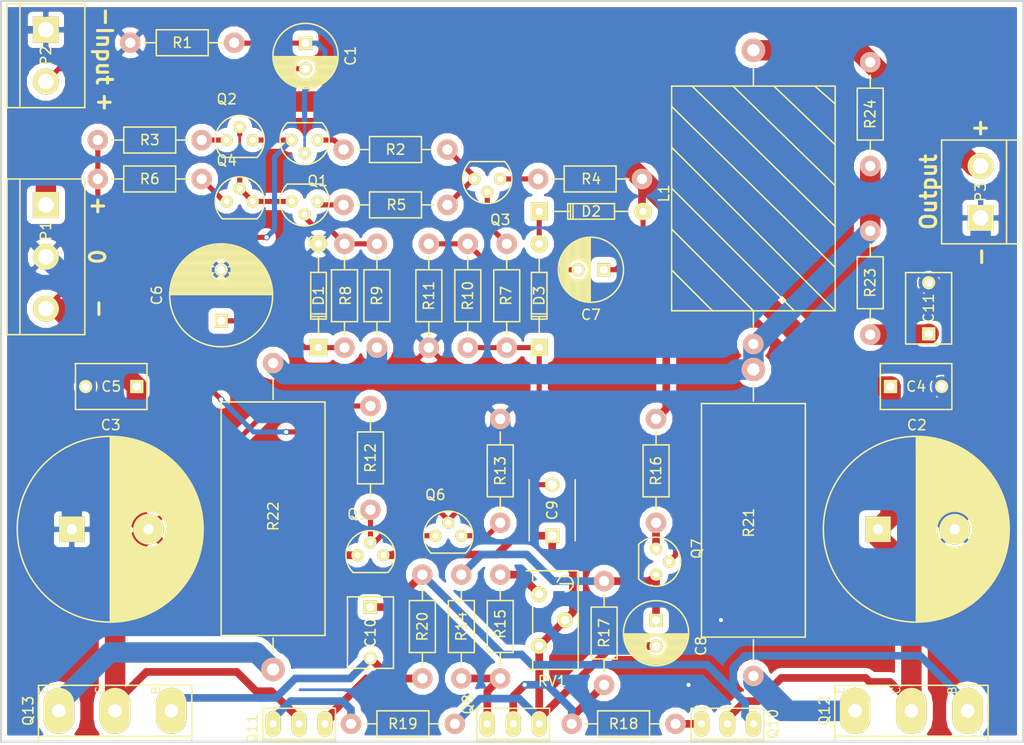
<source format=kicad_pcb>
(kicad_pcb (version 4) (host pcbnew "(2015-09-10 BZR 6180)-product")

  (general
    (links 91)
    (no_connects 0)
    (area 67.899999 104.399999 168.100001 177.100001)
    (thickness 1.6)
    (drawings 13)
    (tracks 289)
    (zones 0)
    (modules 56)
    (nets 37)
  )

  (page A4)
  (layers
    (0 F.Cu signal)
    (31 B.Cu signal)
    (32 B.Adhes user)
    (33 F.Adhes user)
    (34 B.Paste user)
    (35 F.Paste user)
    (36 B.SilkS user)
    (37 F.SilkS user)
    (38 B.Mask user)
    (39 F.Mask user)
    (40 Dwgs.User user)
    (41 Cmts.User user)
    (42 Eco1.User user)
    (43 Eco2.User user)
    (44 Edge.Cuts user)
    (45 Margin user)
    (46 B.CrtYd user)
    (47 F.CrtYd user)
    (48 B.Fab user)
    (49 F.Fab user)
  )

  (setup
    (last_trace_width 0.5)
    (user_trace_width 0.5)
    (user_trace_width 0.75)
    (user_trace_width 1)
    (user_trace_width 1.25)
    (user_trace_width 1.5)
    (user_trace_width 1.75)
    (user_trace_width 2)
    (trace_clearance 0.6)
    (zone_clearance 0.508)
    (zone_45_only no)
    (trace_min 0.2)
    (segment_width 0.2)
    (edge_width 0.2)
    (via_size 0.6)
    (via_drill 0.4)
    (via_min_size 0.4)
    (via_min_drill 0.3)
    (uvia_size 0.3)
    (uvia_drill 0.1)
    (uvias_allowed no)
    (uvia_min_size 0.2)
    (uvia_min_drill 0.1)
    (pcb_text_width 0.3)
    (pcb_text_size 1.5 1.5)
    (mod_edge_width 0.15)
    (mod_text_size 1 1)
    (mod_text_width 0.15)
    (pad_size 1.5 1.5)
    (pad_drill 0.6)
    (pad_to_mask_clearance 0)
    (aux_axis_origin 0 0)
    (visible_elements FFFFFF7F)
    (pcbplotparams
      (layerselection 0x00030_80000001)
      (usegerberextensions false)
      (excludeedgelayer true)
      (linewidth 0.100000)
      (plotframeref false)
      (viasonmask false)
      (mode 1)
      (useauxorigin false)
      (hpglpennumber 1)
      (hpglpenspeed 20)
      (hpglpendiameter 15)
      (hpglpenoverlay 2)
      (psnegative false)
      (psa4output false)
      (plotreference true)
      (plotvalue true)
      (plotinvisibletext false)
      (padsonsilk false)
      (subtractmaskfromsilk false)
      (outputformat 1)
      (mirror false)
      (drillshape 1)
      (scaleselection 1)
      (outputdirectory ""))
  )

  (net 0 "")
  (net 1 "Net-(C1-Pad2)")
  (net 2 "Net-(C1-Pad1)")
  (net 3 +36V)
  (net 4 AGND)
  (net 5 -36V)
  (net 6 "Net-(C6-Pad1)")
  (net 7 "Net-(C7-Pad2)")
  (net 8 "Net-(C8-Pad2)")
  (net 9 "Net-(C8-Pad1)")
  (net 10 "Net-(C9-Pad2)")
  (net 11 "Net-(C10-Pad1)")
  (net 12 "Net-(C10-Pad2)")
  (net 13 "Net-(C11-Pad1)")
  (net 14 "Net-(D2-Pad2)")
  (net 15 "Net-(D3-Pad2)")
  (net 16 /output)
  (net 17 /filtered)
  (net 18 "Net-(Q1-Pad1)")
  (net 19 "Net-(Q2-Pad2)")
  (net 20 "Net-(Q2-Pad1)")
  (net 21 "Net-(Q3-Pad2)")
  (net 22 "Net-(Q3-Pad1)")
  (net 23 "Net-(Q3-Pad3)")
  (net 24 "Net-(Q4-Pad1)")
  (net 25 "Net-(Q5-Pad2)")
  (net 26 "Net-(Q5-Pad1)")
  (net 27 "Net-(Q6-Pad3)")
  (net 28 "Net-(Q6-Pad1)")
  (net 29 "Net-(Q7-Pad1)")
  (net 30 "Net-(Q8-Pad2)")
  (net 31 "Net-(Q8-Pad3)")
  (net 32 "Net-(Q10-Pad2)")
  (net 33 "Net-(Q11-Pad2)")
  (net 34 "Net-(Q12-Pad1)")
  (net 35 "Net-(Q13-Pad1)")
  (net 36 "Net-(R15-Pad2)")

  (net_class Default "This is the default net class."
    (clearance 0.6)
    (trace_width 0.25)
    (via_dia 0.6)
    (via_drill 0.4)
    (uvia_dia 0.3)
    (uvia_drill 0.1)
    (add_net +36V)
    (add_net -36V)
    (add_net /filtered)
    (add_net /output)
    (add_net AGND)
    (add_net "Net-(C1-Pad1)")
    (add_net "Net-(C1-Pad2)")
    (add_net "Net-(C10-Pad1)")
    (add_net "Net-(C10-Pad2)")
    (add_net "Net-(C11-Pad1)")
    (add_net "Net-(C6-Pad1)")
    (add_net "Net-(C7-Pad2)")
    (add_net "Net-(C8-Pad1)")
    (add_net "Net-(C8-Pad2)")
    (add_net "Net-(C9-Pad2)")
    (add_net "Net-(D2-Pad2)")
    (add_net "Net-(D3-Pad2)")
    (add_net "Net-(Q1-Pad1)")
    (add_net "Net-(Q10-Pad2)")
    (add_net "Net-(Q11-Pad2)")
    (add_net "Net-(Q12-Pad1)")
    (add_net "Net-(Q13-Pad1)")
    (add_net "Net-(Q2-Pad1)")
    (add_net "Net-(Q2-Pad2)")
    (add_net "Net-(Q3-Pad1)")
    (add_net "Net-(Q3-Pad2)")
    (add_net "Net-(Q3-Pad3)")
    (add_net "Net-(Q4-Pad1)")
    (add_net "Net-(Q5-Pad1)")
    (add_net "Net-(Q5-Pad2)")
    (add_net "Net-(Q6-Pad1)")
    (add_net "Net-(Q6-Pad3)")
    (add_net "Net-(Q7-Pad1)")
    (add_net "Net-(Q8-Pad2)")
    (add_net "Net-(Q8-Pad3)")
    (add_net "Net-(R15-Pad2)")
  )

  (module Resistors_ThroughHole:Resistor_Horizontal_RM30mm (layer F.Cu) (tedit 53F563B7) (tstamp 55F95DB0)
    (at 141.605 155.575 90)
    (descr "Resistor, Axial, RM 30mm,")
    (tags "Resistor, Axial, RM 30mm,")
    (path /54737F31)
    (fp_text reference R21 (at 0 -0.45 90) (layer F.SilkS)
      (effects (font (size 1 1) (thickness 0.15)))
    )
    (fp_text value 0R1 (at 0 1.27 90) (layer F.Fab)
      (effects (font (size 1 1) (thickness 0.15)))
    )
    (fp_line (start -11.44524 0) (end -13.47724 0) (layer F.SilkS) (width 0.15))
    (fp_line (start 11.92276 0) (end 13.44676 0) (layer F.SilkS) (width 0.15))
    (fp_line (start -11.19124 -5.08) (end 11.66876 -5.08) (layer F.SilkS) (width 0.15))
    (fp_line (start 11.66876 -5.08) (end 11.66876 5.08) (layer F.SilkS) (width 0.15))
    (fp_line (start 11.66876 5.08) (end -11.19124 5.08) (layer F.SilkS) (width 0.15))
    (fp_line (start -11.19124 5.08) (end -11.19124 -5.08) (layer F.SilkS) (width 0.15))
    (pad 1 thru_hole circle (at -15 0 90) (size 1.99898 1.99898) (drill 1.00076) (layers *.Cu *.SilkS *.Mask)
      (net 34 "Net-(Q12-Pad1)"))
    (pad 2 thru_hole circle (at 15 0 90) (size 2.30124 2.30124) (drill 1.19888) (layers *.Cu *.SilkS *.Mask)
      (net 16 /output))
  )

  (module transistor:TO-92_Molded_Narrow_LargerPads (layer F.Cu) (tedit 55FAAB43) (tstamp 55FABE1E)
    (at 98.971041 118.11 180)
    (descr "TO-92 leads molded, narrow, drill 0.6mm (see NXP sot054_po.pdf)")
    (tags "to-92 sc-43 sc-43a sot54 PA33 transistor")
    (path /547519D3)
    (fp_text reference Q1 (at 0 -4 180) (layer F.SilkS)
      (effects (font (size 1 1) (thickness 0.15)))
    )
    (fp_text value PNP (at 0 3 180) (layer F.Fab)
      (effects (font (size 1 1) (thickness 0.15)))
    )
    (fp_line (start -1.4 1.95) (end -1.4 -2.65) (layer F.CrtYd) (width 0.05))
    (fp_line (start -1.4 1.95) (end 3.9 1.95) (layer F.CrtYd) (width 0.05))
    (fp_line (start -0.43 1.7) (end 2.97 1.7) (layer F.SilkS) (width 0.15))
    (fp_arc (start 1.27 0) (end 1.27 -2.4) (angle -135) (layer F.SilkS) (width 0.15))
    (fp_arc (start 1.27 0) (end 1.27 -2.4) (angle 135) (layer F.SilkS) (width 0.15))
    (fp_line (start -1.4 -2.65) (end 3.9 -2.65) (layer F.CrtYd) (width 0.05))
    (fp_line (start 3.9 1.95) (end 3.9 -2.65) (layer F.CrtYd) (width 0.05))
    (pad 2 thru_hole circle (at 1.27 -1.27 270) (size 1.2 1.2) (drill 0.6) (layers *.Cu *.Mask F.SilkS)
      (net 2 "Net-(C1-Pad1)"))
    (pad 3 thru_hole circle (at 2.54 0 270) (size 1.2 1.2) (drill 0.6) (layers *.Cu *.Mask F.SilkS)
      (net 10 "Net-(C9-Pad2)"))
    (pad 1 thru_hole circle (at 0 0 270) (size 1.2 1.2) (drill 0.6) (layers *.Cu *.Mask F.SilkS)
      (net 18 "Net-(Q1-Pad1)"))
    (model Housings_TO-92.3dshapes/TO-92_Molded_Narrow.wrl
      (at (xyz 0.05 0 0))
      (scale (xyz 1 1 1))
      (rotate (xyz 0 0 -90))
    )
  )

  (module Resistors_ThroughHole:Resistor_Horizontal_RM10mm (layer F.Cu) (tedit 53F56209) (tstamp 55F95DBC)
    (at 153.035 132.08 270)
    (descr "Resistor, Axial,  RM 10mm, 1/3W,")
    (tags "Resistor, Axial, RM 10mm, 1/3W,")
    (path /54744FB8)
    (fp_text reference R23 (at 0 0 270) (layer F.SilkS)
      (effects (font (size 1 1) (thickness 0.15)))
    )
    (fp_text value 10R (at 1.27 1.27 270) (layer F.Fab)
      (effects (font (size 1 1) (thickness 0.15)))
    )
    (fp_line (start -2.54 -1.27) (end 2.54 -1.27) (layer F.SilkS) (width 0.15))
    (fp_line (start 2.54 -1.27) (end 2.54 1.27) (layer F.SilkS) (width 0.15))
    (fp_line (start 2.54 1.27) (end -2.54 1.27) (layer F.SilkS) (width 0.15))
    (fp_line (start -2.54 1.27) (end -2.54 -1.27) (layer F.SilkS) (width 0.15))
    (fp_line (start -2.54 0) (end -3.81 0) (layer F.SilkS) (width 0.15))
    (fp_line (start 2.54 0) (end 3.81 0) (layer F.SilkS) (width 0.15))
    (pad 1 thru_hole circle (at -5.08 0 270) (size 1.99898 1.99898) (drill 1.00076) (layers *.Cu *.SilkS *.Mask)
      (net 16 /output))
    (pad 2 thru_hole circle (at 5.08 0 270) (size 1.99898 1.99898) (drill 1.00076) (layers *.Cu *.SilkS *.Mask)
      (net 13 "Net-(C11-Pad1)"))
    (model Resistors_ThroughHole.3dshapes/Resistor_Horizontal_RM10mm.wrl
      (at (xyz 0 0 0))
      (scale (xyz 0.4 0.4 0.4))
      (rotate (xyz 0 0 0))
    )
  )

  (module transistor:TO-126 (layer F.Cu) (tedit 55F4846C) (tstamp 55F95D24)
    (at 99.695 175.26 270)
    (path /5473873C)
    (fp_text reference Q11 (at 0.508 7.112 270) (layer F.SilkS)
      (effects (font (size 1 1) (thickness 0.15)))
    )
    (fp_text value PNP (at 0 -1.778 270) (layer F.Fab)
      (effects (font (size 1 1) (thickness 0.15)))
    )
    (fp_line (start 1.524 -1.016) (end 1.778 -1.016) (layer F.SilkS) (width 0.15))
    (fp_line (start 1.778 -1.016) (end 1.778 6.096) (layer F.SilkS) (width 0.15))
    (fp_line (start 1.778 6.096) (end 1.524 6.096) (layer F.SilkS) (width 0.15))
    (fp_line (start -1.524 -1.016) (end 1.524 -1.016) (layer F.SilkS) (width 0.15))
    (fp_line (start 1.524 -1.016) (end 1.524 6.096) (layer F.SilkS) (width 0.15))
    (fp_line (start 1.524 6.096) (end -1.524 6.096) (layer F.SilkS) (width 0.15))
    (fp_line (start -1.524 6.096) (end -1.524 -1.016) (layer F.SilkS) (width 0.15))
    (pad 1 thru_hole oval (at 0 0 270) (size 2.5 1.5) (drill 0.7) (layers *.Cu *.Mask F.SilkS)
      (net 12 "Net-(C10-Pad2)"))
    (pad 2 thru_hole oval (at 0 5.08 270) (size 2.5 1.5) (drill 0.7) (layers *.Cu *.Mask F.SilkS)
      (net 33 "Net-(Q11-Pad2)"))
    (pad 3 thru_hole oval (at 0 2.54 270) (size 2.5 1.5) (drill 0.7) (layers *.Cu *.Mask F.SilkS)
      (net 5 -36V))
  )

  (module Capacitors_ThroughHole:C_Radial_D6.3_L11.2_P2.5 (layer F.Cu) (tedit 0) (tstamp 55F95C32)
    (at 97.79 108.625 270)
    (descr "Radial Electrolytic Capacitor, Diameter 6.3mm x Length 11.2mm, Pitch 2.5mm")
    (tags "Electrolytic Capacitor")
    (path /54743140)
    (fp_text reference C1 (at 1.25 -4.4 270) (layer F.SilkS)
      (effects (font (size 1 1) (thickness 0.15)))
    )
    (fp_text value 10u (at 1.25 4.4 270) (layer F.Fab)
      (effects (font (size 1 1) (thickness 0.15)))
    )
    (fp_line (start 1.325 -3.149) (end 1.325 3.149) (layer F.SilkS) (width 0.15))
    (fp_line (start 1.465 -3.143) (end 1.465 3.143) (layer F.SilkS) (width 0.15))
    (fp_line (start 1.605 -3.13) (end 1.605 -0.446) (layer F.SilkS) (width 0.15))
    (fp_line (start 1.605 0.446) (end 1.605 3.13) (layer F.SilkS) (width 0.15))
    (fp_line (start 1.745 -3.111) (end 1.745 -0.656) (layer F.SilkS) (width 0.15))
    (fp_line (start 1.745 0.656) (end 1.745 3.111) (layer F.SilkS) (width 0.15))
    (fp_line (start 1.885 -3.085) (end 1.885 -0.789) (layer F.SilkS) (width 0.15))
    (fp_line (start 1.885 0.789) (end 1.885 3.085) (layer F.SilkS) (width 0.15))
    (fp_line (start 2.025 -3.053) (end 2.025 -0.88) (layer F.SilkS) (width 0.15))
    (fp_line (start 2.025 0.88) (end 2.025 3.053) (layer F.SilkS) (width 0.15))
    (fp_line (start 2.165 -3.014) (end 2.165 -0.942) (layer F.SilkS) (width 0.15))
    (fp_line (start 2.165 0.942) (end 2.165 3.014) (layer F.SilkS) (width 0.15))
    (fp_line (start 2.305 -2.968) (end 2.305 -0.981) (layer F.SilkS) (width 0.15))
    (fp_line (start 2.305 0.981) (end 2.305 2.968) (layer F.SilkS) (width 0.15))
    (fp_line (start 2.445 -2.915) (end 2.445 -0.998) (layer F.SilkS) (width 0.15))
    (fp_line (start 2.445 0.998) (end 2.445 2.915) (layer F.SilkS) (width 0.15))
    (fp_line (start 2.585 -2.853) (end 2.585 -0.996) (layer F.SilkS) (width 0.15))
    (fp_line (start 2.585 0.996) (end 2.585 2.853) (layer F.SilkS) (width 0.15))
    (fp_line (start 2.725 -2.783) (end 2.725 -0.974) (layer F.SilkS) (width 0.15))
    (fp_line (start 2.725 0.974) (end 2.725 2.783) (layer F.SilkS) (width 0.15))
    (fp_line (start 2.865 -2.704) (end 2.865 -0.931) (layer F.SilkS) (width 0.15))
    (fp_line (start 2.865 0.931) (end 2.865 2.704) (layer F.SilkS) (width 0.15))
    (fp_line (start 3.005 -2.616) (end 3.005 -0.863) (layer F.SilkS) (width 0.15))
    (fp_line (start 3.005 0.863) (end 3.005 2.616) (layer F.SilkS) (width 0.15))
    (fp_line (start 3.145 -2.516) (end 3.145 -0.764) (layer F.SilkS) (width 0.15))
    (fp_line (start 3.145 0.764) (end 3.145 2.516) (layer F.SilkS) (width 0.15))
    (fp_line (start 3.285 -2.404) (end 3.285 -0.619) (layer F.SilkS) (width 0.15))
    (fp_line (start 3.285 0.619) (end 3.285 2.404) (layer F.SilkS) (width 0.15))
    (fp_line (start 3.425 -2.279) (end 3.425 -0.38) (layer F.SilkS) (width 0.15))
    (fp_line (start 3.425 0.38) (end 3.425 2.279) (layer F.SilkS) (width 0.15))
    (fp_line (start 3.565 -2.136) (end 3.565 2.136) (layer F.SilkS) (width 0.15))
    (fp_line (start 3.705 -1.974) (end 3.705 1.974) (layer F.SilkS) (width 0.15))
    (fp_line (start 3.845 -1.786) (end 3.845 1.786) (layer F.SilkS) (width 0.15))
    (fp_line (start 3.985 -1.563) (end 3.985 1.563) (layer F.SilkS) (width 0.15))
    (fp_line (start 4.125 -1.287) (end 4.125 1.287) (layer F.SilkS) (width 0.15))
    (fp_line (start 4.265 -0.912) (end 4.265 0.912) (layer F.SilkS) (width 0.15))
    (fp_circle (center 2.5 0) (end 2.5 -1) (layer F.SilkS) (width 0.15))
    (fp_circle (center 1.25 0) (end 1.25 -3.1875) (layer F.SilkS) (width 0.15))
    (fp_circle (center 1.25 0) (end 1.25 -3.4) (layer F.CrtYd) (width 0.05))
    (pad 2 thru_hole circle (at 2.5 0 270) (size 1.3 1.3) (drill 0.8) (layers *.Cu *.Mask F.SilkS)
      (net 1 "Net-(C1-Pad2)"))
    (pad 1 thru_hole rect (at 0 0 270) (size 1.3 1.3) (drill 0.8) (layers *.Cu *.Mask F.SilkS)
      (net 2 "Net-(C1-Pad1)"))
    (model Capacitors_ThroughHole.3dshapes/C_Radial_D6.3_L11.2_P2.5.wrl
      (at (xyz 0 0 0))
      (scale (xyz 1 1 1))
      (rotate (xyz 0 0 0))
    )
  )

  (module capacitors:C_Radial_D18_L30_P7.5_1mm (layer F.Cu) (tedit 55F94E50) (tstamp 55F95C57)
    (at 153.79 156.21)
    (descr "Radial Electrolytic Capacitor Diameter 18mm x Length 25mm, Pitch 7.5mm Pads 1mm")
    (tags "Electrolytic Capacitor")
    (path /5474D3C8)
    (fp_text reference C2 (at 3.8 -10.2) (layer F.SilkS)
      (effects (font (size 1 1) (thickness 0.15)))
    )
    (fp_text value 2200u (at 3.75 10.45) (layer F.Fab)
      (effects (font (size 1 1) (thickness 0.15)))
    )
    (fp_line (start 8.75 3.25) (end 7.5 4) (layer F.SilkS) (width 1.5))
    (fp_line (start 4.5 -6.25) (end 8.25 -4.25) (layer F.SilkS) (width 1.5))
    (fp_arc (start 3.75 0) (end 10.25 -0.75) (angle 90) (layer F.SilkS) (width 1.5))
    (fp_arc (start 3.75 0) (end 5 -7.25) (angle 90) (layer F.SilkS) (width 1.5))
    (fp_arc (start 3.75 0) (end 6 -8) (angle 90) (layer F.SilkS) (width 1.5))
    (fp_arc (start 3.75 0) (end 10.5 -3.5) (angle 90) (layer F.SilkS) (width 1.5))
    (fp_circle (center 7.5 0) (end 10.25 1) (layer F.SilkS) (width 1.5))
    (fp_line (start 3.775 -9.075) (end 3.775 9.075) (layer F.SilkS) (width 0.15))
    (fp_line (start 3.775 9.075) (end 3.9 8.975) (layer F.SilkS) (width 0.15))
    (fp_line (start 3.775 -8.35) (end 3.775 -9.075) (layer F.SilkS) (width 0.15))
    (fp_line (start 3.8 -9.1) (end 3.8 -8.4) (layer F.SilkS) (width 0.15))
    (fp_line (start 3.8 -8.4) (end 3.9 -9) (layer F.SilkS) (width 0.15))
    (fp_line (start 3.9 -9) (end 4 -9) (layer F.SilkS) (width 0.15))
    (fp_line (start 4.6 -8.4) (end 5.9 -8.3) (layer F.SilkS) (width 1))
    (fp_line (start 5.9 -8.3) (end 4.3 -8.6) (layer F.SilkS) (width 1))
    (fp_line (start 7.7 3) (end 7.7 3.3) (layer F.SilkS) (width 1))
    (fp_arc (start 3.7 0) (end 12.3 -0.5) (angle 90) (layer F.SilkS) (width 1))
    (fp_line (start 5.4 7.4) (end 5.8 7.8) (layer F.SilkS) (width 1))
    (fp_line (start 4.9 1.3) (end 5 8.5) (layer F.SilkS) (width 1))
    (fp_line (start 5 8.5) (end 7.1 7.8) (layer F.SilkS) (width 1))
    (fp_line (start 7.1 7.8) (end 5.7 7.1) (layer F.SilkS) (width 1))
    (fp_line (start 5.7 7.1) (end 5.5 2.5) (layer F.SilkS) (width 1))
    (fp_line (start 5.1 -5.2) (end 5.1 -1.7) (layer F.SilkS) (width 1))
    (fp_line (start 5.1 -1.7) (end 6 -4.8) (layer F.SilkS) (width 1))
    (fp_line (start 4.2 -8.5) (end 4.2 8.6) (layer F.SilkS) (width 1))
    (fp_line (start 4.2 -8.5) (end 4.2 -7.9) (layer F.SilkS) (width 1))
    (fp_line (start 6.6 3.2) (end 7 7.1) (layer F.SilkS) (width 2))
    (fp_circle (center 7.5 0) (end 9.4 1.1) (layer F.SilkS) (width 1))
    (fp_arc (start 7.5 0) (end 6.3 -3.4) (angle 90) (layer F.SilkS) (width 2))
    (fp_circle (center 3.75 0) (end 4.75 -9.0375) (layer F.SilkS) (width 0.15))
    (fp_circle (center 3.75 0) (end 4.75 -9.3) (layer F.CrtYd) (width 0.05))
    (pad 1 thru_hole rect (at 0 0) (size 2.5 2.5) (drill 1) (layers *.Cu *.Mask F.SilkS)
      (net 3 +36V))
    (pad 2 thru_hole circle (at 7.5 0) (size 3 3) (drill 1) (layers *.Cu *.Mask F.SilkS)
      (net 4 AGND))
    (model Capacitors_ThroughHole.3dshapes/C_Radial_D16_L30_P7.5.wrl
      (at (xyz 0.147638 0 0))
      (scale (xyz 1 1 1))
      (rotate (xyz 0 0 90))
    )
  )

  (module capacitors:C_Radial_D18_L30_P7.5_1mm (layer F.Cu) (tedit 55F94E50) (tstamp 55F95C7C)
    (at 74.93 156.21)
    (descr "Radial Electrolytic Capacitor Diameter 18mm x Length 25mm, Pitch 7.5mm Pads 1mm")
    (tags "Electrolytic Capacitor")
    (path /547508A5)
    (fp_text reference C3 (at 3.8 -10.2) (layer F.SilkS)
      (effects (font (size 1 1) (thickness 0.15)))
    )
    (fp_text value 2200u (at 3.75 10.45) (layer F.Fab)
      (effects (font (size 1 1) (thickness 0.15)))
    )
    (fp_line (start 8.75 3.25) (end 7.5 4) (layer F.SilkS) (width 1.5))
    (fp_line (start 4.5 -6.25) (end 8.25 -4.25) (layer F.SilkS) (width 1.5))
    (fp_arc (start 3.75 0) (end 10.25 -0.75) (angle 90) (layer F.SilkS) (width 1.5))
    (fp_arc (start 3.75 0) (end 5 -7.25) (angle 90) (layer F.SilkS) (width 1.5))
    (fp_arc (start 3.75 0) (end 6 -8) (angle 90) (layer F.SilkS) (width 1.5))
    (fp_arc (start 3.75 0) (end 10.5 -3.5) (angle 90) (layer F.SilkS) (width 1.5))
    (fp_circle (center 7.5 0) (end 10.25 1) (layer F.SilkS) (width 1.5))
    (fp_line (start 3.775 -9.075) (end 3.775 9.075) (layer F.SilkS) (width 0.15))
    (fp_line (start 3.775 9.075) (end 3.9 8.975) (layer F.SilkS) (width 0.15))
    (fp_line (start 3.775 -8.35) (end 3.775 -9.075) (layer F.SilkS) (width 0.15))
    (fp_line (start 3.8 -9.1) (end 3.8 -8.4) (layer F.SilkS) (width 0.15))
    (fp_line (start 3.8 -8.4) (end 3.9 -9) (layer F.SilkS) (width 0.15))
    (fp_line (start 3.9 -9) (end 4 -9) (layer F.SilkS) (width 0.15))
    (fp_line (start 4.6 -8.4) (end 5.9 -8.3) (layer F.SilkS) (width 1))
    (fp_line (start 5.9 -8.3) (end 4.3 -8.6) (layer F.SilkS) (width 1))
    (fp_line (start 7.7 3) (end 7.7 3.3) (layer F.SilkS) (width 1))
    (fp_arc (start 3.7 0) (end 12.3 -0.5) (angle 90) (layer F.SilkS) (width 1))
    (fp_line (start 5.4 7.4) (end 5.8 7.8) (layer F.SilkS) (width 1))
    (fp_line (start 4.9 1.3) (end 5 8.5) (layer F.SilkS) (width 1))
    (fp_line (start 5 8.5) (end 7.1 7.8) (layer F.SilkS) (width 1))
    (fp_line (start 7.1 7.8) (end 5.7 7.1) (layer F.SilkS) (width 1))
    (fp_line (start 5.7 7.1) (end 5.5 2.5) (layer F.SilkS) (width 1))
    (fp_line (start 5.1 -5.2) (end 5.1 -1.7) (layer F.SilkS) (width 1))
    (fp_line (start 5.1 -1.7) (end 6 -4.8) (layer F.SilkS) (width 1))
    (fp_line (start 4.2 -8.5) (end 4.2 8.6) (layer F.SilkS) (width 1))
    (fp_line (start 4.2 -8.5) (end 4.2 -7.9) (layer F.SilkS) (width 1))
    (fp_line (start 6.6 3.2) (end 7 7.1) (layer F.SilkS) (width 2))
    (fp_circle (center 7.5 0) (end 9.4 1.1) (layer F.SilkS) (width 1))
    (fp_arc (start 7.5 0) (end 6.3 -3.4) (angle 90) (layer F.SilkS) (width 2))
    (fp_circle (center 3.75 0) (end 4.75 -9.0375) (layer F.SilkS) (width 0.15))
    (fp_circle (center 3.75 0) (end 4.75 -9.3) (layer F.CrtYd) (width 0.05))
    (pad 1 thru_hole rect (at 0 0) (size 2.5 2.5) (drill 1) (layers *.Cu *.Mask F.SilkS)
      (net 4 AGND))
    (pad 2 thru_hole circle (at 7.5 0) (size 3 3) (drill 1) (layers *.Cu *.Mask F.SilkS)
      (net 5 -36V))
    (model Capacitors_ThroughHole.3dshapes/C_Radial_D16_L30_P7.5.wrl
      (at (xyz 0.147638 0 0))
      (scale (xyz 1 1 1))
      (rotate (xyz 0 0 90))
    )
  )

  (module Capacitors_ThroughHole:C_Rect_L7_W4.5_P5 (layer F.Cu) (tedit 0) (tstamp 55F95C82)
    (at 155.02 142.24)
    (descr "Film Capacitor Length 7mm x Width 4.5mm, Pitch 5mm")
    (tags Capacitor)
    (path /5474D986)
    (fp_text reference C4 (at 2.5 0) (layer F.SilkS)
      (effects (font (size 1 1) (thickness 0.15)))
    )
    (fp_text value 100n (at 6.27 2.54) (layer F.Fab)
      (effects (font (size 1 1) (thickness 0.15)))
    )
    (fp_line (start -1.25 -2.5) (end 6.25 -2.5) (layer F.CrtYd) (width 0.05))
    (fp_line (start 6.25 -2.5) (end 6.25 2.5) (layer F.CrtYd) (width 0.05))
    (fp_line (start 6.25 2.5) (end -1.25 2.5) (layer F.CrtYd) (width 0.05))
    (fp_line (start -1.25 2.5) (end -1.25 -2.5) (layer F.CrtYd) (width 0.05))
    (fp_line (start -1 -2.25) (end 6 -2.25) (layer F.SilkS) (width 0.15))
    (fp_line (start 6 -2.25) (end 6 2.25) (layer F.SilkS) (width 0.15))
    (fp_line (start 6 2.25) (end -1 2.25) (layer F.SilkS) (width 0.15))
    (fp_line (start -1 2.25) (end -1 -2.25) (layer F.SilkS) (width 0.15))
    (pad 1 thru_hole rect (at 0 0) (size 1.3 1.3) (drill 0.8) (layers *.Cu *.Mask F.SilkS)
      (net 3 +36V))
    (pad 2 thru_hole circle (at 5 0) (size 1.3 1.3) (drill 0.8) (layers *.Cu *.Mask F.SilkS)
      (net 4 AGND))
    (model Capacitors_ThroughHole.3dshapes/C_Rect_L7_W4.5_P5.wrl
      (at (xyz 0.098425 0 0))
      (scale (xyz 1 1 1))
      (rotate (xyz 0 0 0))
    )
  )

  (module Capacitors_ThroughHole:C_Rect_L7_W4.5_P5 (layer F.Cu) (tedit 0) (tstamp 55F95C88)
    (at 81.28 142.24 180)
    (descr "Film Capacitor Length 7mm x Width 4.5mm, Pitch 5mm")
    (tags Capacitor)
    (path /547508AB)
    (fp_text reference C5 (at 2.5 0 180) (layer F.SilkS)
      (effects (font (size 1 1) (thickness 0.15)))
    )
    (fp_text value 100n (at 2.5 3.5 180) (layer F.Fab)
      (effects (font (size 1 1) (thickness 0.15)))
    )
    (fp_line (start -1.25 -2.5) (end 6.25 -2.5) (layer F.CrtYd) (width 0.05))
    (fp_line (start 6.25 -2.5) (end 6.25 2.5) (layer F.CrtYd) (width 0.05))
    (fp_line (start 6.25 2.5) (end -1.25 2.5) (layer F.CrtYd) (width 0.05))
    (fp_line (start -1.25 2.5) (end -1.25 -2.5) (layer F.CrtYd) (width 0.05))
    (fp_line (start -1 -2.25) (end 6 -2.25) (layer F.SilkS) (width 0.15))
    (fp_line (start 6 -2.25) (end 6 2.25) (layer F.SilkS) (width 0.15))
    (fp_line (start 6 2.25) (end -1 2.25) (layer F.SilkS) (width 0.15))
    (fp_line (start -1 2.25) (end -1 -2.25) (layer F.SilkS) (width 0.15))
    (pad 1 thru_hole rect (at 0 0 180) (size 1.3 1.3) (drill 0.8) (layers *.Cu *.Mask F.SilkS)
      (net 5 -36V))
    (pad 2 thru_hole circle (at 5 0 180) (size 1.3 1.3) (drill 0.8) (layers *.Cu *.Mask F.SilkS)
      (net 4 AGND))
    (model Capacitors_ThroughHole.3dshapes/C_Rect_L7_W4.5_P5.wrl
      (at (xyz 0.098425 0 0))
      (scale (xyz 1 1 1))
      (rotate (xyz 0 0 0))
    )
  )

  (module Capacitors_ThroughHole:C_Radial_D10_L16_P5 (layer F.Cu) (tedit 0) (tstamp 55F95C8E)
    (at 89.535 135.81 90)
    (descr "Radial Electrolytic Capacitor 10mm x Length 16mm, Pitch 5mm")
    (tags "Electrolytic Capacitor")
    (path /54755428)
    (fp_text reference C6 (at 2.5 -6.3 90) (layer F.SilkS)
      (effects (font (size 1 1) (thickness 0.15)))
    )
    (fp_text value 220u (at 2.5 6.3 90) (layer F.Fab)
      (effects (font (size 1 1) (thickness 0.15)))
    )
    (fp_line (start 2.575 -4.999) (end 2.575 4.999) (layer F.SilkS) (width 0.15))
    (fp_line (start 2.715 -4.995) (end 2.715 4.995) (layer F.SilkS) (width 0.15))
    (fp_line (start 2.855 -4.987) (end 2.855 4.987) (layer F.SilkS) (width 0.15))
    (fp_line (start 2.995 -4.975) (end 2.995 4.975) (layer F.SilkS) (width 0.15))
    (fp_line (start 3.135 -4.96) (end 3.135 4.96) (layer F.SilkS) (width 0.15))
    (fp_line (start 3.275 -4.94) (end 3.275 4.94) (layer F.SilkS) (width 0.15))
    (fp_line (start 3.415 -4.916) (end 3.415 4.916) (layer F.SilkS) (width 0.15))
    (fp_line (start 3.555 -4.887) (end 3.555 4.887) (layer F.SilkS) (width 0.15))
    (fp_line (start 3.695 -4.855) (end 3.695 4.855) (layer F.SilkS) (width 0.15))
    (fp_line (start 3.835 -4.818) (end 3.835 4.818) (layer F.SilkS) (width 0.15))
    (fp_line (start 3.975 -4.777) (end 3.975 4.777) (layer F.SilkS) (width 0.15))
    (fp_line (start 4.115 -4.732) (end 4.115 -0.466) (layer F.SilkS) (width 0.15))
    (fp_line (start 4.115 0.466) (end 4.115 4.732) (layer F.SilkS) (width 0.15))
    (fp_line (start 4.255 -4.682) (end 4.255 -0.667) (layer F.SilkS) (width 0.15))
    (fp_line (start 4.255 0.667) (end 4.255 4.682) (layer F.SilkS) (width 0.15))
    (fp_line (start 4.395 -4.627) (end 4.395 -0.796) (layer F.SilkS) (width 0.15))
    (fp_line (start 4.395 0.796) (end 4.395 4.627) (layer F.SilkS) (width 0.15))
    (fp_line (start 4.535 -4.567) (end 4.535 -0.885) (layer F.SilkS) (width 0.15))
    (fp_line (start 4.535 0.885) (end 4.535 4.567) (layer F.SilkS) (width 0.15))
    (fp_line (start 4.675 -4.502) (end 4.675 -0.946) (layer F.SilkS) (width 0.15))
    (fp_line (start 4.675 0.946) (end 4.675 4.502) (layer F.SilkS) (width 0.15))
    (fp_line (start 4.815 -4.432) (end 4.815 -0.983) (layer F.SilkS) (width 0.15))
    (fp_line (start 4.815 0.983) (end 4.815 4.432) (layer F.SilkS) (width 0.15))
    (fp_line (start 4.955 -4.356) (end 4.955 -0.999) (layer F.SilkS) (width 0.15))
    (fp_line (start 4.955 0.999) (end 4.955 4.356) (layer F.SilkS) (width 0.15))
    (fp_line (start 5.095 -4.274) (end 5.095 -0.995) (layer F.SilkS) (width 0.15))
    (fp_line (start 5.095 0.995) (end 5.095 4.274) (layer F.SilkS) (width 0.15))
    (fp_line (start 5.235 -4.186) (end 5.235 -0.972) (layer F.SilkS) (width 0.15))
    (fp_line (start 5.235 0.972) (end 5.235 4.186) (layer F.SilkS) (width 0.15))
    (fp_line (start 5.375 -4.091) (end 5.375 -0.927) (layer F.SilkS) (width 0.15))
    (fp_line (start 5.375 0.927) (end 5.375 4.091) (layer F.SilkS) (width 0.15))
    (fp_line (start 5.515 -3.989) (end 5.515 -0.857) (layer F.SilkS) (width 0.15))
    (fp_line (start 5.515 0.857) (end 5.515 3.989) (layer F.SilkS) (width 0.15))
    (fp_line (start 5.655 -3.879) (end 5.655 -0.756) (layer F.SilkS) (width 0.15))
    (fp_line (start 5.655 0.756) (end 5.655 3.879) (layer F.SilkS) (width 0.15))
    (fp_line (start 5.795 -3.761) (end 5.795 -0.607) (layer F.SilkS) (width 0.15))
    (fp_line (start 5.795 0.607) (end 5.795 3.761) (layer F.SilkS) (width 0.15))
    (fp_line (start 5.935 -3.633) (end 5.935 -0.355) (layer F.SilkS) (width 0.15))
    (fp_line (start 5.935 0.355) (end 5.935 3.633) (layer F.SilkS) (width 0.15))
    (fp_line (start 6.075 -3.496) (end 6.075 3.496) (layer F.SilkS) (width 0.15))
    (fp_line (start 6.215 -3.346) (end 6.215 3.346) (layer F.SilkS) (width 0.15))
    (fp_line (start 6.355 -3.184) (end 6.355 3.184) (layer F.SilkS) (width 0.15))
    (fp_line (start 6.495 -3.007) (end 6.495 3.007) (layer F.SilkS) (width 0.15))
    (fp_line (start 6.635 -2.811) (end 6.635 2.811) (layer F.SilkS) (width 0.15))
    (fp_line (start 6.775 -2.593) (end 6.775 2.593) (layer F.SilkS) (width 0.15))
    (fp_line (start 6.915 -2.347) (end 6.915 2.347) (layer F.SilkS) (width 0.15))
    (fp_line (start 7.055 -2.062) (end 7.055 2.062) (layer F.SilkS) (width 0.15))
    (fp_line (start 7.195 -1.72) (end 7.195 1.72) (layer F.SilkS) (width 0.15))
    (fp_line (start 7.335 -1.274) (end 7.335 1.274) (layer F.SilkS) (width 0.15))
    (fp_line (start 7.475 -0.499) (end 7.475 0.499) (layer F.SilkS) (width 0.15))
    (fp_circle (center 5 0) (end 5 -1) (layer F.SilkS) (width 0.15))
    (fp_circle (center 2.5 0) (end 2.5 -5.0375) (layer F.SilkS) (width 0.15))
    (fp_circle (center 2.5 0) (end 2.5 -5.3) (layer F.CrtYd) (width 0.05))
    (pad 1 thru_hole rect (at 0 0 90) (size 1.3 1.3) (drill 0.8) (layers *.Cu *.Mask F.SilkS)
      (net 6 "Net-(C6-Pad1)"))
    (pad 2 thru_hole circle (at 5 0 90) (size 1.3 1.3) (drill 0.8) (layers *.Cu *.Mask F.SilkS)
      (net 4 AGND))
    (model Capacitors_ThroughHole.3dshapes/C_Radial_D10_L16_P5.wrl
      (at (xyz 0.0984252 0 0))
      (scale (xyz 1 1 1))
      (rotate (xyz 0 0 90))
    )
  )

  (module Capacitors_ThroughHole:C_Radial_D6.3_L11.2_P2.5 (layer F.Cu) (tedit 0) (tstamp 55F95C94)
    (at 126.96 130.81 180)
    (descr "Radial Electrolytic Capacitor, Diameter 6.3mm x Length 11.2mm, Pitch 2.5mm")
    (tags "Electrolytic Capacitor")
    (path /5474CC3B)
    (fp_text reference C7 (at 1.25 -4.4 180) (layer F.SilkS)
      (effects (font (size 1 1) (thickness 0.15)))
    )
    (fp_text value 47u (at 5.08 2.54 180) (layer F.Fab)
      (effects (font (size 1 1) (thickness 0.15)))
    )
    (fp_line (start 1.325 -3.149) (end 1.325 3.149) (layer F.SilkS) (width 0.15))
    (fp_line (start 1.465 -3.143) (end 1.465 3.143) (layer F.SilkS) (width 0.15))
    (fp_line (start 1.605 -3.13) (end 1.605 -0.446) (layer F.SilkS) (width 0.15))
    (fp_line (start 1.605 0.446) (end 1.605 3.13) (layer F.SilkS) (width 0.15))
    (fp_line (start 1.745 -3.111) (end 1.745 -0.656) (layer F.SilkS) (width 0.15))
    (fp_line (start 1.745 0.656) (end 1.745 3.111) (layer F.SilkS) (width 0.15))
    (fp_line (start 1.885 -3.085) (end 1.885 -0.789) (layer F.SilkS) (width 0.15))
    (fp_line (start 1.885 0.789) (end 1.885 3.085) (layer F.SilkS) (width 0.15))
    (fp_line (start 2.025 -3.053) (end 2.025 -0.88) (layer F.SilkS) (width 0.15))
    (fp_line (start 2.025 0.88) (end 2.025 3.053) (layer F.SilkS) (width 0.15))
    (fp_line (start 2.165 -3.014) (end 2.165 -0.942) (layer F.SilkS) (width 0.15))
    (fp_line (start 2.165 0.942) (end 2.165 3.014) (layer F.SilkS) (width 0.15))
    (fp_line (start 2.305 -2.968) (end 2.305 -0.981) (layer F.SilkS) (width 0.15))
    (fp_line (start 2.305 0.981) (end 2.305 2.968) (layer F.SilkS) (width 0.15))
    (fp_line (start 2.445 -2.915) (end 2.445 -0.998) (layer F.SilkS) (width 0.15))
    (fp_line (start 2.445 0.998) (end 2.445 2.915) (layer F.SilkS) (width 0.15))
    (fp_line (start 2.585 -2.853) (end 2.585 -0.996) (layer F.SilkS) (width 0.15))
    (fp_line (start 2.585 0.996) (end 2.585 2.853) (layer F.SilkS) (width 0.15))
    (fp_line (start 2.725 -2.783) (end 2.725 -0.974) (layer F.SilkS) (width 0.15))
    (fp_line (start 2.725 0.974) (end 2.725 2.783) (layer F.SilkS) (width 0.15))
    (fp_line (start 2.865 -2.704) (end 2.865 -0.931) (layer F.SilkS) (width 0.15))
    (fp_line (start 2.865 0.931) (end 2.865 2.704) (layer F.SilkS) (width 0.15))
    (fp_line (start 3.005 -2.616) (end 3.005 -0.863) (layer F.SilkS) (width 0.15))
    (fp_line (start 3.005 0.863) (end 3.005 2.616) (layer F.SilkS) (width 0.15))
    (fp_line (start 3.145 -2.516) (end 3.145 -0.764) (layer F.SilkS) (width 0.15))
    (fp_line (start 3.145 0.764) (end 3.145 2.516) (layer F.SilkS) (width 0.15))
    (fp_line (start 3.285 -2.404) (end 3.285 -0.619) (layer F.SilkS) (width 0.15))
    (fp_line (start 3.285 0.619) (end 3.285 2.404) (layer F.SilkS) (width 0.15))
    (fp_line (start 3.425 -2.279) (end 3.425 -0.38) (layer F.SilkS) (width 0.15))
    (fp_line (start 3.425 0.38) (end 3.425 2.279) (layer F.SilkS) (width 0.15))
    (fp_line (start 3.565 -2.136) (end 3.565 2.136) (layer F.SilkS) (width 0.15))
    (fp_line (start 3.705 -1.974) (end 3.705 1.974) (layer F.SilkS) (width 0.15))
    (fp_line (start 3.845 -1.786) (end 3.845 1.786) (layer F.SilkS) (width 0.15))
    (fp_line (start 3.985 -1.563) (end 3.985 1.563) (layer F.SilkS) (width 0.15))
    (fp_line (start 4.125 -1.287) (end 4.125 1.287) (layer F.SilkS) (width 0.15))
    (fp_line (start 4.265 -0.912) (end 4.265 0.912) (layer F.SilkS) (width 0.15))
    (fp_circle (center 2.5 0) (end 2.5 -1) (layer F.SilkS) (width 0.15))
    (fp_circle (center 1.25 0) (end 1.25 -3.1875) (layer F.SilkS) (width 0.15))
    (fp_circle (center 1.25 0) (end 1.25 -3.4) (layer F.CrtYd) (width 0.05))
    (pad 2 thru_hole circle (at 2.5 0 180) (size 1.3 1.3) (drill 0.8) (layers *.Cu *.Mask F.SilkS)
      (net 7 "Net-(C7-Pad2)"))
    (pad 1 thru_hole rect (at 0 0 180) (size 1.3 1.3) (drill 0.8) (layers *.Cu *.Mask F.SilkS)
      (net 3 +36V))
    (model Capacitors_ThroughHole.3dshapes/C_Radial_D6.3_L11.2_P2.5.wrl
      (at (xyz 0 0 0))
      (scale (xyz 1 1 1))
      (rotate (xyz 0 0 0))
    )
  )

  (module Capacitors_ThroughHole:C_Radial_D6.3_L11.2_P2.5 (layer F.Cu) (tedit 0) (tstamp 55F95C9A)
    (at 132.08 165.14 270)
    (descr "Radial Electrolytic Capacitor, Diameter 6.3mm x Length 11.2mm, Pitch 2.5mm")
    (tags "Electrolytic Capacitor")
    (path /54739B91)
    (fp_text reference C8 (at 2.5 -4.4 270) (layer F.SilkS)
      (effects (font (size 1 1) (thickness 0.15)))
    )
    (fp_text value 47u (at 0 2.54 270) (layer F.Fab)
      (effects (font (size 1 1) (thickness 0.15)))
    )
    (fp_line (start 1.325 -3.149) (end 1.325 3.149) (layer F.SilkS) (width 0.15))
    (fp_line (start 1.465 -3.143) (end 1.465 3.143) (layer F.SilkS) (width 0.15))
    (fp_line (start 1.605 -3.13) (end 1.605 -0.446) (layer F.SilkS) (width 0.15))
    (fp_line (start 1.605 0.446) (end 1.605 3.13) (layer F.SilkS) (width 0.15))
    (fp_line (start 1.745 -3.111) (end 1.745 -0.656) (layer F.SilkS) (width 0.15))
    (fp_line (start 1.745 0.656) (end 1.745 3.111) (layer F.SilkS) (width 0.15))
    (fp_line (start 1.885 -3.085) (end 1.885 -0.789) (layer F.SilkS) (width 0.15))
    (fp_line (start 1.885 0.789) (end 1.885 3.085) (layer F.SilkS) (width 0.15))
    (fp_line (start 2.025 -3.053) (end 2.025 -0.88) (layer F.SilkS) (width 0.15))
    (fp_line (start 2.025 0.88) (end 2.025 3.053) (layer F.SilkS) (width 0.15))
    (fp_line (start 2.165 -3.014) (end 2.165 -0.942) (layer F.SilkS) (width 0.15))
    (fp_line (start 2.165 0.942) (end 2.165 3.014) (layer F.SilkS) (width 0.15))
    (fp_line (start 2.305 -2.968) (end 2.305 -0.981) (layer F.SilkS) (width 0.15))
    (fp_line (start 2.305 0.981) (end 2.305 2.968) (layer F.SilkS) (width 0.15))
    (fp_line (start 2.445 -2.915) (end 2.445 -0.998) (layer F.SilkS) (width 0.15))
    (fp_line (start 2.445 0.998) (end 2.445 2.915) (layer F.SilkS) (width 0.15))
    (fp_line (start 2.585 -2.853) (end 2.585 -0.996) (layer F.SilkS) (width 0.15))
    (fp_line (start 2.585 0.996) (end 2.585 2.853) (layer F.SilkS) (width 0.15))
    (fp_line (start 2.725 -2.783) (end 2.725 -0.974) (layer F.SilkS) (width 0.15))
    (fp_line (start 2.725 0.974) (end 2.725 2.783) (layer F.SilkS) (width 0.15))
    (fp_line (start 2.865 -2.704) (end 2.865 -0.931) (layer F.SilkS) (width 0.15))
    (fp_line (start 2.865 0.931) (end 2.865 2.704) (layer F.SilkS) (width 0.15))
    (fp_line (start 3.005 -2.616) (end 3.005 -0.863) (layer F.SilkS) (width 0.15))
    (fp_line (start 3.005 0.863) (end 3.005 2.616) (layer F.SilkS) (width 0.15))
    (fp_line (start 3.145 -2.516) (end 3.145 -0.764) (layer F.SilkS) (width 0.15))
    (fp_line (start 3.145 0.764) (end 3.145 2.516) (layer F.SilkS) (width 0.15))
    (fp_line (start 3.285 -2.404) (end 3.285 -0.619) (layer F.SilkS) (width 0.15))
    (fp_line (start 3.285 0.619) (end 3.285 2.404) (layer F.SilkS) (width 0.15))
    (fp_line (start 3.425 -2.279) (end 3.425 -0.38) (layer F.SilkS) (width 0.15))
    (fp_line (start 3.425 0.38) (end 3.425 2.279) (layer F.SilkS) (width 0.15))
    (fp_line (start 3.565 -2.136) (end 3.565 2.136) (layer F.SilkS) (width 0.15))
    (fp_line (start 3.705 -1.974) (end 3.705 1.974) (layer F.SilkS) (width 0.15))
    (fp_line (start 3.845 -1.786) (end 3.845 1.786) (layer F.SilkS) (width 0.15))
    (fp_line (start 3.985 -1.563) (end 3.985 1.563) (layer F.SilkS) (width 0.15))
    (fp_line (start 4.125 -1.287) (end 4.125 1.287) (layer F.SilkS) (width 0.15))
    (fp_line (start 4.265 -0.912) (end 4.265 0.912) (layer F.SilkS) (width 0.15))
    (fp_circle (center 2.5 0) (end 2.5 -1) (layer F.SilkS) (width 0.15))
    (fp_circle (center 1.25 0) (end 1.25 -3.1875) (layer F.SilkS) (width 0.15))
    (fp_circle (center 1.25 0) (end 1.25 -3.4) (layer F.CrtYd) (width 0.05))
    (pad 2 thru_hole circle (at 2.5 0 270) (size 1.3 1.3) (drill 0.8) (layers *.Cu *.Mask F.SilkS)
      (net 8 "Net-(C8-Pad2)"))
    (pad 1 thru_hole rect (at 0 0 270) (size 1.3 1.3) (drill 0.8) (layers *.Cu *.Mask F.SilkS)
      (net 9 "Net-(C8-Pad1)"))
    (model Capacitors_ThroughHole.3dshapes/C_Radial_D6.3_L11.2_P2.5.wrl
      (at (xyz 0 0 0))
      (scale (xyz 1 1 1))
      (rotate (xyz 0 0 0))
    )
  )

  (module Capacitors_ThroughHole:C_Disc_D6_P5 (layer F.Cu) (tedit 0) (tstamp 55F95CA0)
    (at 121.92 156.845 90)
    (descr "Capacitor 6mm Disc, Pitch 5mm")
    (tags Capacitor)
    (path /5473CC0D)
    (fp_text reference C9 (at 2.5 0 90) (layer F.SilkS)
      (effects (font (size 1 1) (thickness 0.15)))
    )
    (fp_text value 100p (at 2.5 3.5 90) (layer F.Fab)
      (effects (font (size 1 1) (thickness 0.15)))
    )
    (fp_line (start -0.95 -2.5) (end 5.95 -2.5) (layer F.CrtYd) (width 0.05))
    (fp_line (start 5.95 -2.5) (end 5.95 2.5) (layer F.CrtYd) (width 0.05))
    (fp_line (start 5.95 2.5) (end -0.95 2.5) (layer F.CrtYd) (width 0.05))
    (fp_line (start -0.95 2.5) (end -0.95 -2.5) (layer F.CrtYd) (width 0.05))
    (fp_line (start -0.5 -2.25) (end 5.5 -2.25) (layer F.SilkS) (width 0.15))
    (fp_line (start 5.5 2.25) (end -0.5 2.25) (layer F.SilkS) (width 0.15))
    (pad 1 thru_hole rect (at 0 0 90) (size 1.4 1.4) (drill 0.9) (layers *.Cu *.Mask F.SilkS)
      (net 8 "Net-(C8-Pad2)"))
    (pad 2 thru_hole circle (at 5 0 90) (size 1.4 1.4) (drill 0.9) (layers *.Cu *.Mask F.SilkS)
      (net 10 "Net-(C9-Pad2)"))
    (model Capacitors_ThroughHole.3dshapes/C_Disc_D6_P5.wrl
      (at (xyz 0.0984252 0 0))
      (scale (xyz 1 1 1))
      (rotate (xyz 0 0 0))
    )
  )

  (module Capacitors_ThroughHole:C_Rect_L7_W4.5_P5 (layer F.Cu) (tedit 0) (tstamp 55F95CA6)
    (at 104.14 163.83 270)
    (descr "Film Capacitor Length 7mm x Width 4.5mm, Pitch 5mm")
    (tags Capacitor)
    (path /5473808E)
    (fp_text reference C10 (at 2.5 0 270) (layer F.SilkS)
      (effects (font (size 1 1) (thickness 0.15)))
    )
    (fp_text value 1u (at 2.5 3.5 270) (layer F.Fab)
      (effects (font (size 1 1) (thickness 0.15)))
    )
    (fp_line (start -1.25 -2.5) (end 6.25 -2.5) (layer F.CrtYd) (width 0.05))
    (fp_line (start 6.25 -2.5) (end 6.25 2.5) (layer F.CrtYd) (width 0.05))
    (fp_line (start 6.25 2.5) (end -1.25 2.5) (layer F.CrtYd) (width 0.05))
    (fp_line (start -1.25 2.5) (end -1.25 -2.5) (layer F.CrtYd) (width 0.05))
    (fp_line (start -1 -2.25) (end 6 -2.25) (layer F.SilkS) (width 0.15))
    (fp_line (start 6 -2.25) (end 6 2.25) (layer F.SilkS) (width 0.15))
    (fp_line (start 6 2.25) (end -1 2.25) (layer F.SilkS) (width 0.15))
    (fp_line (start -1 2.25) (end -1 -2.25) (layer F.SilkS) (width 0.15))
    (pad 1 thru_hole rect (at 0 0 270) (size 1.3 1.3) (drill 0.8) (layers *.Cu *.Mask F.SilkS)
      (net 11 "Net-(C10-Pad1)"))
    (pad 2 thru_hole circle (at 5 0 270) (size 1.3 1.3) (drill 0.8) (layers *.Cu *.Mask F.SilkS)
      (net 12 "Net-(C10-Pad2)"))
    (model Capacitors_ThroughHole.3dshapes/C_Rect_L7_W4.5_P5.wrl
      (at (xyz 0.098425 0 0))
      (scale (xyz 1 1 1))
      (rotate (xyz 0 0 0))
    )
  )

  (module Capacitors_ThroughHole:C_Rect_L7_W4.5_P5 (layer F.Cu) (tedit 0) (tstamp 55F95CAC)
    (at 158.75 137.08 90)
    (descr "Film Capacitor Length 7mm x Width 4.5mm, Pitch 5mm")
    (tags Capacitor)
    (path /54745010)
    (fp_text reference C11 (at 2.5 0 90) (layer F.SilkS)
      (effects (font (size 1 1) (thickness 0.15)))
    )
    (fp_text value 100n (at 5 1.27 90) (layer F.Fab)
      (effects (font (size 1 1) (thickness 0.15)))
    )
    (fp_line (start -1.25 -2.5) (end 6.25 -2.5) (layer F.CrtYd) (width 0.05))
    (fp_line (start 6.25 -2.5) (end 6.25 2.5) (layer F.CrtYd) (width 0.05))
    (fp_line (start 6.25 2.5) (end -1.25 2.5) (layer F.CrtYd) (width 0.05))
    (fp_line (start -1.25 2.5) (end -1.25 -2.5) (layer F.CrtYd) (width 0.05))
    (fp_line (start -1 -2.25) (end 6 -2.25) (layer F.SilkS) (width 0.15))
    (fp_line (start 6 -2.25) (end 6 2.25) (layer F.SilkS) (width 0.15))
    (fp_line (start 6 2.25) (end -1 2.25) (layer F.SilkS) (width 0.15))
    (fp_line (start -1 2.25) (end -1 -2.25) (layer F.SilkS) (width 0.15))
    (pad 1 thru_hole rect (at 0 0 90) (size 1.3 1.3) (drill 0.8) (layers *.Cu *.Mask F.SilkS)
      (net 13 "Net-(C11-Pad1)"))
    (pad 2 thru_hole circle (at 5 0 90) (size 1.3 1.3) (drill 0.8) (layers *.Cu *.Mask F.SilkS)
      (net 4 AGND))
    (model Capacitors_ThroughHole.3dshapes/C_Rect_L7_W4.5_P5.wrl
      (at (xyz 0.098425 0 0))
      (scale (xyz 1 1 1))
      (rotate (xyz 0 0 0))
    )
  )

  (module Diodes_ThroughHole:Diode_DO-35_SOD27_Horizontal_RM10 (layer F.Cu) (tedit 0) (tstamp 55F95CB2)
    (at 99.06 133.35 270)
    (descr "Diode, DO-35,  SOD27, Horizontal, RM 10mm")
    (tags "Diode, DO-35, SOD27, Horizontal, RM 10mm, 1N4148,")
    (path /54755910)
    (fp_text reference D1 (at 0 0 270) (layer F.SilkS)
      (effects (font (size 1 1) (thickness 0.15)))
    )
    (fp_text value 1N4148 (at -2.54 -1.27 270) (layer F.Fab)
      (effects (font (size 1 1) (thickness 0.15)))
    )
    (fp_line (start -2.286 0) (end -3.683 0) (layer F.SilkS) (width 0.15))
    (fp_line (start 2.159 0) (end 3.683 0) (layer F.SilkS) (width 0.15))
    (fp_line (start 1.778 -0.762) (end 1.778 0.762) (layer F.SilkS) (width 0.15))
    (fp_line (start 2.032 -0.762) (end 2.032 0.762) (layer F.SilkS) (width 0.15))
    (fp_line (start 2.286 0) (end 2.286 0.762) (layer F.SilkS) (width 0.15))
    (fp_line (start 2.286 0.762) (end -2.286 0.762) (layer F.SilkS) (width 0.15))
    (fp_line (start -2.286 0.762) (end -2.286 -0.762) (layer F.SilkS) (width 0.15))
    (fp_line (start -2.286 -0.762) (end 2.286 -0.762) (layer F.SilkS) (width 0.15))
    (fp_line (start 2.286 -0.762) (end 2.286 0) (layer F.SilkS) (width 0.15))
    (pad 1 thru_hole circle (at -5.08 0 270) (size 1.69926 1.69926) (drill 0.70104) (layers *.Cu *.Mask F.SilkS)
      (net 4 AGND))
    (pad 2 thru_hole rect (at 5.08 0 270) (size 1.69926 1.69926) (drill 0.70104) (layers *.Cu *.Mask F.SilkS)
      (net 6 "Net-(C6-Pad1)"))
    (model Diodes_ThroughHole.3dshapes/Diode_DO-35_SOD27_Horizontal_RM10.wrl
      (at (xyz 0 0 0))
      (scale (xyz 0.4 0.4 0.4))
      (rotate (xyz 0 0 0))
    )
  )

  (module Diodes_ThroughHole:Diode_DO-35_SOD27_Horizontal_RM10 (layer F.Cu) (tedit 0) (tstamp 55F95CB8)
    (at 125.73 125.095 180)
    (descr "Diode, DO-35,  SOD27, Horizontal, RM 10mm")
    (tags "Diode, DO-35, SOD27, Horizontal, RM 10mm, 1N4148,")
    (path /5474AC59)
    (fp_text reference D2 (at 0 0 180) (layer F.SilkS)
      (effects (font (size 1 1) (thickness 0.15)))
    )
    (fp_text value 1N4148 (at 0 -1.27 180) (layer F.Fab)
      (effects (font (size 1 1) (thickness 0.15)))
    )
    (fp_line (start -2.286 0) (end -3.683 0) (layer F.SilkS) (width 0.15))
    (fp_line (start 2.159 0) (end 3.683 0) (layer F.SilkS) (width 0.15))
    (fp_line (start 1.778 -0.762) (end 1.778 0.762) (layer F.SilkS) (width 0.15))
    (fp_line (start 2.032 -0.762) (end 2.032 0.762) (layer F.SilkS) (width 0.15))
    (fp_line (start 2.286 0) (end 2.286 0.762) (layer F.SilkS) (width 0.15))
    (fp_line (start 2.286 0.762) (end -2.286 0.762) (layer F.SilkS) (width 0.15))
    (fp_line (start -2.286 0.762) (end -2.286 -0.762) (layer F.SilkS) (width 0.15))
    (fp_line (start -2.286 -0.762) (end 2.286 -0.762) (layer F.SilkS) (width 0.15))
    (fp_line (start 2.286 -0.762) (end 2.286 0) (layer F.SilkS) (width 0.15))
    (pad 1 thru_hole circle (at -5.08 0 180) (size 1.69926 1.69926) (drill 0.70104) (layers *.Cu *.Mask F.SilkS)
      (net 3 +36V))
    (pad 2 thru_hole rect (at 5.08 0 180) (size 1.69926 1.69926) (drill 0.70104) (layers *.Cu *.Mask F.SilkS)
      (net 14 "Net-(D2-Pad2)"))
    (model Diodes_ThroughHole.3dshapes/Diode_DO-35_SOD27_Horizontal_RM10.wrl
      (at (xyz 0 0 0))
      (scale (xyz 0.4 0.4 0.4))
      (rotate (xyz 0 0 0))
    )
  )

  (module Diodes_ThroughHole:Diode_DO-35_SOD27_Horizontal_RM10 (layer F.Cu) (tedit 0) (tstamp 55F95CBE)
    (at 120.65 133.35 270)
    (descr "Diode, DO-35,  SOD27, Horizontal, RM 10mm")
    (tags "Diode, DO-35, SOD27, Horizontal, RM 10mm, 1N4148,")
    (path /5475D2F5)
    (fp_text reference D3 (at 0 0 270) (layer F.SilkS)
      (effects (font (size 1 1) (thickness 0.15)))
    )
    (fp_text value 1N4148 (at 0 -1.27 270) (layer F.Fab)
      (effects (font (size 1 1) (thickness 0.15)))
    )
    (fp_line (start -2.286 0) (end -3.683 0) (layer F.SilkS) (width 0.15))
    (fp_line (start 2.159 0) (end 3.683 0) (layer F.SilkS) (width 0.15))
    (fp_line (start 1.778 -0.762) (end 1.778 0.762) (layer F.SilkS) (width 0.15))
    (fp_line (start 2.032 -0.762) (end 2.032 0.762) (layer F.SilkS) (width 0.15))
    (fp_line (start 2.286 0) (end 2.286 0.762) (layer F.SilkS) (width 0.15))
    (fp_line (start 2.286 0.762) (end -2.286 0.762) (layer F.SilkS) (width 0.15))
    (fp_line (start -2.286 0.762) (end -2.286 -0.762) (layer F.SilkS) (width 0.15))
    (fp_line (start -2.286 -0.762) (end 2.286 -0.762) (layer F.SilkS) (width 0.15))
    (fp_line (start 2.286 -0.762) (end 2.286 0) (layer F.SilkS) (width 0.15))
    (pad 1 thru_hole circle (at -5.08 0 270) (size 1.69926 1.69926) (drill 0.70104) (layers *.Cu *.Mask F.SilkS)
      (net 14 "Net-(D2-Pad2)"))
    (pad 2 thru_hole rect (at 5.08 0 270) (size 1.69926 1.69926) (drill 0.70104) (layers *.Cu *.Mask F.SilkS)
      (net 15 "Net-(D3-Pad2)"))
    (model Diodes_ThroughHole.3dshapes/Diode_DO-35_SOD27_Horizontal_RM10.wrl
      (at (xyz 0 0 0))
      (scale (xyz 0.4 0.4 0.4))
      (rotate (xyz 0 0 0))
    )
  )

  (module inductors:Inductor_10turn (layer F.Cu) (tedit 55F873FC) (tstamp 55F95CC4)
    (at 141.605 123.825 90)
    (path /54745F40)
    (fp_text reference L1 (at 0.5 -8.75 90) (layer F.SilkS)
      (effects (font (size 1 1) (thickness 0.15)))
    )
    (fp_text value 10turn (at 0.75 9 90) (layer F.Fab)
      (effects (font (size 1 1) (thickness 0.15)))
    )
    (fp_line (start 9.25 8) (end 11 6) (layer F.SilkS) (width 0.15))
    (fp_line (start 11 2) (end 5.25 8) (layer F.SilkS) (width 0.15))
    (fp_line (start 11 -6) (end -2.75 8) (layer F.SilkS) (width 0.15))
    (fp_line (start 1.25 8) (end 11 -2) (layer F.SilkS) (width 0.15))
    (fp_line (start -6.75 8) (end 9 -8) (layer F.SilkS) (width 0.15))
    (fp_line (start 5 -8) (end -11 8) (layer F.SilkS) (width 0.15))
    (fp_line (start 1 -8) (end -11 4) (layer F.SilkS) (width 0.15))
    (fp_line (start -3 -8) (end -11 0) (layer F.SilkS) (width 0.15))
    (fp_line (start -7 -8) (end -11 -4) (layer F.SilkS) (width 0.15))
    (fp_line (start 11 8) (end -11 8) (layer F.SilkS) (width 0.15))
    (fp_line (start -11 -8) (end 11 -8) (layer F.SilkS) (width 0.15))
    (fp_line (start 13 0) (end 11 0) (layer F.SilkS) (width 0.15))
    (fp_line (start 11 8) (end 11 -8) (layer F.SilkS) (width 0.15))
    (fp_line (start -11 0) (end -11 8) (layer F.SilkS) (width 0.15))
    (fp_line (start -11 0) (end -11 -8) (layer F.SilkS) (width 0.15))
    (fp_line (start -13 0) (end -11 0) (layer F.SilkS) (width 0.15))
    (pad 1 thru_hole circle (at -14.25 0 90) (size 1.99898 1.99898) (drill 1.00076) (layers *.Cu *.SilkS *.Mask)
      (net 16 /output))
    (pad 2 thru_hole circle (at 14.5 0 90) (size 2.30124 2.30124) (drill 1.19888) (layers *.Cu *.SilkS *.Mask)
      (net 17 /filtered))
  )

  (module Connect:bornier3 (layer F.Cu) (tedit 0) (tstamp 55F95CCB)
    (at 72.39 129.54 270)
    (descr "Bornier d'alimentation 3 pins")
    (tags DEV)
    (path /55F55399)
    (fp_text reference P1 (at -2.54 0 270) (layer F.SilkS)
      (effects (font (size 1 1) (thickness 0.15)))
    )
    (fp_text value Power (at 0 -2.54 270) (layer F.Fab)
      (effects (font (size 1 1) (thickness 0.15)))
    )
    (fp_line (start -7.62 3.81) (end -7.62 -3.81) (layer F.SilkS) (width 0.15))
    (fp_line (start 7.62 3.81) (end 7.62 -3.81) (layer F.SilkS) (width 0.15))
    (fp_line (start -7.62 2.54) (end 7.62 2.54) (layer F.SilkS) (width 0.15))
    (fp_line (start -7.62 -3.81) (end 7.62 -3.81) (layer F.SilkS) (width 0.15))
    (fp_line (start -7.62 3.81) (end 7.62 3.81) (layer F.SilkS) (width 0.15))
    (pad 1 thru_hole rect (at -5.08 0 270) (size 2.54 2.54) (drill 1.524) (layers *.Cu *.Mask F.SilkS)
      (net 3 +36V))
    (pad 2 thru_hole circle (at 0 0 270) (size 2.54 2.54) (drill 1.524) (layers *.Cu *.Mask F.SilkS)
      (net 4 AGND))
    (pad 3 thru_hole circle (at 5.08 0 270) (size 2.54 2.54) (drill 1.524) (layers *.Cu *.Mask F.SilkS)
      (net 5 -36V))
    (model Connect.3dshapes/bornier3.wrl
      (at (xyz 0 0 0))
      (scale (xyz 1 1 1))
      (rotate (xyz 0 0 0))
    )
  )

  (module Connect:bornier2 (layer F.Cu) (tedit 0) (tstamp 55F95CD1)
    (at 72.39 109.855 270)
    (descr "Bornier d'alimentation 2 pins")
    (tags DEV)
    (path /54743795)
    (fp_text reference P2 (at 0 0 270) (layer F.SilkS)
      (effects (font (size 1 1) (thickness 0.15)))
    )
    (fp_text value "Audio in" (at 0 2.89 270) (layer F.Fab)
      (effects (font (size 1 1) (thickness 0.15)))
    )
    (fp_line (start 5.08 2.54) (end -5.08 2.54) (layer F.SilkS) (width 0.15))
    (fp_line (start 5.08 3.81) (end 5.08 -3.81) (layer F.SilkS) (width 0.15))
    (fp_line (start 5.08 -3.81) (end -5.08 -3.81) (layer F.SilkS) (width 0.15))
    (fp_line (start -5.08 -3.81) (end -5.08 3.81) (layer F.SilkS) (width 0.15))
    (fp_line (start -5.08 3.81) (end 5.08 3.81) (layer F.SilkS) (width 0.15))
    (pad 1 thru_hole rect (at -2.54 0 270) (size 2.54 2.54) (drill 1.524) (layers *.Cu *.Mask F.SilkS)
      (net 4 AGND))
    (pad 2 thru_hole circle (at 2.54 0 270) (size 2.54 2.54) (drill 1.524) (layers *.Cu *.Mask F.SilkS)
      (net 1 "Net-(C1-Pad2)"))
    (model Connect.3dshapes/bornier2.wrl
      (at (xyz 0 0 0))
      (scale (xyz 1 1 1))
      (rotate (xyz 0 0 0))
    )
  )

  (module Connect:bornier2 (layer F.Cu) (tedit 0) (tstamp 55F95CD7)
    (at 163.83 123.19 90)
    (descr "Bornier d'alimentation 2 pins")
    (tags DEV)
    (path /547490DA)
    (fp_text reference P3 (at 0 0 90) (layer F.SilkS)
      (effects (font (size 1 1) (thickness 0.15)))
    )
    (fp_text value "Audio out" (at 0 -2.54 90) (layer F.Fab)
      (effects (font (size 1 1) (thickness 0.15)))
    )
    (fp_line (start 5.08 2.54) (end -5.08 2.54) (layer F.SilkS) (width 0.15))
    (fp_line (start 5.08 3.81) (end 5.08 -3.81) (layer F.SilkS) (width 0.15))
    (fp_line (start 5.08 -3.81) (end -5.08 -3.81) (layer F.SilkS) (width 0.15))
    (fp_line (start -5.08 -3.81) (end -5.08 3.81) (layer F.SilkS) (width 0.15))
    (fp_line (start -5.08 3.81) (end 5.08 3.81) (layer F.SilkS) (width 0.15))
    (pad 1 thru_hole rect (at -2.54 0 90) (size 2.54 2.54) (drill 1.524) (layers *.Cu *.Mask F.SilkS)
      (net 4 AGND))
    (pad 2 thru_hole circle (at 2.54 0 90) (size 2.54 2.54) (drill 1.524) (layers *.Cu *.Mask F.SilkS)
      (net 17 /filtered))
    (model Connect.3dshapes/bornier2.wrl
      (at (xyz 0 0 0))
      (scale (xyz 1 1 1))
      (rotate (xyz 0 0 0))
    )
  )

  (module transistor:TO-126 (layer F.Cu) (tedit 55F4846C) (tstamp 55F95D1D)
    (at 141.605 175.26 270)
    (path /5473811B)
    (fp_text reference Q10 (at 0 -1.905 270) (layer F.SilkS)
      (effects (font (size 1 1) (thickness 0.15)))
    )
    (fp_text value NPN (at 0 -1.778 270) (layer F.Fab)
      (effects (font (size 1 1) (thickness 0.15)))
    )
    (fp_line (start 1.524 -1.016) (end 1.778 -1.016) (layer F.SilkS) (width 0.15))
    (fp_line (start 1.778 -1.016) (end 1.778 6.096) (layer F.SilkS) (width 0.15))
    (fp_line (start 1.778 6.096) (end 1.524 6.096) (layer F.SilkS) (width 0.15))
    (fp_line (start -1.524 -1.016) (end 1.524 -1.016) (layer F.SilkS) (width 0.15))
    (fp_line (start 1.524 -1.016) (end 1.524 6.096) (layer F.SilkS) (width 0.15))
    (fp_line (start 1.524 6.096) (end -1.524 6.096) (layer F.SilkS) (width 0.15))
    (fp_line (start -1.524 6.096) (end -1.524 -1.016) (layer F.SilkS) (width 0.15))
    (pad 1 thru_hole oval (at 0 0 270) (size 2.5 1.5) (drill 0.7) (layers *.Cu *.Mask F.SilkS)
      (net 11 "Net-(C10-Pad1)"))
    (pad 2 thru_hole oval (at 0 5.08 270) (size 2.5 1.5) (drill 0.7) (layers *.Cu *.Mask F.SilkS)
      (net 32 "Net-(Q10-Pad2)"))
    (pad 3 thru_hole oval (at 0 2.54 270) (size 2.5 1.5) (drill 0.7) (layers *.Cu *.Mask F.SilkS)
      (net 3 +36V))
  )

  (module transistor:SOT-93 (layer F.Cu) (tedit 55F4804E) (tstamp 55F95D2B)
    (at 160.06 173.99 270)
    (path /547379F9)
    (fp_text reference Q12 (at 0 11.5 270) (layer F.SilkS)
      (effects (font (size 1 1) (thickness 0.15)))
    )
    (fp_text value NPN (at 0 -5.5 270) (layer F.Fab)
      (effects (font (size 1 1) (thickness 0.15)))
    )
    (fp_text user E (at -2 10 270) (layer F.SilkS)
      (effects (font (size 0.8 0.8) (thickness 0.12)))
    )
    (fp_text user C (at -2 4.5 270) (layer F.SilkS)
      (effects (font (size 0.8 0.8) (thickness 0.12)))
    )
    (fp_text user B (at -2 -1 270) (layer F.SilkS)
      (effects (font (size 0.8 0.8) (thickness 0.12)))
    )
    (fp_line (start 2.5 -4.5) (end 2.5 10.5) (layer F.SilkS) (width 0.15))
    (fp_line (start 2.5 10.5) (end -2.5 10.5) (layer F.SilkS) (width 0.15))
    (fp_line (start -2.5 10.5) (end -2.5 -4.5) (layer F.SilkS) (width 0.15))
    (fp_line (start -2.5 -4.5) (end 2.5 -4.5) (layer F.SilkS) (width 0.15))
    (fp_line (start 2.5 -4.5) (end 3 -4.5) (layer F.SilkS) (width 0.15))
    (fp_line (start 3 -4.5) (end 3 10.5) (layer F.SilkS) (width 0.15))
    (fp_line (start 3 10.5) (end 2.5 10.5) (layer F.SilkS) (width 0.15))
    (pad 1 thru_hole oval (at 0 8.5 270) (size 4.5 3) (drill 1.32) (layers *.Cu *.Mask F.SilkS)
      (net 34 "Net-(Q12-Pad1)"))
    (pad 2 thru_hole oval (at 0 -2.5 270) (size 4.5 3) (drill 1.32) (layers *.Cu *.Mask F.SilkS)
      (net 11 "Net-(C10-Pad1)"))
    (pad 3 thru_hole oval (at 0 3 270) (size 4.5 3) (drill 1.32) (layers *.Cu *.Mask F.SilkS)
      (net 3 +36V))
  )

  (module Resistors_ThroughHole:Resistor_Horizontal_RM10mm (layer F.Cu) (tedit 53F56209) (tstamp 55F95D38)
    (at 85.725 108.585 180)
    (descr "Resistor, Axial,  RM 10mm, 1/3W,")
    (tags "Resistor, Axial, RM 10mm, 1/3W,")
    (path /54742F51)
    (fp_text reference R1 (at 0 0 180) (layer F.SilkS)
      (effects (font (size 1 1) (thickness 0.15)))
    )
    (fp_text value 10k (at -0.275 2.085 180) (layer F.Fab)
      (effects (font (size 1 1) (thickness 0.15)))
    )
    (fp_line (start -2.54 -1.27) (end 2.54 -1.27) (layer F.SilkS) (width 0.15))
    (fp_line (start 2.54 -1.27) (end 2.54 1.27) (layer F.SilkS) (width 0.15))
    (fp_line (start 2.54 1.27) (end -2.54 1.27) (layer F.SilkS) (width 0.15))
    (fp_line (start -2.54 1.27) (end -2.54 -1.27) (layer F.SilkS) (width 0.15))
    (fp_line (start -2.54 0) (end -3.81 0) (layer F.SilkS) (width 0.15))
    (fp_line (start 2.54 0) (end 3.81 0) (layer F.SilkS) (width 0.15))
    (pad 1 thru_hole circle (at -5.08 0 180) (size 1.99898 1.99898) (drill 1.00076) (layers *.Cu *.SilkS *.Mask)
      (net 2 "Net-(C1-Pad1)"))
    (pad 2 thru_hole circle (at 5.08 0 180) (size 1.99898 1.99898) (drill 1.00076) (layers *.Cu *.SilkS *.Mask)
      (net 4 AGND))
    (model Resistors_ThroughHole.3dshapes/Resistor_Horizontal_RM10mm.wrl
      (at (xyz 0 0 0))
      (scale (xyz 0.4 0.4 0.4))
      (rotate (xyz 0 0 0))
    )
  )

  (module Resistors_ThroughHole:Resistor_Horizontal_RM10mm (layer F.Cu) (tedit 53F56209) (tstamp 55F95D3E)
    (at 106.591041 119.041239 180)
    (descr "Resistor, Axial,  RM 10mm, 1/3W,")
    (tags "Resistor, Axial, RM 10mm, 1/3W,")
    (path /54751DBF)
    (fp_text reference R2 (at 0 0 180) (layer F.SilkS)
      (effects (font (size 1 1) (thickness 0.15)))
    )
    (fp_text value 100R (at -2.628959 -1.608761 180) (layer F.Fab)
      (effects (font (size 1 1) (thickness 0.15)))
    )
    (fp_line (start -2.54 -1.27) (end 2.54 -1.27) (layer F.SilkS) (width 0.15))
    (fp_line (start 2.54 -1.27) (end 2.54 1.27) (layer F.SilkS) (width 0.15))
    (fp_line (start 2.54 1.27) (end -2.54 1.27) (layer F.SilkS) (width 0.15))
    (fp_line (start -2.54 1.27) (end -2.54 -1.27) (layer F.SilkS) (width 0.15))
    (fp_line (start -2.54 0) (end -3.81 0) (layer F.SilkS) (width 0.15))
    (fp_line (start 2.54 0) (end 3.81 0) (layer F.SilkS) (width 0.15))
    (pad 1 thru_hole circle (at -5.08 0 180) (size 1.99898 1.99898) (drill 1.00076) (layers *.Cu *.SilkS *.Mask)
      (net 23 "Net-(Q3-Pad3)"))
    (pad 2 thru_hole circle (at 5.08 0 180) (size 1.99898 1.99898) (drill 1.00076) (layers *.Cu *.SilkS *.Mask)
      (net 18 "Net-(Q1-Pad1)"))
    (model Resistors_ThroughHole.3dshapes/Resistor_Horizontal_RM10mm.wrl
      (at (xyz 0 0 0))
      (scale (xyz 0.4 0.4 0.4))
      (rotate (xyz 0 0 0))
    )
  )

  (module Resistors_ThroughHole:Resistor_Horizontal_RM10mm (layer F.Cu) (tedit 53F56209) (tstamp 55F95D44)
    (at 82.55 118.11 180)
    (descr "Resistor, Axial,  RM 10mm, 1/3W,")
    (tags "Resistor, Axial, RM 10mm, 1/3W,")
    (path /5473920A)
    (fp_text reference R3 (at 0 0 180) (layer F.SilkS)
      (effects (font (size 1 1) (thickness 0.15)))
    )
    (fp_text value 68R (at -2.54 -1.27 180) (layer F.Fab)
      (effects (font (size 1 1) (thickness 0.15)))
    )
    (fp_line (start -2.54 -1.27) (end 2.54 -1.27) (layer F.SilkS) (width 0.15))
    (fp_line (start 2.54 -1.27) (end 2.54 1.27) (layer F.SilkS) (width 0.15))
    (fp_line (start 2.54 1.27) (end -2.54 1.27) (layer F.SilkS) (width 0.15))
    (fp_line (start -2.54 1.27) (end -2.54 -1.27) (layer F.SilkS) (width 0.15))
    (fp_line (start -2.54 0) (end -3.81 0) (layer F.SilkS) (width 0.15))
    (fp_line (start 2.54 0) (end 3.81 0) (layer F.SilkS) (width 0.15))
    (pad 1 thru_hole circle (at -5.08 0 180) (size 1.99898 1.99898) (drill 1.00076) (layers *.Cu *.SilkS *.Mask)
      (net 20 "Net-(Q2-Pad1)"))
    (pad 2 thru_hole circle (at 5.08 0 180) (size 1.99898 1.99898) (drill 1.00076) (layers *.Cu *.SilkS *.Mask)
      (net 5 -36V))
    (model Resistors_ThroughHole.3dshapes/Resistor_Horizontal_RM10mm.wrl
      (at (xyz 0 0 0))
      (scale (xyz 0.4 0.4 0.4))
      (rotate (xyz 0 0 0))
    )
  )

  (module Resistors_ThroughHole:Resistor_Horizontal_RM10mm (layer F.Cu) (tedit 53F56209) (tstamp 55F95D4A)
    (at 125.63 121.92 180)
    (descr "Resistor, Axial,  RM 10mm, 1/3W,")
    (tags "Resistor, Axial, RM 10mm, 1/3W,")
    (path /5473EE62)
    (fp_text reference R4 (at -0.1 0 180) (layer F.SilkS)
      (effects (font (size 1 1) (thickness 0.15)))
    )
    (fp_text value 150R (at 1.17 2.54 180) (layer F.Fab)
      (effects (font (size 1 1) (thickness 0.15)))
    )
    (fp_line (start -2.54 -1.27) (end 2.54 -1.27) (layer F.SilkS) (width 0.15))
    (fp_line (start 2.54 -1.27) (end 2.54 1.27) (layer F.SilkS) (width 0.15))
    (fp_line (start 2.54 1.27) (end -2.54 1.27) (layer F.SilkS) (width 0.15))
    (fp_line (start -2.54 1.27) (end -2.54 -1.27) (layer F.SilkS) (width 0.15))
    (fp_line (start -2.54 0) (end -3.81 0) (layer F.SilkS) (width 0.15))
    (fp_line (start 2.54 0) (end 3.81 0) (layer F.SilkS) (width 0.15))
    (pad 1 thru_hole circle (at -5.08 0 180) (size 1.99898 1.99898) (drill 1.00076) (layers *.Cu *.SilkS *.Mask)
      (net 3 +36V))
    (pad 2 thru_hole circle (at 5.08 0 180) (size 1.99898 1.99898) (drill 1.00076) (layers *.Cu *.SilkS *.Mask)
      (net 22 "Net-(Q3-Pad1)"))
    (model Resistors_ThroughHole.3dshapes/Resistor_Horizontal_RM10mm.wrl
      (at (xyz 0 0 0))
      (scale (xyz 0.4 0.4 0.4))
      (rotate (xyz 0 0 0))
    )
  )

  (module Resistors_ThroughHole:Resistor_Horizontal_RM10mm (layer F.Cu) (tedit 53F56209) (tstamp 55F95D50)
    (at 106.591041 124.46 180)
    (descr "Resistor, Axial,  RM 10mm, 1/3W,")
    (tags "Resistor, Axial, RM 10mm, 1/3W,")
    (path /54751C29)
    (fp_text reference R5 (at -0.088959 0 180) (layer F.SilkS)
      (effects (font (size 1 1) (thickness 0.15)))
    )
    (fp_text value 100R (at -2.628959 -1.27 180) (layer F.Fab)
      (effects (font (size 1 1) (thickness 0.15)))
    )
    (fp_line (start -2.54 -1.27) (end 2.54 -1.27) (layer F.SilkS) (width 0.15))
    (fp_line (start 2.54 -1.27) (end 2.54 1.27) (layer F.SilkS) (width 0.15))
    (fp_line (start 2.54 1.27) (end -2.54 1.27) (layer F.SilkS) (width 0.15))
    (fp_line (start -2.54 1.27) (end -2.54 -1.27) (layer F.SilkS) (width 0.15))
    (fp_line (start -2.54 0) (end -3.81 0) (layer F.SilkS) (width 0.15))
    (fp_line (start 2.54 0) (end 3.81 0) (layer F.SilkS) (width 0.15))
    (pad 1 thru_hole circle (at -5.08 0 180) (size 1.99898 1.99898) (drill 1.00076) (layers *.Cu *.SilkS *.Mask)
      (net 23 "Net-(Q3-Pad3)"))
    (pad 2 thru_hole circle (at 5.08 0 180) (size 1.99898 1.99898) (drill 1.00076) (layers *.Cu *.SilkS *.Mask)
      (net 26 "Net-(Q5-Pad1)"))
    (model Resistors_ThroughHole.3dshapes/Resistor_Horizontal_RM10mm.wrl
      (at (xyz 0 0 0))
      (scale (xyz 0.4 0.4 0.4))
      (rotate (xyz 0 0 0))
    )
  )

  (module Resistors_ThroughHole:Resistor_Horizontal_RM10mm (layer F.Cu) (tedit 53F56209) (tstamp 55F95D56)
    (at 82.55 121.92 180)
    (descr "Resistor, Axial,  RM 10mm, 1/3W,")
    (tags "Resistor, Axial, RM 10mm, 1/3W,")
    (path /547392B1)
    (fp_text reference R6 (at 0 0 180) (layer F.SilkS)
      (effects (font (size 1 1) (thickness 0.15)))
    )
    (fp_text value 68R (at -2.54 -1.27 180) (layer F.Fab)
      (effects (font (size 1 1) (thickness 0.15)))
    )
    (fp_line (start -2.54 -1.27) (end 2.54 -1.27) (layer F.SilkS) (width 0.15))
    (fp_line (start 2.54 -1.27) (end 2.54 1.27) (layer F.SilkS) (width 0.15))
    (fp_line (start 2.54 1.27) (end -2.54 1.27) (layer F.SilkS) (width 0.15))
    (fp_line (start -2.54 1.27) (end -2.54 -1.27) (layer F.SilkS) (width 0.15))
    (fp_line (start -2.54 0) (end -3.81 0) (layer F.SilkS) (width 0.15))
    (fp_line (start 2.54 0) (end 3.81 0) (layer F.SilkS) (width 0.15))
    (pad 1 thru_hole circle (at -5.08 0 180) (size 1.99898 1.99898) (drill 1.00076) (layers *.Cu *.SilkS *.Mask)
      (net 24 "Net-(Q4-Pad1)"))
    (pad 2 thru_hole circle (at 5.08 0 180) (size 1.99898 1.99898) (drill 1.00076) (layers *.Cu *.SilkS *.Mask)
      (net 5 -36V))
    (model Resistors_ThroughHole.3dshapes/Resistor_Horizontal_RM10mm.wrl
      (at (xyz 0 0 0))
      (scale (xyz 0.4 0.4 0.4))
      (rotate (xyz 0 0 0))
    )
  )

  (module Resistors_ThroughHole:Resistor_Horizontal_RM10mm (layer F.Cu) (tedit 53F56209) (tstamp 55F95D5C)
    (at 117.475 133.35 90)
    (descr "Resistor, Axial,  RM 10mm, 1/3W,")
    (tags "Resistor, Axial, RM 10mm, 1/3W,")
    (path /54751028)
    (fp_text reference R7 (at 0 -0.06 90) (layer F.SilkS)
      (effects (font (size 1 1) (thickness 0.15)))
    )
    (fp_text value 2K2 (at -2.54 -2.6 90) (layer F.Fab)
      (effects (font (size 1 1) (thickness 0.15)))
    )
    (fp_line (start -2.54 -1.27) (end 2.54 -1.27) (layer F.SilkS) (width 0.15))
    (fp_line (start 2.54 -1.27) (end 2.54 1.27) (layer F.SilkS) (width 0.15))
    (fp_line (start 2.54 1.27) (end -2.54 1.27) (layer F.SilkS) (width 0.15))
    (fp_line (start -2.54 1.27) (end -2.54 -1.27) (layer F.SilkS) (width 0.15))
    (fp_line (start -2.54 0) (end -3.81 0) (layer F.SilkS) (width 0.15))
    (fp_line (start 2.54 0) (end 3.81 0) (layer F.SilkS) (width 0.15))
    (pad 1 thru_hole circle (at -5.08 0 90) (size 1.99898 1.99898) (drill 1.00076) (layers *.Cu *.SilkS *.Mask)
      (net 15 "Net-(D3-Pad2)"))
    (pad 2 thru_hole circle (at 5.08 0 90) (size 1.99898 1.99898) (drill 1.00076) (layers *.Cu *.SilkS *.Mask)
      (net 21 "Net-(Q3-Pad2)"))
    (model Resistors_ThroughHole.3dshapes/Resistor_Horizontal_RM10mm.wrl
      (at (xyz 0 0 0))
      (scale (xyz 0.4 0.4 0.4))
      (rotate (xyz 0 0 0))
    )
  )

  (module Resistors_ThroughHole:Resistor_Horizontal_RM10mm (layer F.Cu) (tedit 53F56209) (tstamp 55F95D62)
    (at 101.6 133.35 270)
    (descr "Resistor, Axial,  RM 10mm, 1/3W,")
    (tags "Resistor, Axial, RM 10mm, 1/3W,")
    (path /54754A40)
    (fp_text reference R8 (at 0 -0.11512 270) (layer F.SilkS)
      (effects (font (size 1 1) (thickness 0.15)))
    )
    (fp_text value 500R (at 2.41051 2.42488 270) (layer F.Fab)
      (effects (font (size 1 1) (thickness 0.15)))
    )
    (fp_line (start -2.54 -1.27) (end 2.54 -1.27) (layer F.SilkS) (width 0.15))
    (fp_line (start 2.54 -1.27) (end 2.54 1.27) (layer F.SilkS) (width 0.15))
    (fp_line (start 2.54 1.27) (end -2.54 1.27) (layer F.SilkS) (width 0.15))
    (fp_line (start -2.54 1.27) (end -2.54 -1.27) (layer F.SilkS) (width 0.15))
    (fp_line (start -2.54 0) (end -3.81 0) (layer F.SilkS) (width 0.15))
    (fp_line (start 2.54 0) (end 3.81 0) (layer F.SilkS) (width 0.15))
    (pad 1 thru_hole circle (at -5.08 0 270) (size 1.99898 1.99898) (drill 1.00076) (layers *.Cu *.SilkS *.Mask)
      (net 25 "Net-(Q5-Pad2)"))
    (pad 2 thru_hole circle (at 5.08 0 270) (size 1.99898 1.99898) (drill 1.00076) (layers *.Cu *.SilkS *.Mask)
      (net 6 "Net-(C6-Pad1)"))
    (model Resistors_ThroughHole.3dshapes/Resistor_Horizontal_RM10mm.wrl
      (at (xyz 0 0 0))
      (scale (xyz 0.4 0.4 0.4))
      (rotate (xyz 0 0 0))
    )
  )

  (module Resistors_ThroughHole:Resistor_Horizontal_RM10mm (layer F.Cu) (tedit 53F56209) (tstamp 55F95D68)
    (at 104.775 133.35 90)
    (descr "Resistor, Axial,  RM 10mm, 1/3W,")
    (tags "Resistor, Axial, RM 10mm, 1/3W,")
    (path /5473BA86)
    (fp_text reference R9 (at 0 0 90) (layer F.SilkS)
      (effects (font (size 1 1) (thickness 0.15)))
    )
    (fp_text value 10k (at 3.81 3.81 90) (layer F.Fab)
      (effects (font (size 1 1) (thickness 0.15)))
    )
    (fp_line (start -2.54 -1.27) (end 2.54 -1.27) (layer F.SilkS) (width 0.15))
    (fp_line (start 2.54 -1.27) (end 2.54 1.27) (layer F.SilkS) (width 0.15))
    (fp_line (start 2.54 1.27) (end -2.54 1.27) (layer F.SilkS) (width 0.15))
    (fp_line (start -2.54 1.27) (end -2.54 -1.27) (layer F.SilkS) (width 0.15))
    (fp_line (start -2.54 0) (end -3.81 0) (layer F.SilkS) (width 0.15))
    (fp_line (start 2.54 0) (end 3.81 0) (layer F.SilkS) (width 0.15))
    (pad 1 thru_hole circle (at -5.08 0 90) (size 1.99898 1.99898) (drill 1.00076) (layers *.Cu *.SilkS *.Mask)
      (net 16 /output))
    (pad 2 thru_hole circle (at 5.08 0 90) (size 1.99898 1.99898) (drill 1.00076) (layers *.Cu *.SilkS *.Mask)
      (net 25 "Net-(Q5-Pad2)"))
    (model Resistors_ThroughHole.3dshapes/Resistor_Horizontal_RM10mm.wrl
      (at (xyz 0 0 0))
      (scale (xyz 0.4 0.4 0.4))
      (rotate (xyz 0 0 0))
    )
  )

  (module Resistors_ThroughHole:Resistor_Horizontal_RM10mm (layer F.Cu) (tedit 53F56209) (tstamp 55F95D6E)
    (at 113.665 133.35 90)
    (descr "Resistor, Axial,  RM 10mm, 1/3W,")
    (tags "Resistor, Axial, RM 10mm, 1/3W,")
    (path /5474BEE8)
    (fp_text reference R10 (at 0 0 90) (layer F.SilkS)
      (effects (font (size 1 1) (thickness 0.15)))
    )
    (fp_text value 10K (at 1.27 2.54 90) (layer F.Fab)
      (effects (font (size 1 1) (thickness 0.15)))
    )
    (fp_line (start -2.54 -1.27) (end 2.54 -1.27) (layer F.SilkS) (width 0.15))
    (fp_line (start 2.54 -1.27) (end 2.54 1.27) (layer F.SilkS) (width 0.15))
    (fp_line (start 2.54 1.27) (end -2.54 1.27) (layer F.SilkS) (width 0.15))
    (fp_line (start -2.54 1.27) (end -2.54 -1.27) (layer F.SilkS) (width 0.15))
    (fp_line (start -2.54 0) (end -3.81 0) (layer F.SilkS) (width 0.15))
    (fp_line (start 2.54 0) (end 3.81 0) (layer F.SilkS) (width 0.15))
    (pad 1 thru_hole circle (at -5.08 0 90) (size 1.99898 1.99898) (drill 1.00076) (layers *.Cu *.SilkS *.Mask)
      (net 15 "Net-(D3-Pad2)"))
    (pad 2 thru_hole circle (at 5.08 0 90) (size 1.99898 1.99898) (drill 1.00076) (layers *.Cu *.SilkS *.Mask)
      (net 7 "Net-(C7-Pad2)"))
    (model Resistors_ThroughHole.3dshapes/Resistor_Horizontal_RM10mm.wrl
      (at (xyz 0 0 0))
      (scale (xyz 0.4 0.4 0.4))
      (rotate (xyz 0 0 0))
    )
  )

  (module Resistors_ThroughHole:Resistor_Horizontal_RM10mm (layer F.Cu) (tedit 53F56209) (tstamp 55F95D74)
    (at 109.855 133.35 270)
    (descr "Resistor, Axial,  RM 10mm, 1/3W,")
    (tags "Resistor, Axial, RM 10mm, 1/3W,")
    (path /5474BF6F)
    (fp_text reference R11 (at 0 0 270) (layer F.SilkS)
      (effects (font (size 1 1) (thickness 0.15)))
    )
    (fp_text value 10K (at -1.27 -2.54 270) (layer F.Fab)
      (effects (font (size 1 1) (thickness 0.15)))
    )
    (fp_line (start -2.54 -1.27) (end 2.54 -1.27) (layer F.SilkS) (width 0.15))
    (fp_line (start 2.54 -1.27) (end 2.54 1.27) (layer F.SilkS) (width 0.15))
    (fp_line (start 2.54 1.27) (end -2.54 1.27) (layer F.SilkS) (width 0.15))
    (fp_line (start -2.54 1.27) (end -2.54 -1.27) (layer F.SilkS) (width 0.15))
    (fp_line (start -2.54 0) (end -3.81 0) (layer F.SilkS) (width 0.15))
    (fp_line (start 2.54 0) (end 3.81 0) (layer F.SilkS) (width 0.15))
    (pad 1 thru_hole circle (at -5.08 0 270) (size 1.99898 1.99898) (drill 1.00076) (layers *.Cu *.SilkS *.Mask)
      (net 7 "Net-(C7-Pad2)"))
    (pad 2 thru_hole circle (at 5.08 0 270) (size 1.99898 1.99898) (drill 1.00076) (layers *.Cu *.SilkS *.Mask)
      (net 4 AGND))
    (model Resistors_ThroughHole.3dshapes/Resistor_Horizontal_RM10mm.wrl
      (at (xyz 0 0 0))
      (scale (xyz 0.4 0.4 0.4))
      (rotate (xyz 0 0 0))
    )
  )

  (module Resistors_ThroughHole:Resistor_Horizontal_RM10mm (layer F.Cu) (tedit 53F56209) (tstamp 55F95D7A)
    (at 104.14 149.225 90)
    (descr "Resistor, Axial,  RM 10mm, 1/3W,")
    (tags "Resistor, Axial, RM 10mm, 1/3W,")
    (path /5473C83F)
    (fp_text reference R12 (at 0 0 90) (layer F.SilkS)
      (effects (font (size 1 1) (thickness 0.15)))
    )
    (fp_text value 1K (at -2.54 -1.27 90) (layer F.Fab)
      (effects (font (size 1 1) (thickness 0.15)))
    )
    (fp_line (start -2.54 -1.27) (end 2.54 -1.27) (layer F.SilkS) (width 0.15))
    (fp_line (start 2.54 -1.27) (end 2.54 1.27) (layer F.SilkS) (width 0.15))
    (fp_line (start 2.54 1.27) (end -2.54 1.27) (layer F.SilkS) (width 0.15))
    (fp_line (start -2.54 1.27) (end -2.54 -1.27) (layer F.SilkS) (width 0.15))
    (fp_line (start -2.54 0) (end -3.81 0) (layer F.SilkS) (width 0.15))
    (fp_line (start 2.54 0) (end 3.81 0) (layer F.SilkS) (width 0.15))
    (pad 1 thru_hole circle (at -5.08 0 90) (size 1.99898 1.99898) (drill 1.00076) (layers *.Cu *.SilkS *.Mask)
      (net 28 "Net-(Q6-Pad1)"))
    (pad 2 thru_hole circle (at 5.08 0 90) (size 1.99898 1.99898) (drill 1.00076) (layers *.Cu *.SilkS *.Mask)
      (net 5 -36V))
    (model Resistors_ThroughHole.3dshapes/Resistor_Horizontal_RM10mm.wrl
      (at (xyz 0 0 0))
      (scale (xyz 0.4 0.4 0.4))
      (rotate (xyz 0 0 0))
    )
  )

  (module Resistors_ThroughHole:Resistor_Horizontal_RM10mm (layer F.Cu) (tedit 53F56209) (tstamp 55F95D80)
    (at 116.84 150.495 270)
    (descr "Resistor, Axial,  RM 10mm, 1/3W,")
    (tags "Resistor, Axial, RM 10mm, 1/3W,")
    (path /55F4C5F0)
    (fp_text reference R13 (at 0 0 270) (layer F.SilkS)
      (effects (font (size 1 1) (thickness 0.15)))
    )
    (fp_text value 10k (at 2.54 1.27 270) (layer F.Fab)
      (effects (font (size 1 1) (thickness 0.15)))
    )
    (fp_line (start -2.54 -1.27) (end 2.54 -1.27) (layer F.SilkS) (width 0.15))
    (fp_line (start 2.54 -1.27) (end 2.54 1.27) (layer F.SilkS) (width 0.15))
    (fp_line (start 2.54 1.27) (end -2.54 1.27) (layer F.SilkS) (width 0.15))
    (fp_line (start -2.54 1.27) (end -2.54 -1.27) (layer F.SilkS) (width 0.15))
    (fp_line (start -2.54 0) (end -3.81 0) (layer F.SilkS) (width 0.15))
    (fp_line (start 2.54 0) (end 3.81 0) (layer F.SilkS) (width 0.15))
    (pad 1 thru_hole circle (at -5.08 0 270) (size 1.99898 1.99898) (drill 1.00076) (layers *.Cu *.SilkS *.Mask)
      (net 4 AGND))
    (pad 2 thru_hole circle (at 5.08 0 270) (size 1.99898 1.99898) (drill 1.00076) (layers *.Cu *.SilkS *.Mask)
      (net 27 "Net-(Q6-Pad3)"))
    (model Resistors_ThroughHole.3dshapes/Resistor_Horizontal_RM10mm.wrl
      (at (xyz 0 0 0))
      (scale (xyz 0.4 0.4 0.4))
      (rotate (xyz 0 0 0))
    )
  )

  (module Resistors_ThroughHole:Resistor_Horizontal_RM10mm (layer F.Cu) (tedit 53F56209) (tstamp 55F95D86)
    (at 113.03 165.735 270)
    (descr "Resistor, Axial,  RM 10mm, 1/3W,")
    (tags "Resistor, Axial, RM 10mm, 1/3W,")
    (path /54739B2F)
    (fp_text reference R14 (at 0 0 270) (layer F.SilkS)
      (effects (font (size 1 1) (thickness 0.15)))
    )
    (fp_text value 1K (at -2.54 -1.27 270) (layer F.Fab)
      (effects (font (size 1 1) (thickness 0.15)))
    )
    (fp_line (start -2.54 -1.27) (end 2.54 -1.27) (layer F.SilkS) (width 0.15))
    (fp_line (start 2.54 -1.27) (end 2.54 1.27) (layer F.SilkS) (width 0.15))
    (fp_line (start 2.54 1.27) (end -2.54 1.27) (layer F.SilkS) (width 0.15))
    (fp_line (start -2.54 1.27) (end -2.54 -1.27) (layer F.SilkS) (width 0.15))
    (fp_line (start -2.54 0) (end -3.81 0) (layer F.SilkS) (width 0.15))
    (fp_line (start 2.54 0) (end 3.81 0) (layer F.SilkS) (width 0.15))
    (pad 1 thru_hole circle (at -5.08 0 270) (size 1.99898 1.99898) (drill 1.00076) (layers *.Cu *.SilkS *.Mask)
      (net 9 "Net-(C8-Pad1)"))
    (pad 2 thru_hole circle (at 5.08 0 270) (size 1.99898 1.99898) (drill 1.00076) (layers *.Cu *.SilkS *.Mask)
      (net 30 "Net-(Q8-Pad2)"))
    (model Resistors_ThroughHole.3dshapes/Resistor_Horizontal_RM10mm.wrl
      (at (xyz 0 0 0))
      (scale (xyz 0.4 0.4 0.4))
      (rotate (xyz 0 0 0))
    )
  )

  (module Resistors_ThroughHole:Resistor_Horizontal_RM10mm (layer F.Cu) (tedit 53F56209) (tstamp 55F95D8C)
    (at 116.84 165.735 90)
    (descr "Resistor, Axial,  RM 10mm, 1/3W,")
    (tags "Resistor, Axial, RM 10mm, 1/3W,")
    (path /54739A99)
    (fp_text reference R15 (at 0.24892 0 90) (layer F.SilkS)
      (effects (font (size 1 1) (thickness 0.15)))
    )
    (fp_text value 220R (at -2.54 1.27 90) (layer F.Fab)
      (effects (font (size 1 1) (thickness 0.15)))
    )
    (fp_line (start -2.54 -1.27) (end 2.54 -1.27) (layer F.SilkS) (width 0.15))
    (fp_line (start 2.54 -1.27) (end 2.54 1.27) (layer F.SilkS) (width 0.15))
    (fp_line (start 2.54 1.27) (end -2.54 1.27) (layer F.SilkS) (width 0.15))
    (fp_line (start -2.54 1.27) (end -2.54 -1.27) (layer F.SilkS) (width 0.15))
    (fp_line (start -2.54 0) (end -3.81 0) (layer F.SilkS) (width 0.15))
    (fp_line (start 2.54 0) (end 3.81 0) (layer F.SilkS) (width 0.15))
    (pad 1 thru_hole circle (at -5.08 0 90) (size 1.99898 1.99898) (drill 1.00076) (layers *.Cu *.SilkS *.Mask)
      (net 30 "Net-(Q8-Pad2)"))
    (pad 2 thru_hole circle (at 5.08 0 90) (size 1.99898 1.99898) (drill 1.00076) (layers *.Cu *.SilkS *.Mask)
      (net 36 "Net-(R15-Pad2)"))
    (model Resistors_ThroughHole.3dshapes/Resistor_Horizontal_RM10mm.wrl
      (at (xyz 0 0 0))
      (scale (xyz 0.4 0.4 0.4))
      (rotate (xyz 0 0 0))
    )
  )

  (module Resistors_ThroughHole:Resistor_Horizontal_RM10mm (layer F.Cu) (tedit 53F56209) (tstamp 55F95D92)
    (at 132.08 150.495 270)
    (descr "Resistor, Axial,  RM 10mm, 1/3W,")
    (tags "Resistor, Axial, RM 10mm, 1/3W,")
    (path /547417EC)
    (fp_text reference R16 (at 0 0 270) (layer F.SilkS)
      (effects (font (size 1 1) (thickness 0.15)))
    )
    (fp_text value 100R (at 2.005 1.58 270) (layer F.Fab)
      (effects (font (size 1 1) (thickness 0.15)))
    )
    (fp_line (start -2.54 -1.27) (end 2.54 -1.27) (layer F.SilkS) (width 0.15))
    (fp_line (start 2.54 -1.27) (end 2.54 1.27) (layer F.SilkS) (width 0.15))
    (fp_line (start 2.54 1.27) (end -2.54 1.27) (layer F.SilkS) (width 0.15))
    (fp_line (start -2.54 1.27) (end -2.54 -1.27) (layer F.SilkS) (width 0.15))
    (fp_line (start -2.54 0) (end -3.81 0) (layer F.SilkS) (width 0.15))
    (fp_line (start 2.54 0) (end 3.81 0) (layer F.SilkS) (width 0.15))
    (pad 1 thru_hole circle (at -5.08 0 270) (size 1.99898 1.99898) (drill 1.00076) (layers *.Cu *.SilkS *.Mask)
      (net 3 +36V))
    (pad 2 thru_hole circle (at 5.08 0 270) (size 1.99898 1.99898) (drill 1.00076) (layers *.Cu *.SilkS *.Mask)
      (net 29 "Net-(Q7-Pad1)"))
    (model Resistors_ThroughHole.3dshapes/Resistor_Horizontal_RM10mm.wrl
      (at (xyz 0 0 0))
      (scale (xyz 0.4 0.4 0.4))
      (rotate (xyz 0 0 0))
    )
  )

  (module Resistors_ThroughHole:Resistor_Horizontal_RM10mm (layer F.Cu) (tedit 53F56209) (tstamp 55F95D98)
    (at 127 166.37 270)
    (descr "Resistor, Axial,  RM 10mm, 1/3W,")
    (tags "Resistor, Axial, RM 10mm, 1/3W,")
    (path /54739DD8)
    (fp_text reference R17 (at 0 0 270) (layer F.SilkS)
      (effects (font (size 1 1) (thickness 0.15)))
    )
    (fp_text value 16R (at -2.54 -1.27 270) (layer F.Fab)
      (effects (font (size 1 1) (thickness 0.15)))
    )
    (fp_line (start -2.54 -1.27) (end 2.54 -1.27) (layer F.SilkS) (width 0.15))
    (fp_line (start 2.54 -1.27) (end 2.54 1.27) (layer F.SilkS) (width 0.15))
    (fp_line (start 2.54 1.27) (end -2.54 1.27) (layer F.SilkS) (width 0.15))
    (fp_line (start -2.54 1.27) (end -2.54 -1.27) (layer F.SilkS) (width 0.15))
    (fp_line (start -2.54 0) (end -3.81 0) (layer F.SilkS) (width 0.15))
    (fp_line (start 2.54 0) (end 3.81 0) (layer F.SilkS) (width 0.15))
    (pad 1 thru_hole circle (at -5.08 0 270) (size 1.99898 1.99898) (drill 1.00076) (layers *.Cu *.SilkS *.Mask)
      (net 9 "Net-(C8-Pad1)"))
    (pad 2 thru_hole circle (at 5.08 0 270) (size 1.99898 1.99898) (drill 1.00076) (layers *.Cu *.SilkS *.Mask)
      (net 31 "Net-(Q8-Pad3)"))
    (model Resistors_ThroughHole.3dshapes/Resistor_Horizontal_RM10mm.wrl
      (at (xyz 0 0 0))
      (scale (xyz 0.4 0.4 0.4))
      (rotate (xyz 0 0 0))
    )
  )

  (module Resistors_ThroughHole:Resistor_Horizontal_RM10mm (layer F.Cu) (tedit 53F56209) (tstamp 55F95D9E)
    (at 128.905 175.26 180)
    (descr "Resistor, Axial,  RM 10mm, 1/3W,")
    (tags "Resistor, Axial, RM 10mm, 1/3W,")
    (path /54738EFF)
    (fp_text reference R18 (at 0 0 180) (layer F.SilkS)
      (effects (font (size 1 1) (thickness 0.15)))
    )
    (fp_text value 100R (at -2.54 1.27 180) (layer F.Fab)
      (effects (font (size 1 1) (thickness 0.15)))
    )
    (fp_line (start -2.54 -1.27) (end 2.54 -1.27) (layer F.SilkS) (width 0.15))
    (fp_line (start 2.54 -1.27) (end 2.54 1.27) (layer F.SilkS) (width 0.15))
    (fp_line (start 2.54 1.27) (end -2.54 1.27) (layer F.SilkS) (width 0.15))
    (fp_line (start -2.54 1.27) (end -2.54 -1.27) (layer F.SilkS) (width 0.15))
    (fp_line (start -2.54 0) (end -3.81 0) (layer F.SilkS) (width 0.15))
    (fp_line (start 2.54 0) (end 3.81 0) (layer F.SilkS) (width 0.15))
    (pad 1 thru_hole circle (at -5.08 0 180) (size 1.99898 1.99898) (drill 1.00076) (layers *.Cu *.SilkS *.Mask)
      (net 32 "Net-(Q10-Pad2)"))
    (pad 2 thru_hole circle (at 5.08 0 180) (size 1.99898 1.99898) (drill 1.00076) (layers *.Cu *.SilkS *.Mask)
      (net 31 "Net-(Q8-Pad3)"))
    (model Resistors_ThroughHole.3dshapes/Resistor_Horizontal_RM10mm.wrl
      (at (xyz 0 0 0))
      (scale (xyz 0.4 0.4 0.4))
      (rotate (xyz 0 0 0))
    )
  )

  (module Resistors_ThroughHole:Resistor_Horizontal_RM10mm (layer F.Cu) (tedit 53F56209) (tstamp 55F95DA4)
    (at 107.315 175.26)
    (descr "Resistor, Axial,  RM 10mm, 1/3W,")
    (tags "Resistor, Axial, RM 10mm, 1/3W,")
    (path /547390EB)
    (fp_text reference R19 (at 0 0) (layer F.SilkS)
      (effects (font (size 1 1) (thickness 0.15)))
    )
    (fp_text value 100R (at 2.54 -1.27) (layer F.Fab)
      (effects (font (size 1 1) (thickness 0.15)))
    )
    (fp_line (start -2.54 -1.27) (end 2.54 -1.27) (layer F.SilkS) (width 0.15))
    (fp_line (start 2.54 -1.27) (end 2.54 1.27) (layer F.SilkS) (width 0.15))
    (fp_line (start 2.54 1.27) (end -2.54 1.27) (layer F.SilkS) (width 0.15))
    (fp_line (start -2.54 1.27) (end -2.54 -1.27) (layer F.SilkS) (width 0.15))
    (fp_line (start -2.54 0) (end -3.81 0) (layer F.SilkS) (width 0.15))
    (fp_line (start 2.54 0) (end 3.81 0) (layer F.SilkS) (width 0.15))
    (pad 1 thru_hole circle (at -5.08 0) (size 1.99898 1.99898) (drill 1.00076) (layers *.Cu *.SilkS *.Mask)
      (net 33 "Net-(Q11-Pad2)"))
    (pad 2 thru_hole circle (at 5.08 0) (size 1.99898 1.99898) (drill 1.00076) (layers *.Cu *.SilkS *.Mask)
      (net 8 "Net-(C8-Pad2)"))
    (model Resistors_ThroughHole.3dshapes/Resistor_Horizontal_RM10mm.wrl
      (at (xyz 0 0 0))
      (scale (xyz 0.4 0.4 0.4))
      (rotate (xyz 0 0 0))
    )
  )

  (module Resistors_ThroughHole:Resistor_Horizontal_RM10mm (layer F.Cu) (tedit 53F56209) (tstamp 55F95DAA)
    (at 109.22 165.735 270)
    (descr "Resistor, Axial,  RM 10mm, 1/3W,")
    (tags "Resistor, Axial, RM 10mm, 1/3W,")
    (path /54737C0F)
    (fp_text reference R20 (at 0 0 270) (layer F.SilkS)
      (effects (font (size 1 1) (thickness 0.15)))
    )
    (fp_text value 220R (at 2.54 -1.27 270) (layer F.Fab)
      (effects (font (size 1 1) (thickness 0.15)))
    )
    (fp_line (start -2.54 -1.27) (end 2.54 -1.27) (layer F.SilkS) (width 0.15))
    (fp_line (start 2.54 -1.27) (end 2.54 1.27) (layer F.SilkS) (width 0.15))
    (fp_line (start 2.54 1.27) (end -2.54 1.27) (layer F.SilkS) (width 0.15))
    (fp_line (start -2.54 1.27) (end -2.54 -1.27) (layer F.SilkS) (width 0.15))
    (fp_line (start -2.54 0) (end -3.81 0) (layer F.SilkS) (width 0.15))
    (fp_line (start 2.54 0) (end 3.81 0) (layer F.SilkS) (width 0.15))
    (pad 1 thru_hole circle (at -5.08 0 270) (size 1.99898 1.99898) (drill 1.00076) (layers *.Cu *.SilkS *.Mask)
      (net 11 "Net-(C10-Pad1)"))
    (pad 2 thru_hole circle (at 5.08 0 270) (size 1.99898 1.99898) (drill 1.00076) (layers *.Cu *.SilkS *.Mask)
      (net 12 "Net-(C10-Pad2)"))
    (model Resistors_ThroughHole.3dshapes/Resistor_Horizontal_RM10mm.wrl
      (at (xyz 0 0 0))
      (scale (xyz 0.4 0.4 0.4))
      (rotate (xyz 0 0 0))
    )
  )

  (module Resistors_ThroughHole:Resistor_Horizontal_RM30mm (layer F.Cu) (tedit 53F563B7) (tstamp 55F95DB6)
    (at 94.615 154.94 270)
    (descr "Resistor, Axial, RM 30mm,")
    (tags "Resistor, Axial, RM 30mm,")
    (path /54737ED9)
    (fp_text reference R22 (at 0 -0.02 270) (layer F.SilkS)
      (effects (font (size 1 1) (thickness 0.15)))
    )
    (fp_text value 0R1 (at 0 1.27 270) (layer F.Fab)
      (effects (font (size 1 1) (thickness 0.15)))
    )
    (fp_line (start -11.44524 0) (end -13.47724 0) (layer F.SilkS) (width 0.15))
    (fp_line (start 11.92276 0) (end 13.44676 0) (layer F.SilkS) (width 0.15))
    (fp_line (start -11.19124 -5.08) (end 11.66876 -5.08) (layer F.SilkS) (width 0.15))
    (fp_line (start 11.66876 -5.08) (end 11.66876 5.08) (layer F.SilkS) (width 0.15))
    (fp_line (start 11.66876 5.08) (end -11.19124 5.08) (layer F.SilkS) (width 0.15))
    (fp_line (start -11.19124 5.08) (end -11.19124 -5.08) (layer F.SilkS) (width 0.15))
    (pad 1 thru_hole circle (at -15 0 270) (size 1.99898 1.99898) (drill 1.00076) (layers *.Cu *.SilkS *.Mask)
      (net 16 /output))
    (pad 2 thru_hole circle (at 15 0 270) (size 2.30124 2.30124) (drill 1.19888) (layers *.Cu *.SilkS *.Mask)
      (net 35 "Net-(Q13-Pad1)"))
  )

  (module Resistors_ThroughHole:Resistor_Horizontal_RM10mm (layer F.Cu) (tedit 53F56209) (tstamp 55F95DC2)
    (at 153.035 115.57 270)
    (descr "Resistor, Axial,  RM 10mm, 1/3W,")
    (tags "Resistor, Axial, RM 10mm, 1/3W,")
    (path /54746019)
    (fp_text reference R24 (at 0 0 270) (layer F.SilkS)
      (effects (font (size 1 1) (thickness 0.15)))
    )
    (fp_text value 10R (at 2.54 2.54 270) (layer F.Fab)
      (effects (font (size 1 1) (thickness 0.15)))
    )
    (fp_line (start -2.54 -1.27) (end 2.54 -1.27) (layer F.SilkS) (width 0.15))
    (fp_line (start 2.54 -1.27) (end 2.54 1.27) (layer F.SilkS) (width 0.15))
    (fp_line (start 2.54 1.27) (end -2.54 1.27) (layer F.SilkS) (width 0.15))
    (fp_line (start -2.54 1.27) (end -2.54 -1.27) (layer F.SilkS) (width 0.15))
    (fp_line (start -2.54 0) (end -3.81 0) (layer F.SilkS) (width 0.15))
    (fp_line (start 2.54 0) (end 3.81 0) (layer F.SilkS) (width 0.15))
    (pad 1 thru_hole circle (at -5.08 0 270) (size 1.99898 1.99898) (drill 1.00076) (layers *.Cu *.SilkS *.Mask)
      (net 17 /filtered))
    (pad 2 thru_hole circle (at 5.08 0 270) (size 1.99898 1.99898) (drill 1.00076) (layers *.Cu *.SilkS *.Mask)
      (net 16 /output))
    (model Resistors_ThroughHole.3dshapes/Resistor_Horizontal_RM10mm.wrl
      (at (xyz 0 0 0))
      (scale (xyz 0.4 0.4 0.4))
      (rotate (xyz 0 0 0))
    )
  )

  (module Potentiometers:Potentiometer_Bourns_3296Y_3-8Zoll_Angular_ScrewUp (layer F.Cu) (tedit 54130BC5) (tstamp 55F95DC9)
    (at 120.65 162.56 180)
    (descr "3296, 3/8, Square, Trimpot, Trimming, Potentiometer, Bourns")
    (tags "3296, 3/8, Square, Trimpot, Trimming, Potentiometer, Bourns")
    (path /547404ED)
    (fp_text reference RV1 (at -1.27 -8.525 180) (layer F.SilkS)
      (effects (font (size 1 1) (thickness 0.15)))
    )
    (fp_text value 1k (at -1.27 -2.54 180) (layer F.Fab)
      (effects (font (size 1 1) (thickness 0.15)))
    )
    (fp_line (start 0.635 1.27) (end 0.635 2.286) (layer F.SilkS) (width 0.15))
    (fp_line (start 0.635 -3.81) (end 0.635 -1.27) (layer F.SilkS) (width 0.15))
    (fp_line (start 0.635 -7.366) (end 0.635 -6.35) (layer F.SilkS) (width 0.15))
    (fp_line (start -3.302 1.016) (end -2.032 1.016) (layer F.SilkS) (width 0.15))
    (fp_line (start -2.5527 0.2286) (end -2.8067 0.2667) (layer F.SilkS) (width 0.15))
    (fp_line (start -2.8067 0.2667) (end -3.0861 0.4445) (layer F.SilkS) (width 0.15))
    (fp_line (start -3.0861 0.4445) (end -3.302 0.762) (layer F.SilkS) (width 0.15))
    (fp_line (start -3.302 0.762) (end -3.3147 1.2065) (layer F.SilkS) (width 0.15))
    (fp_line (start -3.3147 1.2065) (end -3.1115 1.5621) (layer F.SilkS) (width 0.15))
    (fp_line (start -3.1115 1.5621) (end -2.8194 1.7399) (layer F.SilkS) (width 0.15))
    (fp_line (start -2.8194 1.7399) (end -2.5019 1.7907) (layer F.SilkS) (width 0.15))
    (fp_line (start -2.5019 1.7907) (end -2.0955 1.6891) (layer F.SilkS) (width 0.15))
    (fp_line (start -2.0955 1.6891) (end -1.8415 1.3462) (layer F.SilkS) (width 0.15))
    (fp_line (start -1.8415 1.3462) (end -1.7526 1.1684) (layer F.SilkS) (width 0.15))
    (fp_line (start -2.54 2.286) (end -3.81 2.286) (layer F.SilkS) (width 0.15))
    (fp_line (start -3.81 2.286) (end -3.81 -7.366) (layer F.SilkS) (width 0.15))
    (fp_line (start -3.81 -7.366) (end 1.27 -7.366) (layer F.SilkS) (width 0.15))
    (fp_line (start 1.27 2.286) (end -1.27 2.286) (layer F.SilkS) (width 0.15))
    (fp_line (start -1.27 2.286) (end -2.54 2.286) (layer F.SilkS) (width 0.15))
    (pad 2 thru_hole circle (at -2.54 -2.54 180) (size 1.524 1.524) (drill 0.8128) (layers *.Cu *.Mask F.SilkS)
      (net 8 "Net-(C8-Pad2)"))
    (pad 3 thru_hole circle (at 0 -5.08 180) (size 1.524 1.524) (drill 0.8128) (layers *.Cu *.Mask F.SilkS)
      (net 8 "Net-(C8-Pad2)"))
    (pad 1 thru_hole circle (at 0 0 180) (size 1.524 1.524) (drill 0.8128) (layers *.Cu *.Mask F.SilkS)
      (net 36 "Net-(R15-Pad2)"))
    (model Potentiometers.3dshapes/Potentiometer_Bourns_3296Y_3-8Zoll_Angular_ScrewUp.wrl
      (at (xyz 0 0 0))
      (scale (xyz 1 1 1))
      (rotate (xyz 0 0 0))
    )
  )

  (module transistor:TO-126 (layer F.Cu) (tedit 55F4846C) (tstamp 55F985EF)
    (at 120.65 175.26 270)
    (path /547399AE)
    (fp_text reference Q8 (at -1.905 6.985 270) (layer F.SilkS)
      (effects (font (size 1 1) (thickness 0.15)))
    )
    (fp_text value NPN (at 0 -1.778 270) (layer F.Fab)
      (effects (font (size 1 1) (thickness 0.15)))
    )
    (fp_line (start 1.524 -1.016) (end 1.778 -1.016) (layer F.SilkS) (width 0.15))
    (fp_line (start 1.778 -1.016) (end 1.778 6.096) (layer F.SilkS) (width 0.15))
    (fp_line (start 1.778 6.096) (end 1.524 6.096) (layer F.SilkS) (width 0.15))
    (fp_line (start -1.524 -1.016) (end 1.524 -1.016) (layer F.SilkS) (width 0.15))
    (fp_line (start 1.524 -1.016) (end 1.524 6.096) (layer F.SilkS) (width 0.15))
    (fp_line (start 1.524 6.096) (end -1.524 6.096) (layer F.SilkS) (width 0.15))
    (fp_line (start -1.524 6.096) (end -1.524 -1.016) (layer F.SilkS) (width 0.15))
    (pad 1 thru_hole oval (at 0 0 270) (size 2.5 1.5) (drill 0.7) (layers *.Cu *.Mask F.SilkS)
      (net 8 "Net-(C8-Pad2)"))
    (pad 2 thru_hole oval (at 0 5.08 270) (size 2.5 1.5) (drill 0.7) (layers *.Cu *.Mask F.SilkS)
      (net 30 "Net-(Q8-Pad2)"))
    (pad 3 thru_hole oval (at 0 2.54 270) (size 2.5 1.5) (drill 0.7) (layers *.Cu *.Mask F.SilkS)
      (net 31 "Net-(Q8-Pad3)"))
  )

  (module transistor:SOT-93 (layer F.Cu) (tedit 55F4804E) (tstamp 55F9877C)
    (at 82.16 173.99 270)
    (path /54737BBC)
    (fp_text reference Q13 (at 0 11.5 270) (layer F.SilkS)
      (effects (font (size 1 1) (thickness 0.15)))
    )
    (fp_text value PNP (at 0 -5.5 270) (layer F.Fab)
      (effects (font (size 1 1) (thickness 0.15)))
    )
    (fp_text user E (at -2 10 270) (layer F.SilkS)
      (effects (font (size 0.8 0.8) (thickness 0.12)))
    )
    (fp_text user C (at -2 4.5 270) (layer F.SilkS)
      (effects (font (size 0.8 0.8) (thickness 0.12)))
    )
    (fp_text user B (at -2 -1 270) (layer F.SilkS)
      (effects (font (size 0.8 0.8) (thickness 0.12)))
    )
    (fp_line (start 2.5 -4.5) (end 2.5 10.5) (layer F.SilkS) (width 0.15))
    (fp_line (start 2.5 10.5) (end -2.5 10.5) (layer F.SilkS) (width 0.15))
    (fp_line (start -2.5 10.5) (end -2.5 -4.5) (layer F.SilkS) (width 0.15))
    (fp_line (start -2.5 -4.5) (end 2.5 -4.5) (layer F.SilkS) (width 0.15))
    (fp_line (start 2.5 -4.5) (end 3 -4.5) (layer F.SilkS) (width 0.15))
    (fp_line (start 3 -4.5) (end 3 10.5) (layer F.SilkS) (width 0.15))
    (fp_line (start 3 10.5) (end 2.5 10.5) (layer F.SilkS) (width 0.15))
    (pad 1 thru_hole oval (at 0 8.5 270) (size 4.5 3) (drill 1.32) (layers *.Cu *.Mask F.SilkS)
      (net 35 "Net-(Q13-Pad1)"))
    (pad 2 thru_hole oval (at 0 -2.5 270) (size 4.5 3) (drill 1.32) (layers *.Cu *.Mask F.SilkS)
      (net 12 "Net-(C10-Pad2)"))
    (pad 3 thru_hole oval (at 0 3 270) (size 4.5 3) (drill 1.32) (layers *.Cu *.Mask F.SilkS)
      (net 5 -36V))
  )

  (module transistor:TO-92_Molded_Narrow_LargerPads (layer F.Cu) (tedit 55FAAB43) (tstamp 55FABE24)
    (at 90.081041 118.11)
    (descr "TO-92 leads molded, narrow, drill 0.6mm (see NXP sot054_po.pdf)")
    (tags "to-92 sc-43 sc-43a sot54 PA33 transistor")
    (path /54752B3E)
    (fp_text reference Q2 (at 0 -4) (layer F.SilkS)
      (effects (font (size 1 1) (thickness 0.15)))
    )
    (fp_text value NPN (at 0 3) (layer F.Fab)
      (effects (font (size 1 1) (thickness 0.15)))
    )
    (fp_line (start -1.4 1.95) (end -1.4 -2.65) (layer F.CrtYd) (width 0.05))
    (fp_line (start -1.4 1.95) (end 3.9 1.95) (layer F.CrtYd) (width 0.05))
    (fp_line (start -0.43 1.7) (end 2.97 1.7) (layer F.SilkS) (width 0.15))
    (fp_arc (start 1.27 0) (end 1.27 -2.4) (angle -135) (layer F.SilkS) (width 0.15))
    (fp_arc (start 1.27 0) (end 1.27 -2.4) (angle 135) (layer F.SilkS) (width 0.15))
    (fp_line (start -1.4 -2.65) (end 3.9 -2.65) (layer F.CrtYd) (width 0.05))
    (fp_line (start 3.9 1.95) (end 3.9 -2.65) (layer F.CrtYd) (width 0.05))
    (pad 2 thru_hole circle (at 1.27 -1.27 90) (size 1.2 1.2) (drill 0.6) (layers *.Cu *.Mask F.SilkS)
      (net 19 "Net-(Q2-Pad2)"))
    (pad 3 thru_hole circle (at 2.54 0 90) (size 1.2 1.2) (drill 0.6) (layers *.Cu *.Mask F.SilkS)
      (net 10 "Net-(C9-Pad2)"))
    (pad 1 thru_hole circle (at 0 0 90) (size 1.2 1.2) (drill 0.6) (layers *.Cu *.Mask F.SilkS)
      (net 20 "Net-(Q2-Pad1)"))
    (model Housings_TO-92.3dshapes/TO-92_Molded_Narrow.wrl
      (at (xyz 0.05 0 0))
      (scale (xyz 1 1 1))
      (rotate (xyz 0 0 -90))
    )
  )

  (module transistor:TO-92_Molded_Narrow_LargerPads (layer F.Cu) (tedit 55FAAB43) (tstamp 55FABE2A)
    (at 116.84 121.92 180)
    (descr "TO-92 leads molded, narrow, drill 0.6mm (see NXP sot054_po.pdf)")
    (tags "to-92 sc-43 sc-43a sot54 PA33 transistor")
    (path /54751110)
    (fp_text reference Q3 (at 0 -4 180) (layer F.SilkS)
      (effects (font (size 1 1) (thickness 0.15)))
    )
    (fp_text value PNP (at 0 3 180) (layer F.Fab)
      (effects (font (size 1 1) (thickness 0.15)))
    )
    (fp_line (start -1.4 1.95) (end -1.4 -2.65) (layer F.CrtYd) (width 0.05))
    (fp_line (start -1.4 1.95) (end 3.9 1.95) (layer F.CrtYd) (width 0.05))
    (fp_line (start -0.43 1.7) (end 2.97 1.7) (layer F.SilkS) (width 0.15))
    (fp_arc (start 1.27 0) (end 1.27 -2.4) (angle -135) (layer F.SilkS) (width 0.15))
    (fp_arc (start 1.27 0) (end 1.27 -2.4) (angle 135) (layer F.SilkS) (width 0.15))
    (fp_line (start -1.4 -2.65) (end 3.9 -2.65) (layer F.CrtYd) (width 0.05))
    (fp_line (start 3.9 1.95) (end 3.9 -2.65) (layer F.CrtYd) (width 0.05))
    (pad 2 thru_hole circle (at 1.27 -1.27 270) (size 1.2 1.2) (drill 0.6) (layers *.Cu *.Mask F.SilkS)
      (net 21 "Net-(Q3-Pad2)"))
    (pad 3 thru_hole circle (at 2.54 0 270) (size 1.2 1.2) (drill 0.6) (layers *.Cu *.Mask F.SilkS)
      (net 23 "Net-(Q3-Pad3)"))
    (pad 1 thru_hole circle (at 0 0 270) (size 1.2 1.2) (drill 0.6) (layers *.Cu *.Mask F.SilkS)
      (net 22 "Net-(Q3-Pad1)"))
    (model Housings_TO-92.3dshapes/TO-92_Molded_Narrow.wrl
      (at (xyz 0.05 0 0))
      (scale (xyz 1 1 1))
      (rotate (xyz 0 0 -90))
    )
  )

  (module transistor:TO-92_Molded_Narrow_LargerPads (layer F.Cu) (tedit 55FAAB43) (tstamp 55FABE30)
    (at 90.081041 124.121239)
    (descr "TO-92 leads molded, narrow, drill 0.6mm (see NXP sot054_po.pdf)")
    (tags "to-92 sc-43 sc-43a sot54 PA33 transistor")
    (path /54752AB0)
    (fp_text reference Q4 (at 0 -4) (layer F.SilkS)
      (effects (font (size 1 1) (thickness 0.15)))
    )
    (fp_text value NPN (at 0 3) (layer F.Fab)
      (effects (font (size 1 1) (thickness 0.15)))
    )
    (fp_line (start -1.4 1.95) (end -1.4 -2.65) (layer F.CrtYd) (width 0.05))
    (fp_line (start -1.4 1.95) (end 3.9 1.95) (layer F.CrtYd) (width 0.05))
    (fp_line (start -0.43 1.7) (end 2.97 1.7) (layer F.SilkS) (width 0.15))
    (fp_arc (start 1.27 0) (end 1.27 -2.4) (angle -135) (layer F.SilkS) (width 0.15))
    (fp_arc (start 1.27 0) (end 1.27 -2.4) (angle 135) (layer F.SilkS) (width 0.15))
    (fp_line (start -1.4 -2.65) (end 3.9 -2.65) (layer F.CrtYd) (width 0.05))
    (fp_line (start 3.9 1.95) (end 3.9 -2.65) (layer F.CrtYd) (width 0.05))
    (pad 2 thru_hole circle (at 1.27 -1.27 90) (size 1.2 1.2) (drill 0.6) (layers *.Cu *.Mask F.SilkS)
      (net 19 "Net-(Q2-Pad2)"))
    (pad 3 thru_hole circle (at 2.54 0 90) (size 1.2 1.2) (drill 0.6) (layers *.Cu *.Mask F.SilkS)
      (net 19 "Net-(Q2-Pad2)"))
    (pad 1 thru_hole circle (at 0 0 90) (size 1.2 1.2) (drill 0.6) (layers *.Cu *.Mask F.SilkS)
      (net 24 "Net-(Q4-Pad1)"))
    (model Housings_TO-92.3dshapes/TO-92_Molded_Narrow.wrl
      (at (xyz 0.05 0 0))
      (scale (xyz 1 1 1))
      (rotate (xyz 0 0 -90))
    )
  )

  (module transistor:TO-92_Molded_Narrow_LargerPads (layer F.Cu) (tedit 55FAAB43) (tstamp 55FABE36)
    (at 98.971041 124.121239 180)
    (descr "TO-92 leads molded, narrow, drill 0.6mm (see NXP sot054_po.pdf)")
    (tags "to-92 sc-43 sc-43a sot54 PA33 transistor")
    (path /54751951)
    (fp_text reference Q5 (at 0 -4 180) (layer F.SilkS)
      (effects (font (size 1 1) (thickness 0.15)))
    )
    (fp_text value PNP (at 0 3 180) (layer F.Fab)
      (effects (font (size 1 1) (thickness 0.15)))
    )
    (fp_line (start -1.4 1.95) (end -1.4 -2.65) (layer F.CrtYd) (width 0.05))
    (fp_line (start -1.4 1.95) (end 3.9 1.95) (layer F.CrtYd) (width 0.05))
    (fp_line (start -0.43 1.7) (end 2.97 1.7) (layer F.SilkS) (width 0.15))
    (fp_arc (start 1.27 0) (end 1.27 -2.4) (angle -135) (layer F.SilkS) (width 0.15))
    (fp_arc (start 1.27 0) (end 1.27 -2.4) (angle 135) (layer F.SilkS) (width 0.15))
    (fp_line (start -1.4 -2.65) (end 3.9 -2.65) (layer F.CrtYd) (width 0.05))
    (fp_line (start 3.9 1.95) (end 3.9 -2.65) (layer F.CrtYd) (width 0.05))
    (pad 2 thru_hole circle (at 1.27 -1.27 270) (size 1.2 1.2) (drill 0.6) (layers *.Cu *.Mask F.SilkS)
      (net 25 "Net-(Q5-Pad2)"))
    (pad 3 thru_hole circle (at 2.54 0 270) (size 1.2 1.2) (drill 0.6) (layers *.Cu *.Mask F.SilkS)
      (net 19 "Net-(Q2-Pad2)"))
    (pad 1 thru_hole circle (at 0 0 270) (size 1.2 1.2) (drill 0.6) (layers *.Cu *.Mask F.SilkS)
      (net 26 "Net-(Q5-Pad1)"))
    (model Housings_TO-92.3dshapes/TO-92_Molded_Narrow.wrl
      (at (xyz 0.05 0 0))
      (scale (xyz 1 1 1))
      (rotate (xyz 0 0 -90))
    )
  )

  (module transistor:TO-92_Molded_Narrow_LargerPads (layer F.Cu) (tedit 55FAAB43) (tstamp 55FABE3C)
    (at 110.49 156.845)
    (descr "TO-92 leads molded, narrow, drill 0.6mm (see NXP sot054_po.pdf)")
    (tags "to-92 sc-43 sc-43a sot54 PA33 transistor")
    (path /5473BBBD)
    (fp_text reference Q6 (at 0 -4) (layer F.SilkS)
      (effects (font (size 1 1) (thickness 0.15)))
    )
    (fp_text value NPN (at 0 3) (layer F.Fab)
      (effects (font (size 1 1) (thickness 0.15)))
    )
    (fp_line (start -1.4 1.95) (end -1.4 -2.65) (layer F.CrtYd) (width 0.05))
    (fp_line (start -1.4 1.95) (end 3.9 1.95) (layer F.CrtYd) (width 0.05))
    (fp_line (start -0.43 1.7) (end 2.97 1.7) (layer F.SilkS) (width 0.15))
    (fp_arc (start 1.27 0) (end 1.27 -2.4) (angle -135) (layer F.SilkS) (width 0.15))
    (fp_arc (start 1.27 0) (end 1.27 -2.4) (angle 135) (layer F.SilkS) (width 0.15))
    (fp_line (start -1.4 -2.65) (end 3.9 -2.65) (layer F.CrtYd) (width 0.05))
    (fp_line (start 3.9 1.95) (end 3.9 -2.65) (layer F.CrtYd) (width 0.05))
    (pad 2 thru_hole circle (at 1.27 -1.27 90) (size 1.2 1.2) (drill 0.6) (layers *.Cu *.Mask F.SilkS)
      (net 10 "Net-(C9-Pad2)"))
    (pad 3 thru_hole circle (at 2.54 0 90) (size 1.2 1.2) (drill 0.6) (layers *.Cu *.Mask F.SilkS)
      (net 27 "Net-(Q6-Pad3)"))
    (pad 1 thru_hole circle (at 0 0 90) (size 1.2 1.2) (drill 0.6) (layers *.Cu *.Mask F.SilkS)
      (net 28 "Net-(Q6-Pad1)"))
    (model Housings_TO-92.3dshapes/TO-92_Molded_Narrow.wrl
      (at (xyz 0.05 0 0))
      (scale (xyz 1 1 1))
      (rotate (xyz 0 0 -90))
    )
  )

  (module transistor:TO-92_Molded_Narrow_LargerPads (layer F.Cu) (tedit 55FAAB43) (tstamp 55FABE42)
    (at 132.08 158.115 270)
    (descr "TO-92 leads molded, narrow, drill 0.6mm (see NXP sot054_po.pdf)")
    (tags "to-92 sc-43 sc-43a sot54 PA33 transistor")
    (path /5474D095)
    (fp_text reference Q7 (at 0 -4 270) (layer F.SilkS)
      (effects (font (size 1 1) (thickness 0.15)))
    )
    (fp_text value PNP (at 0 3 270) (layer F.Fab)
      (effects (font (size 1 1) (thickness 0.15)))
    )
    (fp_line (start -1.4 1.95) (end -1.4 -2.65) (layer F.CrtYd) (width 0.05))
    (fp_line (start -1.4 1.95) (end 3.9 1.95) (layer F.CrtYd) (width 0.05))
    (fp_line (start -0.43 1.7) (end 2.97 1.7) (layer F.SilkS) (width 0.15))
    (fp_arc (start 1.27 0) (end 1.27 -2.4) (angle -135) (layer F.SilkS) (width 0.15))
    (fp_arc (start 1.27 0) (end 1.27 -2.4) (angle 135) (layer F.SilkS) (width 0.15))
    (fp_line (start -1.4 -2.65) (end 3.9 -2.65) (layer F.CrtYd) (width 0.05))
    (fp_line (start 3.9 1.95) (end 3.9 -2.65) (layer F.CrtYd) (width 0.05))
    (pad 2 thru_hole circle (at 1.27 -1.27) (size 1.2 1.2) (drill 0.6) (layers *.Cu *.Mask F.SilkS)
      (net 15 "Net-(D3-Pad2)"))
    (pad 3 thru_hole circle (at 2.54 0) (size 1.2 1.2) (drill 0.6) (layers *.Cu *.Mask F.SilkS)
      (net 9 "Net-(C8-Pad1)"))
    (pad 1 thru_hole circle (at 0 0) (size 1.2 1.2) (drill 0.6) (layers *.Cu *.Mask F.SilkS)
      (net 29 "Net-(Q7-Pad1)"))
    (model Housings_TO-92.3dshapes/TO-92_Molded_Narrow.wrl
      (at (xyz 0.05 0 0))
      (scale (xyz 1 1 1))
      (rotate (xyz 0 0 -90))
    )
  )

  (module transistor:TO-92_Molded_Narrow_LargerPads (layer F.Cu) (tedit 55FAAB43) (tstamp 55FABE48)
    (at 102.87 158.75)
    (descr "TO-92 leads molded, narrow, drill 0.6mm (see NXP sot054_po.pdf)")
    (tags "to-92 sc-43 sc-43a sot54 PA33 transistor")
    (path /5473BAFC)
    (fp_text reference Q9 (at 0 -4) (layer F.SilkS)
      (effects (font (size 1 1) (thickness 0.15)))
    )
    (fp_text value NPN (at 0 3) (layer F.Fab)
      (effects (font (size 1 1) (thickness 0.15)))
    )
    (fp_line (start -1.4 1.95) (end -1.4 -2.65) (layer F.CrtYd) (width 0.05))
    (fp_line (start -1.4 1.95) (end 3.9 1.95) (layer F.CrtYd) (width 0.05))
    (fp_line (start -0.43 1.7) (end 2.97 1.7) (layer F.SilkS) (width 0.15))
    (fp_arc (start 1.27 0) (end 1.27 -2.4) (angle -135) (layer F.SilkS) (width 0.15))
    (fp_arc (start 1.27 0) (end 1.27 -2.4) (angle 135) (layer F.SilkS) (width 0.15))
    (fp_line (start -1.4 -2.65) (end 3.9 -2.65) (layer F.CrtYd) (width 0.05))
    (fp_line (start 3.9 1.95) (end 3.9 -2.65) (layer F.CrtYd) (width 0.05))
    (pad 2 thru_hole circle (at 1.27 -1.27 90) (size 1.2 1.2) (drill 0.6) (layers *.Cu *.Mask F.SilkS)
      (net 28 "Net-(Q6-Pad1)"))
    (pad 3 thru_hole circle (at 2.54 0 90) (size 1.2 1.2) (drill 0.6) (layers *.Cu *.Mask F.SilkS)
      (net 8 "Net-(C8-Pad2)"))
    (pad 1 thru_hole circle (at 0 0 90) (size 1.2 1.2) (drill 0.6) (layers *.Cu *.Mask F.SilkS)
      (net 5 -36V))
    (model Housings_TO-92.3dshapes/TO-92_Molded_Narrow.wrl
      (at (xyz 0.05 0 0))
      (scale (xyz 1 1 1))
      (rotate (xyz 0 0 -90))
    )
  )

  (gr_text - (at 78.105 106.045 90) (layer F.SilkS)
    (effects (font (size 1.5 1.5) (thickness 0.3)))
  )
  (gr_text + (at 78.105 114.3) (layer F.SilkS)
    (effects (font (size 1.5 1.5) (thickness 0.3)))
  )
  (gr_text Input (at 78.105 109.855 270) (layer F.SilkS)
    (effects (font (size 1.5 1.5) (thickness 0.3)))
  )
  (gr_text - (at 163.83 129.54 90) (layer F.SilkS)
    (effects (font (size 1.5 1.5) (thickness 0.3)))
  )
  (gr_text + (at 163.83 116.84) (layer F.SilkS)
    (effects (font (size 1.5 1.5) (thickness 0.3)))
  )
  (gr_text - (at 77.47 134.62 90) (layer F.SilkS)
    (effects (font (size 1.5 1.5) (thickness 0.3)))
  )
  (gr_text 0 (at 77.47 129.54 90) (layer F.SilkS)
    (effects (font (size 1.5 1.5) (thickness 0.3)))
  )
  (gr_text + (at 77.47 124.46) (layer F.SilkS)
    (effects (font (size 1.5 1.5) (thickness 0.3)))
  )
  (gr_text Output (at 158.75 123.19 90) (layer F.SilkS)
    (effects (font (size 1.5 1.5) (thickness 0.3)))
  )
  (gr_line (start 168 104.5) (end 68 104.5) (angle 90) (layer Edge.Cuts) (width 0.2))
  (gr_line (start 168 177) (end 168 104.5) (angle 90) (layer Edge.Cuts) (width 0.2))
  (gr_line (start 68 177) (end 168 177) (angle 90) (layer Edge.Cuts) (width 0.2))
  (gr_line (start 68 104.5) (end 68 177) (angle 90) (layer Edge.Cuts) (width 0.2))

  (segment (start 97.79 111.125) (end 73.659999 111.125001) (width 0.5) (layer F.Cu) (net 1))
  (segment (start 73.659999 111.125001) (end 72.39 112.395) (width 0.5) (layer F.Cu) (net 1))
  (segment (start 99.695 111.292002) (end 99.695 109.38) (width 0.5) (layer B.Cu) (net 2))
  (segment (start 99.695 109.38) (end 98.94 108.625) (width 0.5) (layer B.Cu) (net 2))
  (segment (start 98.94 108.625) (end 97.79 108.625) (width 0.5) (layer B.Cu) (net 2))
  (segment (start 97.701041 116.293959) (end 97.701041 113.285961) (width 0.5) (layer B.Cu) (net 2))
  (segment (start 97.701041 113.285961) (end 99.695 111.292002) (width 0.5) (layer B.Cu) (net 2))
  (segment (start 97.701041 119.38) (end 97.701041 116.293959) (width 0.25) (layer B.Cu) (net 2))
  (segment (start 97.79 108.625) (end 90.845 108.625) (width 0.5) (layer F.Cu) (net 2))
  (segment (start 90.845 108.625) (end 90.805 108.585) (width 0.5) (layer F.Cu) (net 2))
  (segment (start 130.81 125.095) (end 130.81 128.11) (width 0.5) (layer F.Cu) (net 3))
  (segment (start 130.81 128.11) (end 128.11 130.81) (width 0.5) (layer F.Cu) (net 3))
  (segment (start 128.11 130.81) (end 126.96 130.81) (width 0.5) (layer F.Cu) (net 3))
  (segment (start 132.08 145.415) (end 133.079489 144.415511) (width 0.75) (layer F.Cu) (net 3))
  (segment (start 133.079489 144.415511) (end 133.079489 124.289489) (width 0.75) (layer F.Cu) (net 3))
  (segment (start 133.079489 124.289489) (end 131.709489 122.919489) (width 0.75) (layer F.Cu) (net 3))
  (segment (start 131.709489 122.919489) (end 130.71 121.92) (width 0.75) (layer F.Cu) (net 3))
  (segment (start 132.08 123.29) (end 130.71 121.92) (width 0.75) (layer F.Cu) (net 3))
  (segment (start 130.71 121.92) (end 130.71 124.995) (width 0.75) (layer F.Cu) (net 3))
  (segment (start 130.71 124.995) (end 130.81 125.095) (width 0.75) (layer F.Cu) (net 3))
  (segment (start 154.98499 171.16499) (end 152.985182 171.16499) (width 0.75) (layer F.Cu) (net 3))
  (segment (start 152.985182 171.16499) (end 152.585182 170.76499) (width 0.75) (layer F.Cu) (net 3))
  (segment (start 152.585182 170.76499) (end 144.337258 170.76499) (width 0.75) (layer F.Cu) (net 3))
  (segment (start 144.337258 170.76499) (end 142.067258 173.03499) (width 0.75) (layer F.Cu) (net 3))
  (segment (start 142.067258 173.03499) (end 140.79001 173.03499) (width 0.75) (layer F.Cu) (net 3))
  (segment (start 140.79001 173.03499) (end 139.065 174.76) (width 0.75) (layer F.Cu) (net 3))
  (segment (start 139.065 174.76) (end 139.065 175.26) (width 0.75) (layer F.Cu) (net 3))
  (segment (start 153.79 156.965) (end 157.06 160.235) (width 2) (layer F.Cu) (net 3))
  (segment (start 157.06 160.235) (end 157.06 173.99) (width 2) (layer F.Cu) (net 3))
  (segment (start 153.79 156.21) (end 153.79 156.965) (width 2) (layer F.Cu) (net 3))
  (segment (start 155.02 142.24) (end 155.02 154.98) (width 2) (layer F.Cu) (net 3))
  (segment (start 155.02 154.98) (end 153.79 156.21) (width 2) (layer F.Cu) (net 3))
  (segment (start 130.71 121.92) (end 151.03 142.24) (width 2) (layer F.Cu) (net 3))
  (segment (start 151.03 142.24) (end 155.02 142.24) (width 2) (layer F.Cu) (net 3))
  (segment (start 72.39 124.46) (end 72.39 119.342752) (width 2) (layer F.Cu) (net 3))
  (segment (start 72.39 119.342752) (end 77.393192 114.33956) (width 2) (layer F.Cu) (net 3))
  (segment (start 77.393192 114.33956) (end 123.12956 114.33956) (width 2) (layer F.Cu) (net 3))
  (segment (start 123.12956 114.33956) (end 129.710511 120.920511) (width 2) (layer F.Cu) (net 3))
  (segment (start 129.710511 120.920511) (end 130.71 121.92) (width 2) (layer F.Cu) (net 3))
  (segment (start 157.06 173.99) (end 157.06 173.24) (width 0.75) (layer F.Cu) (net 3))
  (segment (start 157.06 173.24) (end 154.98499 171.16499) (width 0.75) (layer F.Cu) (net 3))
  (segment (start 96.52 130.81) (end 102.235 130.81) (width 0.5) (layer B.Cu) (net 4))
  (segment (start 102.235 130.81) (end 105.41 133.985) (width 0.5) (layer B.Cu) (net 4))
  (segment (start 95.318442 130.81) (end 95.040498 130.81) (width 0.5) (layer B.Cu) (net 4))
  (segment (start 95.040498 130.81) (end 90.454238 130.81) (width 0.5) (layer B.Cu) (net 4))
  (segment (start 99.06 128.27) (end 96.52 130.81) (width 0.5) (layer B.Cu) (net 4))
  (segment (start 96.52 130.81) (end 95.040498 130.81) (width 0.5) (layer B.Cu) (net 4))
  (segment (start 72.39 107.315) (end 79.375 107.315) (width 0.5) (layer B.Cu) (net 4))
  (segment (start 79.375 107.315) (end 80.645 108.585) (width 0.5) (layer B.Cu) (net 4))
  (via (at 135.255 171.45) (size 0.6) (drill 0.4) (layers F.Cu B.Cu) (net 4))
  (segment (start 136.525 170.18) (end 135.255 171.45) (width 0.5) (layer F.Cu) (net 4))
  (segment (start 136.525 167.005) (end 136.525 170.18) (width 0.5) (layer F.Cu) (net 4))
  (segment (start 138.43 165.1) (end 136.525 167.005) (width 0.5) (layer F.Cu) (net 4))
  (segment (start 143.081941 160.448059) (end 138.43 165.1) (width 0.5) (layer B.Cu) (net 4))
  (via (at 138.43 165.1) (size 0.6) (drill 0.4) (layers F.Cu B.Cu) (net 4))
  (segment (start 143.081941 149.544999) (end 154.624999 149.544999) (width 2) (layer B.Cu) (net 4))
  (segment (start 139.597273 149.544999) (end 143.081941 149.544999) (width 2) (layer B.Cu) (net 4))
  (segment (start 143.081941 149.544999) (end 143.081941 160.448059) (width 0.5) (layer B.Cu) (net 4))
  (segment (start 116.827283 149.544999) (end 139.597273 149.544999) (width 2) (layer B.Cu) (net 4))
  (segment (start 72.39 107.315) (end 70.37 107.315) (width 0.75) (layer B.Cu) (net 4))
  (segment (start 70.37 107.315) (end 70.144999 107.540001) (width 0.75) (layer B.Cu) (net 4))
  (segment (start 70.144999 107.540001) (end 70.144999 127.294999) (width 0.75) (layer B.Cu) (net 4))
  (segment (start 70.144999 127.294999) (end 71.120001 128.270001) (width 0.75) (layer B.Cu) (net 4))
  (segment (start 71.120001 128.270001) (end 72.39 129.54) (width 0.75) (layer B.Cu) (net 4))
  (segment (start 89.535 130.81) (end 73.659999 130.809999) (width 0.5) (layer B.Cu) (net 4))
  (segment (start 73.659999 130.809999) (end 72.39 129.54) (width 0.5) (layer B.Cu) (net 4))
  (segment (start 90.454238 130.81) (end 89.535 130.81) (width 0.5) (layer B.Cu) (net 4))
  (segment (start 76.28 142.24) (end 76.28 143.159238) (width 2) (layer B.Cu) (net 4))
  (segment (start 76.28 143.159238) (end 78.345001 145.224239) (width 2) (layer B.Cu) (net 4))
  (segment (start 78.345001 145.224239) (end 78.345001 149.544999) (width 2) (layer B.Cu) (net 4))
  (segment (start 72.39 129.54) (end 76.28 133.43) (width 2) (layer B.Cu) (net 4))
  (segment (start 76.28 133.43) (end 76.28 142.24) (width 2) (layer B.Cu) (net 4))
  (segment (start 105.41 133.985) (end 109.855 138.43) (width 0.5) (layer B.Cu) (net 4))
  (segment (start 78.345001 149.544999) (end 116.827283 149.544999) (width 2) (layer B.Cu) (net 4))
  (segment (start 116.84 145.415) (end 116.84 149.532282) (width 2) (layer B.Cu) (net 4))
  (segment (start 116.84 149.532282) (end 116.827283 149.544999) (width 2) (layer B.Cu) (net 4))
  (segment (start 163.83 125.73) (end 163.83 129) (width 2) (layer B.Cu) (net 4))
  (segment (start 163.83 129) (end 161.29 131.54) (width 2) (layer B.Cu) (net 4))
  (segment (start 161.29 131.54) (end 161.29 143.51) (width 2) (layer B.Cu) (net 4))
  (segment (start 158.75 132.08) (end 161.29 134.62) (width 2) (layer B.Cu) (net 4))
  (segment (start 161.29 134.62) (end 161.29 143.51) (width 2) (layer B.Cu) (net 4))
  (segment (start 161.29 156.21) (end 161.29 143.51) (width 2) (layer B.Cu) (net 4))
  (segment (start 161.29 143.51) (end 160.02 142.24) (width 2) (layer B.Cu) (net 4))
  (segment (start 74.93 156.21) (end 74.93 152.96) (width 2) (layer B.Cu) (net 4))
  (segment (start 154.624999 149.544999) (end 159.790001 154.710001) (width 2) (layer B.Cu) (net 4))
  (segment (start 74.93 152.96) (end 78.345001 149.544999) (width 2) (layer B.Cu) (net 4))
  (segment (start 159.790001 154.710001) (end 161.29 156.21) (width 2) (layer B.Cu) (net 4))
  (segment (start 77.47 121.92) (end 77.47 129.54) (width 0.5) (layer F.Cu) (net 5))
  (segment (start 77.47 129.54) (end 72.39 134.62) (width 0.5) (layer F.Cu) (net 5))
  (segment (start 77.47 118.11) (end 77.47 121.92) (width 0.5) (layer F.Cu) (net 5))
  (segment (start 97.155 175.26) (end 97.155 174.76) (width 0.75) (layer F.Cu) (net 5))
  (segment (start 97.155 174.76) (end 94.460621 172.065621) (width 0.75) (layer F.Cu) (net 5))
  (segment (start 94.460621 172.065621) (end 92.959701 172.065621) (width 0.75) (layer F.Cu) (net 5))
  (segment (start 92.959701 172.065621) (end 91.07408 170.18) (width 0.75) (layer F.Cu) (net 5))
  (segment (start 91.07408 170.18) (end 82.22 170.18) (width 0.75) (layer F.Cu) (net 5))
  (segment (start 79.16 173.24) (end 79.16 173.99) (width 0.75) (layer F.Cu) (net 5))
  (segment (start 82.22 170.18) (end 79.16 173.24) (width 0.75) (layer F.Cu) (net 5))
  (segment (start 104.14 144.145) (end 94.495 144.145) (width 0.5) (layer F.Cu) (net 5))
  (segment (start 94.495 144.145) (end 82.43 156.21) (width 0.5) (layer F.Cu) (net 5))
  (segment (start 102.87 158.75) (end 84.97 158.75) (width 0.75) (layer F.Cu) (net 5))
  (segment (start 84.97 158.75) (end 82.43 156.21) (width 0.75) (layer F.Cu) (net 5))
  (segment (start 82.43 156.33) (end 79.16 159.6) (width 2) (layer F.Cu) (net 5))
  (segment (start 79.16 159.6) (end 79.16 173.99) (width 2) (layer F.Cu) (net 5))
  (segment (start 82.43 156.21) (end 82.43 156.33) (width 2) (layer F.Cu) (net 5))
  (segment (start 81.28 142.24) (end 81.28 155.06) (width 2) (layer F.Cu) (net 5))
  (segment (start 81.28 155.06) (end 82.43 156.21) (width 2) (layer F.Cu) (net 5))
  (segment (start 72.39 134.62) (end 73.66 134.62) (width 2) (layer F.Cu) (net 5))
  (segment (start 73.66 134.62) (end 81.28 142.24) (width 2) (layer F.Cu) (net 5))
  (segment (start 99.06 138.43) (end 97.71037 138.43) (width 0.5) (layer F.Cu) (net 6))
  (segment (start 97.71037 138.43) (end 95.09037 135.81) (width 0.5) (layer F.Cu) (net 6))
  (segment (start 95.09037 135.81) (end 90.685 135.81) (width 0.5) (layer F.Cu) (net 6))
  (segment (start 90.685 135.81) (end 89.535 135.81) (width 0.5) (layer F.Cu) (net 6))
  (segment (start 101.6 138.43) (end 99.06 138.43) (width 0.5) (layer F.Cu) (net 6))
  (segment (start 113.665 128.27) (end 116.205 130.81) (width 0.5) (layer F.Cu) (net 7))
  (segment (start 116.205 130.81) (end 124.46 130.81) (width 0.5) (layer F.Cu) (net 7))
  (segment (start 109.855 128.27) (end 113.665 128.27) (width 0.5) (layer F.Cu) (net 7))
  (segment (start 121.92 156.845) (end 118.363468 156.845) (width 0.75) (layer F.Cu) (net 8))
  (segment (start 118.363468 156.845) (end 116.527959 158.680509) (width 0.75) (layer F.Cu) (net 8))
  (segment (start 116.527959 158.680509) (end 106.381348 158.680509) (width 0.75) (layer F.Cu) (net 8))
  (segment (start 106.381348 158.680509) (end 106.311857 158.75) (width 0.75) (layer F.Cu) (net 8))
  (segment (start 106.311857 158.75) (end 105.41 158.75) (width 0.75) (layer F.Cu) (net 8))
  (segment (start 112.395 175.26) (end 114.865509 172.789491) (width 0.75) (layer B.Cu) (net 8))
  (segment (start 114.865509 172.789491) (end 118.679491 172.789491) (width 0.75) (layer B.Cu) (net 8))
  (segment (start 118.679491 172.789491) (end 120.65 174.76) (width 0.75) (layer B.Cu) (net 8))
  (segment (start 120.65 174.76) (end 120.65 175.26) (width 0.75) (layer B.Cu) (net 8))
  (segment (start 123.19 165.1) (end 123.951999 164.338001) (width 0.75) (layer F.Cu) (net 8))
  (segment (start 123.951999 164.338001) (end 123.951999 160.326999) (width 0.75) (layer F.Cu) (net 8))
  (segment (start 123.951999 160.326999) (end 121.92 158.295) (width 0.75) (layer F.Cu) (net 8))
  (segment (start 121.92 158.295) (end 121.92 156.845) (width 0.75) (layer F.Cu) (net 8))
  (segment (start 120.65 167.64) (end 123.19 165.1) (width 0.75) (layer F.Cu) (net 8))
  (segment (start 120.65 167.64) (end 120.65 175.26) (width 0.75) (layer F.Cu) (net 8))
  (segment (start 132.08 167.64) (end 127.77 167.64) (width 0.75) (layer F.Cu) (net 8))
  (segment (start 127.77 167.64) (end 120.65 174.76) (width 0.75) (layer F.Cu) (net 8))
  (segment (start 120.65 174.76) (end 120.65 175.26) (width 0.75) (layer F.Cu) (net 8))
  (segment (start 127 161.29) (end 122.034681 161.29) (width 0.75) (layer B.Cu) (net 9))
  (segment (start 122.034681 161.29) (end 119.42519 158.680509) (width 0.75) (layer B.Cu) (net 9))
  (segment (start 119.42519 158.680509) (end 115.004491 158.680509) (width 0.75) (layer B.Cu) (net 9))
  (segment (start 115.004491 158.680509) (end 113.03 160.655) (width 0.75) (layer B.Cu) (net 9))
  (segment (start 132.08 160.655) (end 132.08 165.14) (width 0.75) (layer F.Cu) (net 9))
  (segment (start 127 161.29) (end 131.445 161.29) (width 0.75) (layer F.Cu) (net 9))
  (segment (start 131.445 161.29) (end 132.08 160.655) (width 0.75) (layer F.Cu) (net 9))
  (segment (start 95.885 146.685) (end 103.12019 146.685) (width 0.5) (layer F.Cu) (net 10))
  (segment (start 92.71 146.685) (end 95.885 146.685) (width 0.5) (layer B.Cu) (net 10))
  (via (at 95.885 146.685) (size 0.6) (drill 0.4) (layers F.Cu B.Cu) (net 10))
  (segment (start 89.535 143.51) (end 92.71 146.685) (width 0.5) (layer B.Cu) (net 10))
  (segment (start 88.034999 142.009999) (end 89.535 143.51) (width 0.5) (layer F.Cu) (net 10))
  (via (at 89.535 143.51) (size 0.6) (drill 0.4) (layers F.Cu B.Cu) (net 10))
  (segment (start 88.034999 140.739999) (end 88.034999 142.009999) (width 0.5) (layer F.Cu) (net 10))
  (segment (start 93.98 127.635) (end 90.489998 127.635) (width 0.5) (layer F.Cu) (net 10))
  (segment (start 90.489998 127.635) (end 88.034999 130.089999) (width 0.5) (layer F.Cu) (net 10))
  (segment (start 88.034999 130.089999) (end 88.034999 140.739999) (width 0.5) (layer F.Cu) (net 10))
  (segment (start 94.756355 126.858645) (end 93.98 127.635) (width 0.5) (layer B.Cu) (net 10))
  (via (at 93.98 127.635) (size 0.6) (drill 0.4) (layers F.Cu B.Cu) (net 10))
  (segment (start 94.756355 119.784686) (end 94.756355 126.858645) (width 0.5) (layer B.Cu) (net 10))
  (segment (start 111.76 155.32481) (end 111.76 155.575) (width 0.5) (layer F.Cu) (net 10))
  (segment (start 103.12019 146.685) (end 111.76 155.32481) (width 0.5) (layer F.Cu) (net 10))
  (segment (start 111.76 155.32481) (end 111.76 155.575) (width 0.5) (layer B.Cu) (net 10))
  (segment (start 96.431041 118.11) (end 94.756355 119.784686) (width 0.5) (layer B.Cu) (net 10))
  (segment (start 92.621041 118.11) (end 96.431041 118.11) (width 0.5) (layer F.Cu) (net 10))
  (segment (start 111.76 155.32481) (end 115.23981 151.845) (width 0.5) (layer F.Cu) (net 10))
  (segment (start 115.23981 151.845) (end 120.930051 151.845) (width 0.5) (layer F.Cu) (net 10))
  (segment (start 120.930051 151.845) (end 121.92 151.845) (width 0.5) (layer F.Cu) (net 10))
  (segment (start 109.22 160.655) (end 117.038761 168.473761) (width 0.75) (layer B.Cu) (net 11))
  (segment (start 117.038761 168.473761) (end 118.912999 168.473761) (width 0.75) (layer B.Cu) (net 11))
  (segment (start 118.912999 168.473761) (end 119.914747 169.475509) (width 0.75) (layer B.Cu) (net 11))
  (segment (start 119.914747 169.475509) (end 137.077425 169.475509) (width 0.75) (layer B.Cu) (net 11))
  (segment (start 137.077425 169.475509) (end 140.79001 173.188094) (width 0.75) (layer B.Cu) (net 11))
  (segment (start 104.14 163.83) (end 106.045 163.83) (width 0.75) (layer F.Cu) (net 11))
  (segment (start 106.045 163.83) (end 109.22 160.655) (width 0.75) (layer F.Cu) (net 11))
  (segment (start 141.605 175.26) (end 140.79001 174.44501) (width 0.75) (layer B.Cu) (net 11))
  (segment (start 139.629992 172.028076) (end 139.629992 169.756924) (width 0.75) (layer B.Cu) (net 11))
  (segment (start 140.79001 174.44501) (end 140.79001 173.188094) (width 0.75) (layer B.Cu) (net 11))
  (segment (start 140.79001 173.188094) (end 139.629992 172.028076) (width 0.75) (layer B.Cu) (net 11))
  (segment (start 139.629992 169.756924) (end 140.786924 168.599992) (width 0.75) (layer B.Cu) (net 11))
  (segment (start 140.786924 168.599992) (end 157.919992 168.599992) (width 0.75) (layer B.Cu) (net 11))
  (segment (start 157.919992 168.599992) (end 162.56 173.24) (width 0.75) (layer B.Cu) (net 11))
  (segment (start 162.56 173.24) (end 162.56 173.99) (width 0.75) (layer B.Cu) (net 11))
  (segment (start 141.605 175.26) (end 141.605 174.76) (width 0.75) (layer B.Cu) (net 11))
  (segment (start 104.14 168.83) (end 102.155 170.815) (width 0.75) (layer B.Cu) (net 12))
  (segment (start 102.155 170.815) (end 96.792219 170.815) (width 0.75) (layer B.Cu) (net 12))
  (segment (start 96.792219 170.815) (end 94.887219 172.72) (width 0.75) (layer B.Cu) (net 12))
  (segment (start 94.887219 172.72) (end 94.83292 172.72) (width 0.75) (layer B.Cu) (net 12))
  (segment (start 94.83292 172.72) (end 93.227174 172.72) (width 0.75) (layer B.Cu) (net 12))
  (segment (start 85.18 172.72) (end 93.227174 172.72) (width 0.75) (layer B.Cu) (net 12))
  (segment (start 93.227174 172.72) (end 93.98 172.72) (width 0.75) (layer B.Cu) (net 12))
  (segment (start 99.695 175.26) (end 100.260509 174.694491) (width 0.75) (layer F.Cu) (net 12))
  (segment (start 107.806508 170.815) (end 109.22 170.815) (width 0.75) (layer F.Cu) (net 12))
  (segment (start 100.260509 174.694491) (end 100.260509 174.312243) (width 0.75) (layer F.Cu) (net 12))
  (segment (start 100.260509 174.312243) (end 103.757752 170.815) (width 0.75) (layer F.Cu) (net 12))
  (segment (start 103.757752 170.815) (end 107.806508 170.815) (width 0.75) (layer F.Cu) (net 12))
  (segment (start 109.22 170.815) (end 106.125 170.815) (width 0.75) (layer F.Cu) (net 12))
  (segment (start 106.125 170.815) (end 104.14 168.83) (width 0.75) (layer F.Cu) (net 12))
  (segment (start 93.98 172.72) (end 94.922576 172.72) (width 0.5) (layer B.Cu) (net 12))
  (segment (start 84.66 173.99) (end 84.66 173.24) (width 0.75) (layer B.Cu) (net 12))
  (segment (start 84.66 173.24) (end 85.18 172.72) (width 0.75) (layer B.Cu) (net 12))
  (segment (start 99.695 175.26) (end 99.695 174.76) (width 0.75) (layer F.Cu) (net 12))
  (segment (start 153.035 137.16) (end 158.67 137.16) (width 2) (layer F.Cu) (net 13))
  (segment (start 158.67 137.16) (end 158.75 137.08) (width 2) (layer F.Cu) (net 13))
  (segment (start 120.65 128.27) (end 120.65 125.095) (width 0.5) (layer F.Cu) (net 14))
  (segment (start 133.35 150.495) (end 128.27 150.495) (width 0.5) (layer F.Cu) (net 15))
  (segment (start 128.27 150.495) (end 120.65 142.875) (width 0.5) (layer F.Cu) (net 15))
  (segment (start 133.985 151.13) (end 133.35 150.495) (width 0.5) (layer F.Cu) (net 15))
  (segment (start 133.985 158.75) (end 133.985 151.13) (width 0.5) (layer F.Cu) (net 15))
  (segment (start 133.35 159.385) (end 133.985 158.75) (width 0.5) (layer F.Cu) (net 15))
  (segment (start 120.65 142.875) (end 121.285 143.51) (width 0.5) (layer F.Cu) (net 15))
  (segment (start 120.65 139.77963) (end 120.65 142.875) (width 0.5) (layer F.Cu) (net 15))
  (segment (start 120.65 138.43) (end 120.65 139.77963) (width 0.5) (layer F.Cu) (net 15))
  (segment (start 117.475 138.43) (end 113.665 138.43) (width 0.5) (layer F.Cu) (net 15))
  (segment (start 120.65 138.43) (end 117.475 138.43) (width 0.5) (layer F.Cu) (net 15))
  (segment (start 133.35 159.385) (end 133.60019 159.385) (width 0.5) (layer F.Cu) (net 15))
  (segment (start 153.035 120.65) (end 153.035 127) (width 2) (layer F.Cu) (net 16))
  (segment (start 104.775 138.43) (end 104.775 139.843492) (width 2) (layer B.Cu) (net 16))
  (segment (start 104.775 139.843492) (end 103.589001 141.029491) (width 2) (layer B.Cu) (net 16))
  (segment (start 103.589001 141.029491) (end 95.704491 141.029491) (width 2) (layer B.Cu) (net 16))
  (segment (start 95.704491 141.029491) (end 95.614489 140.939489) (width 2) (layer B.Cu) (net 16))
  (segment (start 95.614489 140.939489) (end 94.615 139.94) (width 2) (layer B.Cu) (net 16))
  (segment (start 95.704491 141.029491) (end 110.628685 141.029491) (width 2) (layer B.Cu) (net 16))
  (segment (start 110.628685 141.029491) (end 139.523287 141.029491) (width 2) (layer B.Cu) (net 16))
  (segment (start 107.374491 141.029491) (end 110.628685 141.029491) (width 2) (layer B.Cu) (net 16))
  (segment (start 139.977778 140.575) (end 141.605 140.575) (width 2) (layer B.Cu) (net 16))
  (segment (start 139.523287 141.029491) (end 139.977778 140.575) (width 2) (layer B.Cu) (net 16))
  (segment (start 141.605 138.075) (end 141.605 140.575) (width 2) (layer B.Cu) (net 16))
  (segment (start 141.605 138.075) (end 141.96 138.075) (width 2) (layer B.Cu) (net 16))
  (segment (start 141.96 138.075) (end 153.035 127) (width 2) (layer B.Cu) (net 16))
  (segment (start 141.605 109.325) (end 151.87 109.325) (width 2) (layer F.Cu) (net 17))
  (segment (start 151.87 109.325) (end 153.035 110.49) (width 2) (layer F.Cu) (net 17))
  (segment (start 163.83 120.65) (end 163.195 120.65) (width 2) (layer F.Cu) (net 17))
  (segment (start 163.195 120.65) (end 153.035 110.49) (width 2) (layer F.Cu) (net 17))
  (segment (start 98.971041 118.11) (end 100.579802 118.11) (width 0.5) (layer F.Cu) (net 18))
  (segment (start 100.579802 118.11) (end 101.511041 119.041239) (width 0.5) (layer F.Cu) (net 18))
  (segment (start 91.351041 116.84) (end 91.351041 117.563959) (width 0.5) (layer F.Cu) (net 19))
  (segment (start 91.351041 118.838002) (end 91.351041 117.563959) (width 0.25) (layer F.Cu) (net 19))
  (segment (start 91.351041 122.851239) (end 91.351041 118.838002) (width 0.5) (layer F.Cu) (net 19))
  (segment (start 92.621041 124.121239) (end 91.351041 122.851239) (width 0.5) (layer F.Cu) (net 19))
  (segment (start 96.431041 124.121239) (end 92.621041 124.121239) (width 0.5) (layer F.Cu) (net 19))
  (segment (start 90.081041 118.11) (end 87.63 118.11) (width 0.5) (layer F.Cu) (net 20))
  (segment (start 115.57 123.19) (end 115.57 126.365) (width 0.5) (layer F.Cu) (net 21))
  (segment (start 115.57 126.365) (end 117.475 128.27) (width 0.5) (layer F.Cu) (net 21))
  (segment (start 120.55 121.92) (end 116.84 121.92) (width 0.5) (layer F.Cu) (net 22))
  (segment (start 114.3 121.92) (end 114.211041 121.92) (width 0.5) (layer F.Cu) (net 23))
  (segment (start 114.211041 121.92) (end 111.671041 124.46) (width 0.5) (layer F.Cu) (net 23))
  (segment (start 114.3 121.92) (end 114.3 121.670198) (width 0.5) (layer F.Cu) (net 23))
  (segment (start 114.3 121.670198) (end 111.671041 119.041239) (width 0.5) (layer F.Cu) (net 23))
  (segment (start 90.081041 124.121239) (end 89.831239 124.121239) (width 0.5) (layer F.Cu) (net 24))
  (segment (start 89.831239 124.121239) (end 87.63 121.92) (width 0.5) (layer F.Cu) (net 24))
  (segment (start 101.6 128.27) (end 104.775 128.27) (width 0.5) (layer F.Cu) (net 25))
  (segment (start 97.701041 125.391239) (end 97.701041 125.641041) (width 0.5) (layer F.Cu) (net 25))
  (segment (start 97.701041 125.641041) (end 98.630369 126.570369) (width 0.5) (layer F.Cu) (net 25))
  (segment (start 98.630369 126.570369) (end 99.900369 126.570369) (width 0.5) (layer F.Cu) (net 25))
  (segment (start 99.900369 126.570369) (end 100.600511 127.270511) (width 0.5) (layer F.Cu) (net 25))
  (segment (start 100.600511 127.270511) (end 101.6 128.27) (width 0.5) (layer F.Cu) (net 25))
  (segment (start 101.511041 124.46) (end 99.309802 124.46) (width 0.5) (layer F.Cu) (net 26))
  (segment (start 99.309802 124.46) (end 98.971041 124.121239) (width 0.5) (layer F.Cu) (net 26))
  (segment (start 113.03 156.845) (end 115.57 156.845) (width 0.5) (layer F.Cu) (net 27))
  (segment (start 115.57 156.845) (end 116.84 155.575) (width 0.5) (layer F.Cu) (net 27))
  (segment (start 104.14 157.48) (end 104.558324 157.48) (width 0.5) (layer F.Cu) (net 28))
  (segment (start 104.558324 157.48) (end 105.193324 156.845) (width 0.5) (layer F.Cu) (net 28))
  (segment (start 105.193324 156.845) (end 109.588143 156.845) (width 0.5) (layer F.Cu) (net 28))
  (segment (start 109.588143 156.845) (end 110.49 156.845) (width 0.5) (layer F.Cu) (net 28))
  (segment (start 104.14 154.305) (end 104.14 157.48) (width 0.5) (layer F.Cu) (net 28))
  (segment (start 132.08 155.575) (end 132.08 158.115) (width 0.75) (layer F.Cu) (net 29))
  (segment (start 116.84 170.815) (end 115.57 172.085) (width 0.75) (layer F.Cu) (net 30))
  (segment (start 115.57 172.085) (end 115.57 175.26) (width 0.75) (layer F.Cu) (net 30))
  (segment (start 113.03 170.815) (end 116.84 170.815) (width 0.75) (layer F.Cu) (net 30))
  (segment (start 118.11 175.26) (end 118.11 172.568164) (width 0.75) (layer F.Cu) (net 31))
  (segment (start 118.11 172.568164) (end 119.238683 171.439481) (width 0.75) (layer F.Cu) (net 31))
  (via (at 119.238683 171.439481) (size 0.6) (drill 0.4) (layers F.Cu B.Cu) (net 31))
  (segment (start 123.825 175.26) (end 123.825 173.846508) (width 0.75) (layer B.Cu) (net 31))
  (segment (start 123.825 173.846508) (end 121.417973 171.439481) (width 0.75) (layer B.Cu) (net 31))
  (segment (start 121.417973 171.439481) (end 119.238683 171.439481) (width 0.75) (layer B.Cu) (net 31))
  (segment (start 123.825 175.26) (end 123.825 174.625) (width 0.75) (layer F.Cu) (net 31))
  (segment (start 123.825 174.625) (end 127 171.45) (width 0.75) (layer F.Cu) (net 31))
  (segment (start 118.11 174.76) (end 118.11 175.26) (width 0.5) (layer B.Cu) (net 31))
  (segment (start 136.525 175.26) (end 133.985 175.26) (width 0.75) (layer F.Cu) (net 32))
  (segment (start 102.235 175.26) (end 102.235 173.846508) (width 0.75) (layer B.Cu) (net 33))
  (segment (start 102.235 173.846508) (end 101.423482 173.03499) (width 0.75) (layer B.Cu) (net 33))
  (segment (start 101.423482 173.03499) (end 96.34001 173.03499) (width 0.75) (layer B.Cu) (net 33))
  (segment (start 96.34001 173.03499) (end 94.615 174.76) (width 0.75) (layer B.Cu) (net 33))
  (segment (start 94.615 174.76) (end 94.615 175.26) (width 0.75) (layer B.Cu) (net 33))
  (segment (start 145.02 173.99) (end 141.605 170.575) (width 2) (layer B.Cu) (net 34))
  (segment (start 151.56 173.99) (end 145.02 173.99) (width 2) (layer B.Cu) (net 34))
  (segment (start 151.56 173.99) (end 144.385 173.99) (width 2) (layer B.Cu) (net 34))
  (segment (start 144.385 173.99) (end 141.605 171.21) (width 2) (layer B.Cu) (net 34))
  (segment (start 78.625 168.275) (end 92.95 168.275) (width 2) (layer B.Cu) (net 35))
  (segment (start 92.95 168.275) (end 94.615 169.94) (width 2) (layer B.Cu) (net 35))
  (segment (start 73.66 173.24) (end 78.625 168.275) (width 2) (layer B.Cu) (net 35))
  (segment (start 73.66 173.99) (end 73.66 173.24) (width 2) (layer B.Cu) (net 35))
  (segment (start 116.84 160.655) (end 118.745 160.655) (width 0.75) (layer F.Cu) (net 36))
  (segment (start 118.745 160.655) (end 120.65 162.56) (width 0.75) (layer F.Cu) (net 36))

  (zone (net 4) (net_name AGND) (layer B.Cu) (tstamp 0) (hatch edge 0.508)
    (connect_pads (clearance 0.508))
    (min_thickness 0.254)
    (fill yes (arc_segments 16) (thermal_gap 0.508) (thermal_bridge_width 0.508))
    (polygon
      (pts
        (xy 68 177) (xy 168 177) (xy 168 104.5) (xy 68 104.5)
      )
    )
    (filled_polygon
      (pts
        (xy 167.265 176.265) (xy 164.206924 176.265) (xy 164.61748 175.650559) (xy 164.787 174.798323) (xy 164.787 173.181677)
        (xy 164.61748 172.329441) (xy 164.134727 171.60695) (xy 163.412236 171.124197) (xy 162.56 170.954677) (xy 161.953735 171.075271)
        (xy 158.699224 167.82076) (xy 158.341709 167.581877) (xy 157.919992 167.497992) (xy 140.786929 167.497992) (xy 140.786924 167.497991)
        (xy 140.365207 167.581877) (xy 140.007692 167.82076) (xy 138.85076 168.977692) (xy 138.611877 169.335207) (xy 138.592583 169.432203)
        (xy 137.856657 168.696277) (xy 137.499142 168.457394) (xy 137.077425 168.373509) (xy 133.266414 168.373509) (xy 133.45676 167.915104)
        (xy 133.457238 167.367299) (xy 133.248044 166.861011) (xy 132.888987 166.501327) (xy 132.99941 166.480549) (xy 133.246846 166.321328)
        (xy 133.412843 166.078385) (xy 133.471242 165.79) (xy 133.471242 164.49) (xy 133.420549 164.22059) (xy 133.261328 163.973154)
        (xy 133.018385 163.807157) (xy 132.73 163.748758) (xy 131.43 163.748758) (xy 131.16059 163.799451) (xy 130.913154 163.958672)
        (xy 130.747157 164.201615) (xy 130.688758 164.49) (xy 130.688758 165.79) (xy 130.739451 166.05941) (xy 130.898672 166.306846)
        (xy 131.141615 166.472843) (xy 131.273391 166.499528) (xy 130.913317 166.858974) (xy 130.70324 167.364896) (xy 130.702762 167.912701)
        (xy 130.893164 168.373509) (xy 121.957686 168.373509) (xy 122.138741 167.93748) (xy 122.139258 167.345119) (xy 121.913049 166.797651)
        (xy 121.494552 166.378423) (xy 120.94748 166.151259) (xy 120.355119 166.150742) (xy 119.807651 166.376951) (xy 119.388423 166.795448)
        (xy 119.161259 167.34252) (xy 119.16119 167.421129) (xy 118.912999 167.371761) (xy 117.495225 167.371761) (xy 115.518345 165.394881)
        (xy 121.700742 165.394881) (xy 121.926951 165.942349) (xy 122.345448 166.361577) (xy 122.89252 166.588741) (xy 123.484881 166.589258)
        (xy 124.032349 166.363049) (xy 124.451577 165.944552) (xy 124.678741 165.39748) (xy 124.679258 164.805119) (xy 124.453049 164.257651)
        (xy 124.034552 163.838423) (xy 123.48748 163.611259) (xy 122.895119 163.610742) (xy 122.347651 163.836951) (xy 121.928423 164.255448)
        (xy 121.701259 164.80252) (xy 121.700742 165.394881) (xy 115.518345 165.394881) (xy 112.37654 162.253076) (xy 112.685073 162.38119)
        (xy 113.371913 162.381789) (xy 114.0067 162.1195) (xy 114.492794 161.634255) (xy 114.75619 160.999927) (xy 114.756637 160.486827)
        (xy 115.241924 160.00154) (xy 115.11381 160.310073) (xy 115.113211 160.996913) (xy 115.3755 161.6317) (xy 115.860745 162.117794)
        (xy 116.495073 162.38119) (xy 117.181913 162.381789) (xy 117.8167 162.1195) (xy 118.302794 161.634255) (xy 118.56619 160.999927)
        (xy 118.566789 160.313087) (xy 118.347558 159.782509) (xy 118.968726 159.782509) (xy 120.28566 161.099442) (xy 119.807651 161.296951)
        (xy 119.388423 161.715448) (xy 119.161259 162.26252) (xy 119.160742 162.854881) (xy 119.386951 163.402349) (xy 119.805448 163.821577)
        (xy 120.35252 164.048741) (xy 120.944881 164.049258) (xy 121.492349 163.823049) (xy 121.911577 163.404552) (xy 122.138741 162.85748)
        (xy 122.139147 162.392) (xy 125.660581 162.392) (xy 126.020745 162.752794) (xy 126.655073 163.01619) (xy 127.341913 163.016789)
        (xy 127.9767 162.7545) (xy 128.462794 162.269255) (xy 128.72619 161.634927) (xy 128.726789 160.948087) (xy 128.4645 160.3133)
        (xy 127.979255 159.827206) (xy 127.344927 159.56381) (xy 126.658087 159.563211) (xy 126.0233 159.8255) (xy 125.660166 160.188)
        (xy 122.491144 160.188) (xy 120.204422 157.901277) (xy 119.846907 157.662394) (xy 119.42519 157.578509) (xy 115.004491 157.578509)
        (xy 114.582774 157.662394) (xy 114.225259 157.901277) (xy 113.19788 158.928656) (xy 112.688087 158.928211) (xy 112.0533 159.1905)
        (xy 111.567206 159.675745) (xy 111.30381 160.310073) (xy 111.303211 160.996913) (xy 111.431951 161.308487) (xy 110.946344 160.82288)
        (xy 110.946789 160.313087) (xy 110.6845 159.6783) (xy 110.199255 159.192206) (xy 109.564927 158.92881) (xy 108.878087 158.928211)
        (xy 108.2433 159.1905) (xy 107.757206 159.675745) (xy 107.49381 160.310073) (xy 107.493211 160.996913) (xy 107.7555 161.6317)
        (xy 108.240745 162.117794) (xy 108.875073 162.38119) (xy 109.388173 162.381637) (xy 116.212676 169.20614) (xy 115.8633 169.3505)
        (xy 115.377206 169.835745) (xy 115.11381 170.470073) (xy 115.113211 171.156913) (xy 115.332442 171.687491) (xy 114.865509 171.687491)
        (xy 114.507561 171.758691) (xy 114.75619 171.159927) (xy 114.756789 170.473087) (xy 114.4945 169.8383) (xy 114.009255 169.352206)
        (xy 113.374927 169.08881) (xy 112.688087 169.088211) (xy 112.0533 169.3505) (xy 111.567206 169.835745) (xy 111.30381 170.470073)
        (xy 111.303211 171.156913) (xy 111.5655 171.7917) (xy 112.050745 172.277794) (xy 112.685073 172.54119) (xy 113.371913 172.541789)
        (xy 113.683488 172.413049) (xy 112.562881 173.533656) (xy 112.053087 173.533211) (xy 111.4183 173.7955) (xy 110.932206 174.280745)
        (xy 110.66881 174.915073) (xy 110.668211 175.601913) (xy 110.9305 176.2367) (xy 110.958751 176.265) (xy 103.672004 176.265)
        (xy 103.697794 176.239255) (xy 103.96119 175.604927) (xy 103.961789 174.918087) (xy 103.6995 174.2833) (xy 103.337 173.920166)
        (xy 103.337 173.846513) (xy 103.337001 173.846508) (xy 103.253115 173.424791) (xy 103.014232 173.067276) (xy 102.202714 172.255758)
        (xy 101.845199 172.016875) (xy 101.423482 171.93299) (xy 97.232693 171.93299) (xy 97.248683 171.917) (xy 102.155 171.917)
        (xy 102.576717 171.833115) (xy 102.934232 171.594232) (xy 103.371551 171.156913) (xy 107.493211 171.156913) (xy 107.7555 171.7917)
        (xy 108.240745 172.277794) (xy 108.875073 172.54119) (xy 109.561913 172.541789) (xy 110.1967 172.2795) (xy 110.682794 171.794255)
        (xy 110.94619 171.159927) (xy 110.946789 170.473087) (xy 110.6845 169.8383) (xy 110.199255 169.352206) (xy 109.564927 169.08881)
        (xy 108.878087 169.088211) (xy 108.2433 169.3505) (xy 107.757206 169.835745) (xy 107.49381 170.470073) (xy 107.493211 171.156913)
        (xy 103.371551 171.156913) (xy 104.321306 170.207158) (xy 104.412701 170.207238) (xy 104.918989 169.998044) (xy 105.306683 169.611026)
        (xy 105.51676 169.105104) (xy 105.517238 168.557299) (xy 105.308044 168.051011) (xy 104.921026 167.663317) (xy 104.415104 167.45324)
        (xy 103.867299 167.452762) (xy 103.361011 167.661956) (xy 102.973317 168.048974) (xy 102.76324 168.554896) (xy 102.763158 168.648378)
        (xy 101.698536 169.713) (xy 96.792224 169.713) (xy 96.792219 169.712999) (xy 96.492767 169.772565) (xy 96.492945 169.568157)
        (xy 96.207697 168.877803) (xy 95.679975 168.349159) (xy 95.314923 168.197576) (xy 94.171173 167.053827) (xy 93.610895 166.67946)
        (xy 93.501245 166.65765) (xy 92.95 166.548) (xy 78.625 166.548) (xy 78.073755 166.65765) (xy 77.964105 166.67946)
        (xy 77.403826 167.053827) (xy 73.463988 170.993666) (xy 72.807764 171.124197) (xy 72.085273 171.60695) (xy 71.60252 172.329441)
        (xy 71.433 173.181677) (xy 71.433 174.798323) (xy 71.60252 175.650559) (xy 72.013076 176.265) (xy 68.735 176.265)
        (xy 68.735 163.18) (xy 102.748758 163.18) (xy 102.748758 164.48) (xy 102.799451 164.74941) (xy 102.958672 164.996846)
        (xy 103.201615 165.162843) (xy 103.49 165.221242) (xy 104.79 165.221242) (xy 105.05941 165.170549) (xy 105.306846 165.011328)
        (xy 105.472843 164.768385) (xy 105.531242 164.48) (xy 105.531242 163.18) (xy 105.480549 162.91059) (xy 105.321328 162.663154)
        (xy 105.078385 162.497157) (xy 104.79 162.438758) (xy 103.49 162.438758) (xy 103.22059 162.489451) (xy 102.973154 162.648672)
        (xy 102.807157 162.891615) (xy 102.748758 163.18) (xy 68.735 163.18) (xy 68.735 159.012798) (xy 101.542771 159.012798)
        (xy 101.744369 159.500703) (xy 102.117334 159.874319) (xy 102.604885 160.076769) (xy 103.132798 160.077229) (xy 103.620703 159.875631)
        (xy 103.994319 159.502666) (xy 104.140109 159.151567) (xy 104.284369 159.500703) (xy 104.657334 159.874319) (xy 105.144885 160.076769)
        (xy 105.672798 160.077229) (xy 106.160703 159.875631) (xy 106.534319 159.502666) (xy 106.736769 159.015115) (xy 106.737229 158.487202)
        (xy 106.535631 157.999297) (xy 106.162666 157.625681) (xy 105.675115 157.423231) (xy 105.46705 157.42305) (xy 105.467229 157.217202)
        (xy 105.422025 157.107798) (xy 109.162771 157.107798) (xy 109.364369 157.595703) (xy 109.737334 157.969319) (xy 110.224885 158.171769)
        (xy 110.752798 158.172229) (xy 111.240703 157.970631) (xy 111.614319 157.597666) (xy 111.760109 157.246567) (xy 111.904369 157.595703)
        (xy 112.277334 157.969319) (xy 112.764885 158.171769) (xy 113.292798 158.172229) (xy 113.780703 157.970631) (xy 114.154319 157.597666)
        (xy 114.356769 157.110115) (xy 114.357229 156.582202) (xy 114.155631 156.094297) (xy 113.978557 155.916913) (xy 115.113211 155.916913)
        (xy 115.3755 156.5517) (xy 115.860745 157.037794) (xy 116.495073 157.30119) (xy 117.181913 157.301789) (xy 117.8167 157.0395)
        (xy 118.302794 156.554255) (xy 118.472731 156.145) (xy 120.478758 156.145) (xy 120.478758 157.545) (xy 120.529451 157.81441)
        (xy 120.688672 158.061846) (xy 120.931615 158.227843) (xy 121.22 158.286242) (xy 122.62 158.286242) (xy 122.88941 158.235549)
        (xy 123.136846 158.076328) (xy 123.302843 157.833385) (xy 123.361242 157.545) (xy 123.361242 156.145) (xy 123.318325 155.916913)
        (xy 130.353211 155.916913) (xy 130.6155 156.5517) (xy 131.100745 157.037794) (xy 131.227897 157.090592) (xy 130.955681 157.362334)
        (xy 130.753231 157.849885) (xy 130.752771 158.377798) (xy 130.954369 158.865703) (xy 131.327334 159.239319) (xy 131.678433 159.385109)
        (xy 131.329297 159.529369) (xy 130.955681 159.902334) (xy 130.753231 160.389885) (xy 130.752771 160.917798) (xy 130.954369 161.405703)
        (xy 131.327334 161.779319) (xy 131.814885 161.981769) (xy 132.342798 161.982229) (xy 132.830703 161.780631) (xy 133.204319 161.407666)
        (xy 133.406769 160.920115) (xy 133.40695 160.71205) (xy 133.612798 160.712229) (xy 134.100703 160.510631) (xy 134.474319 160.137666)
        (xy 134.676769 159.650115) (xy 134.677229 159.122202) (xy 134.475631 158.634297) (xy 134.102666 158.260681) (xy 133.615115 158.058231)
        (xy 133.40705 158.05805) (xy 133.407229 157.852202) (xy 133.205631 157.364297) (xy 132.932591 157.090781) (xy 133.0567 157.0395)
        (xy 133.542794 156.554255) (xy 133.80619 155.919927) (xy 133.806789 155.233087) (xy 133.693952 154.96) (xy 151.798758 154.96)
        (xy 151.798758 157.46) (xy 151.849451 157.72941) (xy 152.008672 157.976846) (xy 152.251615 158.142843) (xy 152.54 158.201242)
        (xy 155.04 158.201242) (xy 155.30941 158.150549) (xy 155.556846 157.991328) (xy 155.722843 157.748385) (xy 155.727787 157.72397)
        (xy 159.955635 157.72397) (xy 160.115418 158.042739) (xy 160.906187 158.352723) (xy 161.755387 158.336497) (xy 162.464582 158.042739)
        (xy 162.624365 157.72397) (xy 161.29 156.389605) (xy 159.955635 157.72397) (xy 155.727787 157.72397) (xy 155.781242 157.46)
        (xy 155.781242 155.826187) (xy 159.147277 155.826187) (xy 159.163503 156.675387) (xy 159.457261 157.384582) (xy 159.77603 157.544365)
        (xy 161.110395 156.21) (xy 161.469605 156.21) (xy 162.80397 157.544365) (xy 163.122739 157.384582) (xy 163.432723 156.593813)
        (xy 163.416497 155.744613) (xy 163.122739 155.035418) (xy 162.80397 154.875635) (xy 161.469605 156.21) (xy 161.110395 156.21)
        (xy 159.77603 154.875635) (xy 159.457261 155.035418) (xy 159.147277 155.826187) (xy 155.781242 155.826187) (xy 155.781242 154.96)
        (xy 155.731573 154.69603) (xy 159.955635 154.69603) (xy 161.29 156.030395) (xy 162.624365 154.69603) (xy 162.464582 154.377261)
        (xy 161.673813 154.067277) (xy 160.824613 154.083503) (xy 160.115418 154.377261) (xy 159.955635 154.69603) (xy 155.731573 154.69603)
        (xy 155.730549 154.69059) (xy 155.571328 154.443154) (xy 155.328385 154.277157) (xy 155.04 154.218758) (xy 152.54 154.218758)
        (xy 152.27059 154.269451) (xy 152.023154 154.428672) (xy 151.857157 154.671615) (xy 151.798758 154.96) (xy 133.693952 154.96)
        (xy 133.5445 154.5983) (xy 133.059255 154.112206) (xy 132.424927 153.84881) (xy 131.738087 153.848211) (xy 131.1033 154.1105)
        (xy 130.617206 154.595745) (xy 130.35381 155.230073) (xy 130.353211 155.916913) (xy 123.318325 155.916913) (xy 123.310549 155.87559)
        (xy 123.151328 155.628154) (xy 122.908385 155.462157) (xy 122.62 155.403758) (xy 121.22 155.403758) (xy 120.95059 155.454451)
        (xy 120.703154 155.613672) (xy 120.537157 155.856615) (xy 120.478758 156.145) (xy 118.472731 156.145) (xy 118.56619 155.919927)
        (xy 118.566789 155.233087) (xy 118.3045 154.5983) (xy 117.819255 154.112206) (xy 117.184927 153.84881) (xy 116.498087 153.848211)
        (xy 115.8633 154.1105) (xy 115.377206 154.595745) (xy 115.11381 155.230073) (xy 115.113211 155.916913) (xy 113.978557 155.916913)
        (xy 113.782666 155.720681) (xy 113.295115 155.518231) (xy 113.08705 155.51805) (xy 113.087229 155.312202) (xy 112.885631 154.824297)
        (xy 112.512666 154.450681) (xy 112.025115 154.248231) (xy 111.497202 154.247771) (xy 111.009297 154.449369) (xy 110.635681 154.822334)
        (xy 110.433231 155.309885) (xy 110.43305 155.51795) (xy 110.227202 155.517771) (xy 109.739297 155.719369) (xy 109.365681 156.092334)
        (xy 109.163231 156.579885) (xy 109.162771 157.107798) (xy 105.422025 157.107798) (xy 105.265631 156.729297) (xy 104.892666 156.355681)
        (xy 104.405115 156.153231) (xy 103.877202 156.152771) (xy 103.389297 156.354369) (xy 103.015681 156.727334) (xy 102.813231 157.214885)
        (xy 102.81305 157.42295) (xy 102.607202 157.422771) (xy 102.119297 157.624369) (xy 101.745681 157.997334) (xy 101.543231 158.484885)
        (xy 101.542771 159.012798) (xy 68.735 159.012798) (xy 68.735 156.49575) (xy 73.045 156.49575) (xy 73.045 157.58631)
        (xy 73.141673 157.819699) (xy 73.320302 157.998327) (xy 73.553691 158.095) (xy 74.64425 158.095) (xy 74.803 157.93625)
        (xy 74.803 156.337) (xy 75.057 156.337) (xy 75.057 157.93625) (xy 75.21575 158.095) (xy 76.306309 158.095)
        (xy 76.539698 157.998327) (xy 76.718327 157.819699) (xy 76.815 157.58631) (xy 76.815 156.651034) (xy 80.202614 156.651034)
        (xy 80.54094 157.469846) (xy 81.166858 158.096858) (xy 81.985079 158.436613) (xy 82.871034 158.437386) (xy 83.689846 158.09906)
        (xy 84.316858 157.473142) (xy 84.656613 156.654921) (xy 84.657386 155.768966) (xy 84.31906 154.950154) (xy 84.016349 154.646913)
        (xy 102.413211 154.646913) (xy 102.6755 155.2817) (xy 103.160745 155.767794) (xy 103.795073 156.03119) (xy 104.481913 156.031789)
        (xy 105.1167 155.7695) (xy 105.602794 155.284255) (xy 105.86619 154.649927) (xy 105.866789 153.963087) (xy 105.6045 153.3283)
        (xy 105.119255 152.842206) (xy 104.484927 152.57881) (xy 103.798087 152.578211) (xy 103.1633 152.8405) (xy 102.677206 153.325745)
        (xy 102.41381 153.960073) (xy 102.413211 154.646913) (xy 84.016349 154.646913) (xy 83.693142 154.323142) (xy 82.874921 153.983387)
        (xy 81.988966 153.982614) (xy 81.170154 154.32094) (xy 80.543142 154.946858) (xy 80.203387 155.765079) (xy 80.202614 156.651034)
        (xy 76.815 156.651034) (xy 76.815 156.49575) (xy 76.65625 156.337) (xy 75.057 156.337) (xy 74.803 156.337)
        (xy 73.20375 156.337) (xy 73.045 156.49575) (xy 68.735 156.49575) (xy 68.735 154.83369) (xy 73.045 154.83369)
        (xy 73.045 155.92425) (xy 73.20375 156.083) (xy 74.803 156.083) (xy 74.803 154.48375) (xy 75.057 154.48375)
        (xy 75.057 156.083) (xy 76.65625 156.083) (xy 76.815 155.92425) (xy 76.815 154.83369) (xy 76.718327 154.600301)
        (xy 76.539698 154.421673) (xy 76.306309 154.325) (xy 75.21575 154.325) (xy 75.057 154.48375) (xy 74.803 154.48375)
        (xy 74.64425 154.325) (xy 73.553691 154.325) (xy 73.320302 154.421673) (xy 73.141673 154.600301) (xy 73.045 154.83369)
        (xy 68.735 154.83369) (xy 68.735 152.127603) (xy 120.492752 152.127603) (xy 120.709543 152.652275) (xy 121.110614 153.054047)
        (xy 121.634907 153.271752) (xy 122.202603 153.272248) (xy 122.727275 153.055457) (xy 123.129047 152.654386) (xy 123.346752 152.130093)
        (xy 123.347248 151.562397) (xy 123.130457 151.037725) (xy 122.729386 150.635953) (xy 122.205093 150.418248) (xy 121.637397 150.417752)
        (xy 121.112725 150.634543) (xy 120.710953 151.035614) (xy 120.493248 151.559907) (xy 120.492752 152.127603) (xy 68.735 152.127603)
        (xy 68.735 143.713387) (xy 88.507822 143.713387) (xy 88.663844 144.090989) (xy 88.952492 144.38014) (xy 89.073844 144.43053)
        (xy 92.019157 147.375843) (xy 92.336118 147.58763) (xy 92.71 147.662) (xy 95.559839 147.662) (xy 95.679821 147.711821)
        (xy 96.088387 147.712178) (xy 96.465989 147.556156) (xy 96.75514 147.267508) (xy 96.911821 146.890179) (xy 96.912103 146.567163)
        (xy 115.867443 146.567163) (xy 115.966042 146.833965) (xy 116.575582 147.060401) (xy 117.225377 147.036341) (xy 117.713958 146.833965)
        (xy 117.812557 146.567163) (xy 116.84 145.594605) (xy 115.867443 146.567163) (xy 96.912103 146.567163) (xy 96.912178 146.481613)
        (xy 96.756156 146.104011) (xy 96.467508 145.81486) (xy 96.090179 145.658179) (xy 95.681613 145.657822) (xy 95.560173 145.708)
        (xy 93.114686 145.708) (xy 90.455769 143.049083) (xy 90.406156 142.929011) (xy 90.117508 142.63986) (xy 89.740179 142.483179)
        (xy 89.331613 142.482822) (xy 88.954011 142.638844) (xy 88.66486 142.927492) (xy 88.508179 143.304821) (xy 88.507822 143.713387)
        (xy 68.735 143.713387) (xy 68.735 143.139016) (xy 75.56059 143.139016) (xy 75.616271 143.369611) (xy 76.099078 143.537622)
        (xy 76.609428 143.508083) (xy 76.943729 143.369611) (xy 76.99941 143.139016) (xy 76.28 142.419605) (xy 75.56059 143.139016)
        (xy 68.735 143.139016) (xy 68.735 142.059078) (xy 74.982378 142.059078) (xy 75.011917 142.569428) (xy 75.150389 142.903729)
        (xy 75.380984 142.95941) (xy 76.100395 142.24) (xy 76.459605 142.24) (xy 77.179016 142.95941) (xy 77.409611 142.903729)
        (xy 77.577622 142.420922) (xy 77.548083 141.910572) (xy 77.415298 141.59) (xy 79.888758 141.59) (xy 79.888758 142.89)
        (xy 79.939451 143.15941) (xy 80.098672 143.406846) (xy 80.341615 143.572843) (xy 80.63 143.631242) (xy 81.93 143.631242)
        (xy 82.19941 143.580549) (xy 82.446846 143.421328) (xy 82.612843 143.178385) (xy 82.671242 142.89) (xy 82.671242 141.59)
        (xy 82.620549 141.32059) (xy 82.461328 141.073154) (xy 82.218385 140.907157) (xy 81.93 140.848758) (xy 80.63 140.848758)
        (xy 80.36059 140.899451) (xy 80.113154 141.058672) (xy 79.947157 141.301615) (xy 79.888758 141.59) (xy 77.415298 141.59)
        (xy 77.409611 141.576271) (xy 77.179016 141.52059) (xy 76.459605 142.24) (xy 76.100395 142.24) (xy 75.380984 141.52059)
        (xy 75.150389 141.576271) (xy 74.982378 142.059078) (xy 68.735 142.059078) (xy 68.735 141.340984) (xy 75.56059 141.340984)
        (xy 76.28 142.060395) (xy 76.99941 141.340984) (xy 76.943729 141.110389) (xy 76.460922 140.942378) (xy 75.950572 140.971917)
        (xy 75.616271 141.110389) (xy 75.56059 141.340984) (xy 68.735 141.340984) (xy 68.735 139.94) (xy 92.888001 139.94)
        (xy 92.888507 139.942544) (xy 92.888211 140.281913) (xy 93.018948 140.59832) (xy 93.01946 140.600895) (xy 93.020906 140.603059)
        (xy 93.1505 140.9167) (xy 93.392371 141.158995) (xy 93.393827 141.161173) (xy 94.483318 142.250664) (xy 95.043596 142.625031)
        (xy 95.118147 142.63986) (xy 95.704491 142.756491) (xy 103.087176 142.756491) (xy 102.677206 143.165745) (xy 102.41381 143.800073)
        (xy 102.413211 144.486913) (xy 102.6755 145.1217) (xy 103.160745 145.607794) (xy 103.795073 145.87119) (xy 104.481913 145.871789)
        (xy 105.1167 145.6095) (xy 105.57642 145.150582) (xy 115.194599 145.150582) (xy 115.218659 145.800377) (xy 115.421035 146.288958)
        (xy 115.687837 146.387557) (xy 116.660395 145.415) (xy 117.019605 145.415) (xy 117.992163 146.387557) (xy 118.258965 146.288958)
        (xy 118.456612 145.756913) (xy 130.353211 145.756913) (xy 130.6155 146.3917) (xy 131.100745 146.877794) (xy 131.735073 147.14119)
        (xy 132.421913 147.141789) (xy 133.0567 146.8795) (xy 133.542794 146.394255) (xy 133.80619 145.759927) (xy 133.806789 145.073087)
        (xy 133.5445 144.4383) (xy 133.059255 143.952206) (xy 132.424927 143.68881) (xy 131.738087 143.688211) (xy 131.1033 143.9505)
        (xy 130.617206 144.435745) (xy 130.35381 145.070073) (xy 130.353211 145.756913) (xy 118.456612 145.756913) (xy 118.485401 145.679418)
        (xy 118.461341 145.029623) (xy 118.258965 144.541042) (xy 117.992163 144.442443) (xy 117.019605 145.415) (xy 116.660395 145.415)
        (xy 115.687837 144.442443) (xy 115.421035 144.541042) (xy 115.194599 145.150582) (xy 105.57642 145.150582) (xy 105.602794 145.124255)
        (xy 105.86619 144.489927) (xy 105.866388 144.262837) (xy 115.867443 144.262837) (xy 116.84 145.235395) (xy 117.812557 144.262837)
        (xy 117.713958 143.996035) (xy 117.104418 143.769599) (xy 116.454623 143.793659) (xy 115.966042 143.996035) (xy 115.867443 144.262837)
        (xy 105.866388 144.262837) (xy 105.866789 143.803087) (xy 105.6045 143.1683) (xy 105.19341 142.756491) (xy 139.523287 142.756491)
        (xy 140.109631 142.63986) (xy 140.184182 142.625031) (xy 140.66763 142.302) (xy 140.867932 142.302) (xy 141.22988 142.452294)
        (xy 141.976843 142.452945) (xy 142.667197 142.167697) (xy 143.195841 141.639975) (xy 143.216592 141.59) (xy 153.628758 141.59)
        (xy 153.628758 142.89) (xy 153.679451 143.15941) (xy 153.838672 143.406846) (xy 154.081615 143.572843) (xy 154.37 143.631242)
        (xy 155.67 143.631242) (xy 155.93941 143.580549) (xy 156.186846 143.421328) (xy 156.352843 143.178385) (xy 156.360815 143.139016)
        (xy 159.30059 143.139016) (xy 159.356271 143.369611) (xy 159.839078 143.537622) (xy 160.349428 143.508083) (xy 160.683729 143.369611)
        (xy 160.73941 143.139016) (xy 160.02 142.419605) (xy 159.30059 143.139016) (xy 156.360815 143.139016) (xy 156.411242 142.89)
        (xy 156.411242 142.059078) (xy 158.722378 142.059078) (xy 158.751917 142.569428) (xy 158.890389 142.903729) (xy 159.120984 142.95941)
        (xy 159.840395 142.24) (xy 160.199605 142.24) (xy 160.919016 142.95941) (xy 161.149611 142.903729) (xy 161.317622 142.420922)
        (xy 161.288083 141.910572) (xy 161.149611 141.576271) (xy 160.919016 141.52059) (xy 160.199605 142.24) (xy 159.840395 142.24)
        (xy 159.120984 141.52059) (xy 158.890389 141.576271) (xy 158.722378 142.059078) (xy 156.411242 142.059078) (xy 156.411242 141.59)
        (xy 156.364387 141.340984) (xy 159.30059 141.340984) (xy 160.02 142.060395) (xy 160.73941 141.340984) (xy 160.683729 141.110389)
        (xy 160.200922 140.942378) (xy 159.690572 140.971917) (xy 159.356271 141.110389) (xy 159.30059 141.340984) (xy 156.364387 141.340984)
        (xy 156.360549 141.32059) (xy 156.201328 141.073154) (xy 155.958385 140.907157) (xy 155.67 140.848758) (xy 154.37 140.848758)
        (xy 154.10059 140.899451) (xy 153.853154 141.058672) (xy 153.687157 141.301615) (xy 153.628758 141.59) (xy 143.216592 141.59)
        (xy 143.482294 140.95012) (xy 143.482945 140.203157) (xy 143.332 139.837842) (xy 143.332 139.145346) (xy 144.975433 137.501913)
        (xy 151.308211 137.501913) (xy 151.5705 138.1367) (xy 152.055745 138.622794) (xy 152.690073 138.88619) (xy 153.376913 138.886789)
        (xy 154.0117 138.6245) (xy 154.497794 138.139255) (xy 154.76119 137.504927) (xy 154.761789 136.818087) (xy 154.601435 136.43)
        (xy 157.358758 136.43) (xy 157.358758 137.73) (xy 157.409451 137.99941) (xy 157.568672 138.246846) (xy 157.811615 138.412843)
        (xy 158.1 138.471242) (xy 159.4 138.471242) (xy 159.66941 138.420549) (xy 159.916846 138.261328) (xy 160.082843 138.018385)
        (xy 160.141242 137.73) (xy 160.141242 136.43) (xy 160.090549 136.16059) (xy 159.931328 135.913154) (xy 159.688385 135.747157)
        (xy 159.4 135.688758) (xy 158.1 135.688758) (xy 157.83059 135.739451) (xy 157.583154 135.898672) (xy 157.417157 136.141615)
        (xy 157.358758 136.43) (xy 154.601435 136.43) (xy 154.4995 136.1833) (xy 154.014255 135.697206) (xy 153.379927 135.43381)
        (xy 152.693087 135.433211) (xy 152.0583 135.6955) (xy 151.572206 136.180745) (xy 151.30881 136.815073) (xy 151.308211 137.501913)
        (xy 144.975433 137.501913) (xy 149.49833 132.979016) (xy 158.03059 132.979016) (xy 158.086271 133.209611) (xy 158.569078 133.377622)
        (xy 159.079428 133.348083) (xy 159.413729 133.209611) (xy 159.46941 132.979016) (xy 158.75 132.259605) (xy 158.03059 132.979016)
        (xy 149.49833 132.979016) (xy 150.578268 131.899078) (xy 157.452378 131.899078) (xy 157.481917 132.409428) (xy 157.620389 132.743729)
        (xy 157.850984 132.79941) (xy 158.570395 132.08) (xy 158.929605 132.08) (xy 159.649016 132.79941) (xy 159.879611 132.743729)
        (xy 160.047622 132.260922) (xy 160.018083 131.750572) (xy 159.879611 131.416271) (xy 159.649016 131.36059) (xy 158.929605 132.08)
        (xy 158.570395 132.08) (xy 157.850984 131.36059) (xy 157.620389 131.416271) (xy 157.452378 131.899078) (xy 150.578268 131.899078)
        (xy 151.296362 131.180984) (xy 158.03059 131.180984) (xy 158.75 131.900395) (xy 159.46941 131.180984) (xy 159.413729 130.950389)
        (xy 158.930922 130.782378) (xy 158.420572 130.811917) (xy 158.086271 130.950389) (xy 158.03059 131.180984) (xy 151.296362 131.180984)
        (xy 154.256173 128.221174) (xy 154.257618 128.219012) (xy 154.497794 127.979255) (xy 154.629083 127.663075) (xy 154.63054 127.660895)
        (xy 154.631047 127.658346) (xy 154.76119 127.344927) (xy 154.761489 127.002566) (xy 154.761999 127) (xy 154.761493 126.997456)
        (xy 154.761789 126.658087) (xy 154.631052 126.341679) (xy 154.63054 126.339106) (xy 154.629095 126.336943) (xy 154.4995 126.0233)
        (xy 154.491964 126.01575) (xy 161.925 126.01575) (xy 161.925 127.126309) (xy 162.021673 127.359698) (xy 162.200301 127.538327)
        (xy 162.43369 127.635) (xy 163.54425 127.635) (xy 163.703 127.47625) (xy 163.703 125.857) (xy 163.957 125.857)
        (xy 163.957 127.47625) (xy 164.11575 127.635) (xy 165.22631 127.635) (xy 165.459699 127.538327) (xy 165.638327 127.359698)
        (xy 165.735 127.126309) (xy 165.735 126.01575) (xy 165.57625 125.857) (xy 163.957 125.857) (xy 163.703 125.857)
        (xy 162.08375 125.857) (xy 161.925 126.01575) (xy 154.491964 126.01575) (xy 154.257629 125.781005) (xy 154.256173 125.778827)
        (xy 154.254014 125.777384) (xy 154.014255 125.537206) (xy 153.698072 125.405915) (xy 153.695894 125.40446) (xy 153.693347 125.403953)
        (xy 153.379927 125.27381) (xy 153.037566 125.273511) (xy 153.035 125.273001) (xy 153.032456 125.273507) (xy 152.693087 125.273211)
        (xy 152.37668 125.403948) (xy 152.374105 125.40446) (xy 152.371941 125.405906) (xy 152.0583 125.5355) (xy 151.816007 125.777369)
        (xy 151.813826 125.778827) (xy 141.231315 136.361339) (xy 140.946679 136.478948) (xy 140.944106 136.47946) (xy 140.941943 136.480905)
        (xy 140.6283 136.6105) (xy 140.386005 136.852371) (xy 140.383827 136.853827) (xy 140.382384 136.855986) (xy 140.142206 137.095745)
        (xy 140.010915 137.411928) (xy 140.00946 137.414106) (xy 140.008953 137.416653) (xy 139.87881 137.730073) (xy 139.878511 138.072429)
        (xy 139.878 138.075) (xy 139.878 138.867847) (xy 139.426533 138.95765) (xy 139.316883 138.97946) (xy 138.833434 139.302491)
        (xy 122.236243 139.302491) (xy 122.240872 139.27963) (xy 122.240872 137.58037) (xy 122.190179 137.31096) (xy 122.030958 137.063524)
        (xy 121.788015 136.897527) (xy 121.49963 136.839128) (xy 119.80037 136.839128) (xy 119.53096 136.889821) (xy 119.283524 137.049042)
        (xy 119.117527 137.291985) (xy 119.059128 137.58037) (xy 119.059128 137.742821) (xy 118.9395 137.4533) (xy 118.454255 136.967206)
        (xy 117.819927 136.70381) (xy 117.133087 136.703211) (xy 116.4983 136.9655) (xy 116.012206 137.450745) (xy 115.74881 138.085073)
        (xy 115.748211 138.771913) (xy 115.967442 139.302491) (xy 115.172126 139.302491) (xy 115.39119 138.774927) (xy 115.391789 138.088087)
        (xy 115.1295 137.4533) (xy 114.644255 136.967206) (xy 114.009927 136.70381) (xy 113.323087 136.703211) (xy 112.6883 136.9655)
        (xy 112.202206 137.450745) (xy 111.93881 138.085073) (xy 111.938211 138.771913) (xy 112.157442 139.302491) (xy 111.27451 139.302491)
        (xy 111.500401 138.694418) (xy 111.476341 138.044623) (xy 111.273965 137.556042) (xy 111.007163 137.457443) (xy 110.034605 138.43)
        (xy 110.048748 138.444142) (xy 109.869142 138.623748) (xy 109.855 138.609605) (xy 109.840858 138.623748) (xy 109.661252 138.444142)
        (xy 109.675395 138.43) (xy 108.702837 137.457443) (xy 108.436035 137.556042) (xy 108.209599 138.165582) (xy 108.233659 138.815377)
        (xy 108.435427 139.302491) (xy 106.502 139.302491) (xy 106.502 138.43) (xy 106.501493 138.427451) (xy 106.501789 138.088087)
        (xy 106.371052 137.771679) (xy 106.37054 137.769106) (xy 106.369095 137.766943) (xy 106.2395 137.4533) (xy 106.064345 137.277837)
        (xy 108.882443 137.277837) (xy 109.855 138.250395) (xy 110.827557 137.277837) (xy 110.728958 137.011035) (xy 110.119418 136.784599)
        (xy 109.469623 136.808659) (xy 108.981042 137.011035) (xy 108.882443 137.277837) (xy 106.064345 137.277837) (xy 105.997629 137.211005)
        (xy 105.996173 137.208827) (xy 105.994014 137.207384) (xy 105.754255 136.967206) (xy 105.438072 136.835915) (xy 105.435894 136.83446)
        (xy 105.433347 136.833953) (xy 105.119927 136.70381) (xy 104.777571 136.703511) (xy 104.775 136.703) (xy 104.772451 136.703507)
        (xy 104.433087 136.703211) (xy 104.116679 136.833948) (xy 104.114106 136.83446) (xy 104.111943 136.835905) (xy 103.7983 136.9655)
        (xy 103.556005 137.207371) (xy 103.553827 137.208827) (xy 103.552384 137.210986) (xy 103.312206 137.450745) (xy 103.187518 137.751026)
        (xy 103.0645 137.4533) (xy 102.579255 136.967206) (xy 101.944927 136.70381) (xy 101.258087 136.703211) (xy 100.6233 136.9655)
        (xy 100.473869 137.11467) (xy 100.440958 137.063524) (xy 100.198015 136.897527) (xy 99.90963 136.839128) (xy 98.21037 136.839128)
        (xy 97.94096 136.889821) (xy 97.693524 137.049042) (xy 97.527527 137.291985) (xy 97.469128 137.58037) (xy 97.469128 139.27963)
        (xy 97.47343 139.302491) (xy 96.419837 139.302491) (xy 95.836173 138.718827) (xy 95.834014 138.717384) (xy 95.594255 138.477206)
        (xy 95.278075 138.345917) (xy 95.275895 138.34446) (xy 95.273346 138.343953) (xy 94.959927 138.21381) (xy 94.617566 138.213511)
        (xy 94.615 138.213001) (xy 94.612456 138.213507) (xy 94.273087 138.213211) (xy 93.95668 138.343948) (xy 93.954105 138.34446)
        (xy 93.951941 138.345906) (xy 93.6383 138.4755) (xy 93.396005 138.717371) (xy 93.393827 138.718827) (xy 93.392384 138.720986)
        (xy 93.152206 138.960745) (xy 93.020917 139.276925) (xy 93.01946 139.279105) (xy 93.018953 139.281654) (xy 92.88881 139.595073)
        (xy 92.888511 139.937434) (xy 92.888001 139.94) (xy 68.735 139.94) (xy 68.735 135.015485) (xy 70.392654 135.015485)
        (xy 70.696038 135.749732) (xy 71.257313 136.311987) (xy 71.991029 136.616653) (xy 72.785485 136.617346) (xy 73.519732 136.313962)
        (xy 74.081987 135.752687) (xy 74.328092 135.16) (xy 88.143758 135.16) (xy 88.143758 136.46) (xy 88.194451 136.72941)
        (xy 88.353672 136.976846) (xy 88.596615 137.142843) (xy 88.885 137.201242) (xy 90.185 137.201242) (xy 90.45441 137.150549)
        (xy 90.701846 136.991328) (xy 90.867843 136.748385) (xy 90.926242 136.46) (xy 90.926242 135.16) (xy 90.875549 134.89059)
        (xy 90.716328 134.643154) (xy 90.473385 134.477157) (xy 90.185 134.418758) (xy 88.885 134.418758) (xy 88.61559 134.469451)
        (xy 88.368154 134.628672) (xy 88.202157 134.871615) (xy 88.143758 135.16) (xy 74.328092 135.16) (xy 74.386653 135.018971)
        (xy 74.387346 134.224515) (xy 74.083962 133.490268) (xy 73.522687 132.928013) (xy 72.788971 132.623347) (xy 71.994515 132.622654)
        (xy 71.260268 132.926038) (xy 70.698013 133.487313) (xy 70.393347 134.221029) (xy 70.392654 135.015485) (xy 68.735 135.015485)
        (xy 68.735 131.709016) (xy 88.81559 131.709016) (xy 88.871271 131.939611) (xy 89.354078 132.107622) (xy 89.864428 132.078083)
        (xy 90.198729 131.939611) (xy 90.25441 131.709016) (xy 89.535 130.989605) (xy 88.81559 131.709016) (xy 68.735 131.709016)
        (xy 68.735 130.887777) (xy 71.221828 130.887777) (xy 71.35352 131.182657) (xy 72.061036 131.454261) (xy 72.818632 131.434436)
        (xy 73.42648 131.182657) (xy 73.558172 130.887777) (xy 72.39 129.719605) (xy 71.221828 130.887777) (xy 68.735 130.887777)
        (xy 68.735 129.211036) (xy 70.475739 129.211036) (xy 70.495564 129.968632) (xy 70.747343 130.57648) (xy 71.042223 130.708172)
        (xy 72.210395 129.54) (xy 72.569605 129.54) (xy 73.737777 130.708172) (xy 73.914881 130.629078) (xy 88.237378 130.629078)
        (xy 88.266917 131.139428) (xy 88.405389 131.473729) (xy 88.635984 131.52941) (xy 89.355395 130.81) (xy 89.714605 130.81)
        (xy 90.434016 131.52941) (xy 90.664611 131.473729) (xy 90.800684 131.082701) (xy 123.082762 131.082701) (xy 123.291956 131.588989)
        (xy 123.678974 131.976683) (xy 124.184896 132.18676) (xy 124.732701 132.187238) (xy 125.238989 131.978044) (xy 125.598673 131.618987)
        (xy 125.619451 131.72941) (xy 125.778672 131.976846) (xy 126.021615 132.142843) (xy 126.31 132.201242) (xy 127.61 132.201242)
        (xy 127.87941 132.150549) (xy 128.126846 131.991328) (xy 128.292843 131.748385) (xy 128.351242 131.46) (xy 128.351242 130.16)
        (xy 128.300549 129.89059) (xy 128.141328 129.643154) (xy 127.898385 129.477157) (xy 127.61 129.418758) (xy 126.31 129.418758)
        (xy 126.04059 129.469451) (xy 125.793154 129.628672) (xy 125.627157 129.871615) (xy 125.600472 130.003391) (xy 125.241026 129.643317)
        (xy 124.735104 129.43324) (xy 124.187299 129.432762) (xy 123.681011 129.641956) (xy 123.293317 130.028974) (xy 123.08324 130.534896)
        (xy 123.082762 131.082701) (xy 90.800684 131.082701) (xy 90.832622 130.990922) (xy 90.803083 130.480572) (xy 90.664611 130.146271)
        (xy 90.434016 130.09059) (xy 89.714605 130.81) (xy 89.355395 130.81) (xy 88.635984 130.09059) (xy 88.405389 130.146271)
        (xy 88.237378 130.629078) (xy 73.914881 130.629078) (xy 74.032657 130.57648) (xy 74.28813 129.910984) (xy 88.81559 129.910984)
        (xy 89.535 130.630395) (xy 90.25441 129.910984) (xy 90.198729 129.680389) (xy 89.715922 129.512378) (xy 89.205572 129.541917)
        (xy 88.871271 129.680389) (xy 88.81559 129.910984) (xy 74.28813 129.910984) (xy 74.304261 129.868964) (xy 74.289731 129.31369)
        (xy 98.195915 129.31369) (xy 98.276142 129.564953) (xy 98.831367 129.76635) (xy 99.421399 129.739941) (xy 99.843858 129.564953)
        (xy 99.924085 129.31369) (xy 99.06 128.449605) (xy 98.195915 129.31369) (xy 74.289731 129.31369) (xy 74.284436 129.111368)
        (xy 74.032657 128.50352) (xy 73.737777 128.371828) (xy 72.569605 129.54) (xy 72.210395 129.54) (xy 71.042223 128.371828)
        (xy 70.747343 128.50352) (xy 70.475739 129.211036) (xy 68.735 129.211036) (xy 68.735 128.192223) (xy 71.221828 128.192223)
        (xy 72.39 129.360395) (xy 73.558172 128.192223) (xy 73.42648 127.897343) (xy 72.718964 127.625739) (xy 71.961368 127.645564)
        (xy 71.35352 127.897343) (xy 71.221828 128.192223) (xy 68.735 128.192223) (xy 68.735 123.19) (xy 70.378758 123.19)
        (xy 70.378758 125.73) (xy 70.429451 125.99941) (xy 70.588672 126.246846) (xy 70.831615 126.412843) (xy 71.12 126.471242)
        (xy 73.66 126.471242) (xy 73.92941 126.420549) (xy 74.176846 126.261328) (xy 74.342843 126.018385) (xy 74.401242 125.73)
        (xy 74.401242 124.384037) (xy 88.753812 124.384037) (xy 88.95541 124.871942) (xy 89.328375 125.245558) (xy 89.815926 125.448008)
        (xy 90.343839 125.448468) (xy 90.831744 125.24687) (xy 91.20536 124.873905) (xy 91.35115 124.522806) (xy 91.49541 124.871942)
        (xy 91.868375 125.245558) (xy 92.355926 125.448008) (xy 92.883839 125.448468) (xy 93.371744 125.24687) (xy 93.74536 124.873905)
        (xy 93.779355 124.792036) (xy 93.779355 126.453959) (xy 93.519083 126.714231) (xy 93.399011 126.763844) (xy 93.10986 127.052492)
        (xy 92.953179 127.429821) (xy 92.952822 127.838387) (xy 93.108844 128.215989) (xy 93.397492 128.50514) (xy 93.774821 128.661821)
        (xy 94.183387 128.662178) (xy 94.560989 128.506156) (xy 94.85014 128.217508) (xy 94.90053 128.096156) (xy 94.955319 128.041367)
        (xy 97.56365 128.041367) (xy 97.590059 128.631399) (xy 97.765047 129.053858) (xy 98.01631 129.134085) (xy 98.880395 128.27)
        (xy 99.239605 128.27) (xy 100.078602 129.108997) (xy 100.1355 129.2467) (xy 100.620745 129.732794) (xy 101.255073 129.99619)
        (xy 101.941913 129.996789) (xy 102.5767 129.7345) (xy 103.062794 129.249255) (xy 103.187482 128.948974) (xy 103.3105 129.2467)
        (xy 103.795745 129.732794) (xy 104.430073 129.99619) (xy 105.116913 129.996789) (xy 105.7517 129.7345) (xy 106.237794 129.249255)
        (xy 106.50119 128.614927) (xy 106.501192 128.611913) (xy 108.128211 128.611913) (xy 108.3905 129.2467) (xy 108.875745 129.732794)
        (xy 109.510073 129.99619) (xy 110.196913 129.996789) (xy 110.8317 129.7345) (xy 111.317794 129.249255) (xy 111.58119 128.614927)
        (xy 111.581192 128.611913) (xy 111.938211 128.611913) (xy 112.2005 129.2467) (xy 112.685745 129.732794) (xy 113.320073 129.99619)
        (xy 114.006913 129.996789) (xy 114.6417 129.7345) (xy 115.127794 129.249255) (xy 115.39119 128.614927) (xy 115.391192 128.611913)
        (xy 115.748211 128.611913) (xy 116.0105 129.2467) (xy 116.495745 129.732794) (xy 117.130073 129.99619) (xy 117.816913 129.996789)
        (xy 118.4517 129.7345) (xy 118.937794 129.249255) (xy 119.143756 128.753243) (xy 119.312619 129.161922) (xy 119.755745 129.605822)
        (xy 120.335013 129.846356) (xy 120.962235 129.846903) (xy 121.541922 129.607381) (xy 121.985822 129.164255) (xy 122.226356 128.584987)
        (xy 122.226903 127.957765) (xy 121.987381 127.378078) (xy 121.544255 126.934178) (xy 120.964987 126.693644) (xy 120.337765 126.693097)
        (xy 119.758078 126.932619) (xy 119.314178 127.375745) (xy 119.143451 127.786899) (xy 118.9395 127.2933) (xy 118.454255 126.807206)
        (xy 117.819927 126.54381) (xy 117.133087 126.543211) (xy 116.4983 126.8055) (xy 116.012206 127.290745) (xy 115.74881 127.925073)
        (xy 115.748211 128.611913) (xy 115.391192 128.611913) (xy 115.391789 127.928087) (xy 115.1295 127.2933) (xy 114.644255 126.807206)
        (xy 114.009927 126.54381) (xy 113.323087 126.543211) (xy 112.6883 126.8055) (xy 112.202206 127.290745) (xy 111.93881 127.925073)
        (xy 111.938211 128.611913) (xy 111.581192 128.611913) (xy 111.581789 127.928087) (xy 111.3195 127.2933) (xy 110.834255 126.807206)
        (xy 110.199927 126.54381) (xy 109.513087 126.543211) (xy 108.8783 126.8055) (xy 108.392206 127.290745) (xy 108.12881 127.925073)
        (xy 108.128211 128.611913) (xy 106.501192 128.611913) (xy 106.501789 127.928087) (xy 106.2395 127.2933) (xy 105.754255 126.807206)
        (xy 105.119927 126.54381) (xy 104.433087 126.543211) (xy 103.7983 126.8055) (xy 103.312206 127.290745) (xy 103.187518 127.591026)
        (xy 103.0645 127.2933) (xy 102.579255 126.807206) (xy 101.944927 126.54381) (xy 101.258087 126.543211) (xy 100.6233 126.8055)
        (xy 100.137206 127.290745) (xy 100.079224 127.430381) (xy 99.239605 128.27) (xy 98.880395 128.27) (xy 98.01631 127.405915)
        (xy 97.765047 127.486142) (xy 97.56365 128.041367) (xy 94.955319 128.041367) (xy 95.447198 127.549488) (xy 95.454656 127.538327)
        (xy 95.658985 127.232527) (xy 95.660221 127.22631) (xy 98.195915 127.22631) (xy 99.06 128.090395) (xy 99.924085 127.22631)
        (xy 99.843858 126.975047) (xy 99.288633 126.77365) (xy 98.698601 126.800059) (xy 98.276142 126.975047) (xy 98.195915 127.22631)
        (xy 95.660221 127.22631) (xy 95.733355 126.858645) (xy 95.733355 125.268388) (xy 96.165926 125.448008) (xy 96.373991 125.448189)
        (xy 96.373812 125.654037) (xy 96.57541 126.141942) (xy 96.948375 126.515558) (xy 97.435926 126.718008) (xy 97.963839 126.718468)
        (xy 98.451744 126.51687) (xy 98.82536 126.143905) (xy 99.02781 125.656354) (xy 99.027991 125.448289) (xy 99.233839 125.448468)
        (xy 99.721744 125.24687) (xy 99.896162 125.072756) (xy 100.046541 125.4367) (xy 100.531786 125.922794) (xy 101.166114 126.18619)
        (xy 101.852954 126.186789) (xy 102.487741 125.9245) (xy 102.973835 125.439255) (xy 103.237231 124.804927) (xy 103.237233 124.801913)
        (xy 109.944252 124.801913) (xy 110.206541 125.4367) (xy 110.691786 125.922794) (xy 111.326114 126.18619) (xy 112.012954 126.186789)
        (xy 112.647741 125.9245) (xy 113.133835 125.439255) (xy 113.397231 124.804927) (xy 113.39783 124.118087) (xy 113.135541 123.4833)
        (xy 112.650296 122.997206) (xy 112.015968 122.73381) (xy 111.329128 122.733211) (xy 110.694341 122.9955) (xy 110.208247 123.480745)
        (xy 109.944851 124.115073) (xy 109.944252 124.801913) (xy 103.237233 124.801913) (xy 103.23783 124.118087) (xy 102.975541 123.4833)
        (xy 102.490296 122.997206) (xy 101.855968 122.73381) (xy 101.169128 122.733211) (xy 100.534341 122.9955) (xy 100.11477 123.414338)
        (xy 100.096672 123.370536) (xy 99.723707 122.99692) (xy 99.236156 122.79447) (xy 98.708243 122.79401) (xy 98.220338 122.995608)
        (xy 97.846722 123.368573) (xy 97.700932 123.719672) (xy 97.556672 123.370536) (xy 97.183707 122.99692) (xy 96.696156 122.79447)
        (xy 96.168243 122.79401) (xy 95.733355 122.973702) (xy 95.733355 122.182798) (xy 112.972771 122.182798) (xy 113.174369 122.670703)
        (xy 113.547334 123.044319) (xy 114.034885 123.246769) (xy 114.24295 123.24695) (xy 114.242771 123.452798) (xy 114.444369 123.940703)
        (xy 114.817334 124.314319) (xy 115.304885 124.516769) (xy 115.832798 124.517229) (xy 116.320703 124.315631) (xy 116.694319 123.942666)
        (xy 116.896769 123.455115) (xy 116.89695 123.24705) (xy 117.102798 123.247229) (xy 117.590703 123.045631) (xy 117.964319 122.672666)
        (xy 118.134879 122.261913) (xy 118.823211 122.261913) (xy 119.0855 122.8967) (xy 119.570745 123.382794) (xy 119.86295 123.504128)
        (xy 119.80037 123.504128) (xy 119.53096 123.554821) (xy 119.283524 123.714042) (xy 119.117527 123.956985) (xy 119.059128 124.24537)
        (xy 119.059128 125.94463) (xy 119.109821 126.21404) (xy 119.269042 126.461476) (xy 119.511985 126.627473) (xy 119.80037 126.685872)
        (xy 121.49963 126.685872) (xy 121.76904 126.635179) (xy 122.016476 126.475958) (xy 122.182473 126.233015) (xy 122.240872 125.94463)
        (xy 122.240872 124.24537) (xy 122.190179 123.97596) (xy 122.030958 123.728524) (xy 121.788015 123.562527) (xy 121.49963 123.504128)
        (xy 121.237179 123.504128) (xy 121.5267 123.3845) (xy 122.012794 122.899255) (xy 122.27619 122.264927) (xy 122.276192 122.261913)
        (xy 128.983211 122.261913) (xy 129.2455 122.8967) (xy 129.730745 123.382794) (xy 130.276634 123.609467) (xy 129.918078 123.757619)
        (xy 129.474178 124.200745) (xy 129.233644 124.780013) (xy 129.233097 125.407235) (xy 129.472619 125.986922) (xy 129.915745 126.430822)
        (xy 130.495013 126.671356) (xy 131.122235 126.671903) (xy 131.701922 126.432381) (xy 132.145822 125.989255) (xy 132.386356 125.409987)
        (xy 132.386903 124.782765) (xy 132.20135 124.333691) (xy 161.925 124.333691) (xy 161.925 125.44425) (xy 162.08375 125.603)
        (xy 163.703 125.603) (xy 163.703 123.98375) (xy 163.957 123.98375) (xy 163.957 125.603) (xy 165.57625 125.603)
        (xy 165.735 125.44425) (xy 165.735 124.333691) (xy 165.638327 124.100302) (xy 165.459699 123.921673) (xy 165.22631 123.825)
        (xy 164.11575 123.825) (xy 163.957 123.98375) (xy 163.703 123.98375) (xy 163.54425 123.825) (xy 162.43369 123.825)
        (xy 162.200301 123.921673) (xy 162.021673 124.100302) (xy 161.925 124.333691) (xy 132.20135 124.333691) (xy 132.147381 124.203078)
        (xy 131.704255 123.759178) (xy 131.243224 123.567741) (xy 131.6867 123.3845) (xy 132.172794 122.899255) (xy 132.43619 122.264927)
        (xy 132.436789 121.578087) (xy 132.194587 120.991913) (xy 151.308211 120.991913) (xy 151.5705 121.6267) (xy 152.055745 122.112794)
        (xy 152.690073 122.37619) (xy 153.376913 122.376789) (xy 154.0117 122.1145) (xy 154.497794 121.629255) (xy 154.740196 121.045485)
        (xy 161.832654 121.045485) (xy 162.136038 121.779732) (xy 162.697313 122.341987) (xy 163.431029 122.646653) (xy 164.225485 122.647346)
        (xy 164.959732 122.343962) (xy 165.521987 121.782687) (xy 165.826653 121.048971) (xy 165.827346 120.254515) (xy 165.523962 119.520268)
        (xy 164.962687 118.958013) (xy 164.228971 118.653347) (xy 163.434515 118.652654) (xy 162.700268 118.956038) (xy 162.138013 119.517313)
        (xy 161.833347 120.251029) (xy 161.832654 121.045485) (xy 154.740196 121.045485) (xy 154.76119 120.994927) (xy 154.761789 120.308087)
        (xy 154.4995 119.6733) (xy 154.014255 119.187206) (xy 153.379927 118.92381) (xy 152.693087 118.923211) (xy 152.0583 119.1855)
        (xy 151.572206 119.670745) (xy 151.30881 120.305073) (xy 151.308211 120.991913) (xy 132.194587 120.991913) (xy 132.1745 120.9433)
        (xy 131.689255 120.457206) (xy 131.054927 120.19381) (xy 130.368087 120.193211) (xy 129.7333 120.4555) (xy 129.247206 120.940745)
        (xy 128.98381 121.575073) (xy 128.983211 122.261913) (xy 122.276192 122.261913) (xy 122.276789 121.578087) (xy 122.0145 120.9433)
        (xy 121.529255 120.457206) (xy 120.894927 120.19381) (xy 120.208087 120.193211) (xy 119.5733 120.4555) (xy 119.087206 120.940745)
        (xy 118.82381 121.575073) (xy 118.823211 122.261913) (xy 118.134879 122.261913) (xy 118.166769 122.185115) (xy 118.167229 121.657202)
        (xy 117.965631 121.169297) (xy 117.592666 120.795681) (xy 117.105115 120.593231) (xy 116.577202 120.592771) (xy 116.089297 120.794369)
        (xy 115.715681 121.167334) (xy 115.569891 121.518433) (xy 115.425631 121.169297) (xy 115.052666 120.795681) (xy 114.565115 120.593231)
        (xy 114.037202 120.592771) (xy 113.549297 120.794369) (xy 113.175681 121.167334) (xy 112.973231 121.654885) (xy 112.972771 122.182798)
        (xy 95.733355 122.182798) (xy 95.733355 120.189372) (xy 96.373894 119.548834) (xy 96.373812 119.642798) (xy 96.57541 120.130703)
        (xy 96.948375 120.504319) (xy 97.435926 120.706769) (xy 97.963839 120.707229) (xy 98.451744 120.505631) (xy 98.82536 120.132666)
        (xy 99.02781 119.645115) (xy 99.027991 119.43705) (xy 99.233839 119.437229) (xy 99.721744 119.235631) (xy 99.784435 119.173049)
        (xy 99.784252 119.383152) (xy 100.046541 120.017939) (xy 100.531786 120.504033) (xy 101.166114 120.767429) (xy 101.852954 120.768028)
        (xy 102.487741 120.505739) (xy 102.973835 120.020494) (xy 103.237231 119.386166) (xy 103.237233 119.383152) (xy 109.944252 119.383152)
        (xy 110.206541 120.017939) (xy 110.691786 120.504033) (xy 111.326114 120.767429) (xy 112.012954 120.768028) (xy 112.647741 120.505739)
        (xy 113.133835 120.020494) (xy 113.397231 119.386166) (xy 113.39783 118.699326) (xy 113.135541 118.064539) (xy 112.650296 117.578445)
        (xy 112.015968 117.315049) (xy 111.329128 117.31445) (xy 110.694341 117.576739) (xy 110.208247 118.061984) (xy 109.944851 118.696312)
        (xy 109.944252 119.383152) (xy 103.237233 119.383152) (xy 103.23783 118.699326) (xy 102.975541 118.064539) (xy 102.490296 117.578445)
        (xy 101.855968 117.315049) (xy 101.169128 117.31445) (xy 100.534341 117.576739) (xy 100.288089 117.822561) (xy 100.096672 117.359297)
        (xy 99.723707 116.985681) (xy 99.236156 116.783231) (xy 98.708243 116.782771) (xy 98.553041 116.846899) (xy 98.553041 116.743614)
        (xy 98.603671 116.667841) (xy 98.678041 116.293959) (xy 98.678041 113.690647) (xy 100.385843 111.982845) (xy 100.438533 111.903989)
        (xy 100.59763 111.665884) (xy 100.672 111.292002) (xy 100.672 109.696843) (xy 139.727055 109.696843) (xy 140.012303 110.387197)
        (xy 140.540025 110.915841) (xy 141.22988 111.202294) (xy 141.976843 111.202945) (xy 142.667197 110.917697) (xy 142.75313 110.831913)
        (xy 151.308211 110.831913) (xy 151.5705 111.4667) (xy 152.055745 111.952794) (xy 152.690073 112.21619) (xy 153.376913 112.216789)
        (xy 154.0117 111.9545) (xy 154.497794 111.469255) (xy 154.76119 110.834927) (xy 154.761789 110.148087) (xy 154.4995 109.5133)
        (xy 154.014255 109.027206) (xy 153.379927 108.76381) (xy 152.693087 108.763211) (xy 152.0583 109.0255) (xy 151.572206 109.510745)
        (xy 151.30881 110.145073) (xy 151.308211 110.831913) (xy 142.75313 110.831913) (xy 143.195841 110.389975) (xy 143.482294 109.70012)
        (xy 143.482945 108.953157) (xy 143.197697 108.262803) (xy 142.669975 107.734159) (xy 141.98012 107.447706) (xy 141.233157 107.447055)
        (xy 140.542803 107.732303) (xy 140.014159 108.260025) (xy 139.727706 108.94988) (xy 139.727055 109.696843) (xy 100.672 109.696843)
        (xy 100.672 109.38) (xy 100.59763 109.006118) (xy 100.385843 108.689157) (xy 99.630843 107.934157) (xy 99.331525 107.734159)
        (xy 99.313882 107.72237) (xy 99.116021 107.683013) (xy 98.971328 107.458154) (xy 98.728385 107.292157) (xy 98.44 107.233758)
        (xy 97.14 107.233758) (xy 96.87059 107.284451) (xy 96.623154 107.443672) (xy 96.457157 107.686615) (xy 96.398758 107.975)
        (xy 96.398758 109.275) (xy 96.449451 109.54441) (xy 96.608672 109.791846) (xy 96.851615 109.957843) (xy 96.983391 109.984528)
        (xy 96.623317 110.343974) (xy 96.41324 110.849896) (xy 96.412762 111.397701) (xy 96.621956 111.903989) (xy 97.008974 112.291683)
        (xy 97.224245 112.381071) (xy 97.010198 112.595118) (xy 96.798411 112.912079) (xy 96.724041 113.285961) (xy 96.724041 116.293959)
        (xy 96.798411 116.667841) (xy 96.849041 116.743614) (xy 96.849041 116.846715) (xy 96.696156 116.783231) (xy 96.168243 116.782771)
        (xy 95.680338 116.984369) (xy 95.306722 117.357334) (xy 95.104272 117.844885) (xy 95.104089 118.055266) (xy 94.065512 119.093843)
        (xy 93.853725 119.410804) (xy 93.779355 119.784686) (xy 93.779355 123.449635) (xy 93.746672 123.370536) (xy 93.373707 122.99692)
        (xy 92.886156 122.79447) (xy 92.678091 122.794289) (xy 92.67827 122.588441) (xy 92.476672 122.100536) (xy 92.103707 121.72692)
        (xy 91.616156 121.52447) (xy 91.088243 121.52401) (xy 90.600338 121.725608) (xy 90.226722 122.098573) (xy 90.024272 122.586124)
        (xy 90.024091 122.794189) (xy 89.818243 122.79401) (xy 89.330338 122.995608) (xy 88.956722 123.368573) (xy 88.754272 123.856124)
        (xy 88.753812 124.384037) (xy 74.401242 124.384037) (xy 74.401242 123.19) (xy 74.350549 122.92059) (xy 74.191328 122.673154)
        (xy 73.948385 122.507157) (xy 73.66 122.448758) (xy 71.12 122.448758) (xy 70.85059 122.499451) (xy 70.603154 122.658672)
        (xy 70.437157 122.901615) (xy 70.378758 123.19) (xy 68.735 123.19) (xy 68.735 122.261913) (xy 75.743211 122.261913)
        (xy 76.0055 122.8967) (xy 76.490745 123.382794) (xy 77.125073 123.64619) (xy 77.811913 123.646789) (xy 78.4467 123.3845)
        (xy 78.932794 122.899255) (xy 79.19619 122.264927) (xy 79.196192 122.261913) (xy 85.903211 122.261913) (xy 86.1655 122.8967)
        (xy 86.650745 123.382794) (xy 87.285073 123.64619) (xy 87.971913 123.646789) (xy 88.6067 123.3845) (xy 89.092794 122.899255)
        (xy 89.35619 122.264927) (xy 89.356789 121.578087) (xy 89.0945 120.9433) (xy 88.609255 120.457206) (xy 87.974927 120.19381)
        (xy 87.288087 120.193211) (xy 86.6533 120.4555) (xy 86.167206 120.940745) (xy 85.90381 121.575073) (xy 85.903211 122.261913)
        (xy 79.196192 122.261913) (xy 79.196789 121.578087) (xy 78.9345 120.9433) (xy 78.449255 120.457206) (xy 77.814927 120.19381)
        (xy 77.128087 120.193211) (xy 76.4933 120.4555) (xy 76.007206 120.940745) (xy 75.74381 121.575073) (xy 75.743211 122.261913)
        (xy 68.735 122.261913) (xy 68.735 118.451913) (xy 75.743211 118.451913) (xy 76.0055 119.0867) (xy 76.490745 119.572794)
        (xy 77.125073 119.83619) (xy 77.811913 119.836789) (xy 78.4467 119.5745) (xy 78.932794 119.089255) (xy 79.19619 118.454927)
        (xy 79.196192 118.451913) (xy 85.903211 118.451913) (xy 86.1655 119.0867) (xy 86.650745 119.572794) (xy 87.285073 119.83619)
        (xy 87.971913 119.836789) (xy 88.6067 119.5745) (xy 89.092794 119.089255) (xy 89.119459 119.025038) (xy 89.328375 119.234319)
        (xy 89.815926 119.436769) (xy 90.343839 119.437229) (xy 90.831744 119.235631) (xy 91.20536 118.862666) (xy 91.35115 118.511567)
        (xy 91.49541 118.860703) (xy 91.868375 119.234319) (xy 92.355926 119.436769) (xy 92.883839 119.437229) (xy 93.371744 119.235631)
        (xy 93.74536 118.862666) (xy 93.94781 118.375115) (xy 93.94827 117.847202) (xy 93.746672 117.359297) (xy 93.373707 116.985681)
        (xy 92.886156 116.783231) (xy 92.678091 116.78305) (xy 92.67827 116.577202) (xy 92.476672 116.089297) (xy 92.103707 115.715681)
        (xy 91.616156 115.513231) (xy 91.088243 115.512771) (xy 90.600338 115.714369) (xy 90.226722 116.087334) (xy 90.024272 116.574885)
        (xy 90.024091 116.78295) (xy 89.818243 116.782771) (xy 89.330338 116.984369) (xy 89.119803 117.194537) (xy 89.0945 117.1333)
        (xy 88.609255 116.647206) (xy 87.974927 116.38381) (xy 87.288087 116.383211) (xy 86.6533 116.6455) (xy 86.167206 117.130745)
        (xy 85.90381 117.765073) (xy 85.903211 118.451913) (xy 79.196192 118.451913) (xy 79.196789 117.768087) (xy 78.9345 117.1333)
        (xy 78.449255 116.647206) (xy 77.814927 116.38381) (xy 77.128087 116.383211) (xy 76.4933 116.6455) (xy 76.007206 117.130745)
        (xy 75.74381 117.765073) (xy 75.743211 118.451913) (xy 68.735 118.451913) (xy 68.735 112.790485) (xy 70.392654 112.790485)
        (xy 70.696038 113.524732) (xy 71.257313 114.086987) (xy 71.991029 114.391653) (xy 72.785485 114.392346) (xy 73.519732 114.088962)
        (xy 74.081987 113.527687) (xy 74.386653 112.793971) (xy 74.387346 111.999515) (xy 74.083962 111.265268) (xy 73.522687 110.703013)
        (xy 72.788971 110.398347) (xy 71.994515 110.397654) (xy 71.260268 110.701038) (xy 70.698013 111.262313) (xy 70.393347 111.996029)
        (xy 70.392654 112.790485) (xy 68.735 112.790485) (xy 68.735 109.737163) (xy 79.672443 109.737163) (xy 79.771042 110.003965)
        (xy 80.380582 110.230401) (xy 81.030377 110.206341) (xy 81.518958 110.003965) (xy 81.617557 109.737163) (xy 80.645 108.764605)
        (xy 79.672443 109.737163) (xy 68.735 109.737163) (xy 68.735 107.60075) (xy 70.485 107.60075) (xy 70.485 108.711309)
        (xy 70.581673 108.944698) (xy 70.760301 109.123327) (xy 70.99369 109.22) (xy 72.10425 109.22) (xy 72.263 109.06125)
        (xy 72.263 107.442) (xy 72.517 107.442) (xy 72.517 109.06125) (xy 72.67575 109.22) (xy 73.78631 109.22)
        (xy 74.019699 109.123327) (xy 74.198327 108.944698) (xy 74.295 108.711309) (xy 74.295 108.320582) (xy 78.999599 108.320582)
        (xy 79.023659 108.970377) (xy 79.226035 109.458958) (xy 79.492837 109.557557) (xy 80.465395 108.585) (xy 80.824605 108.585)
        (xy 81.797163 109.557557) (xy 82.063965 109.458958) (xy 82.261612 108.926913) (xy 89.078211 108.926913) (xy 89.3405 109.5617)
        (xy 89.825745 110.047794) (xy 90.460073 110.31119) (xy 91.146913 110.311789) (xy 91.7817 110.0495) (xy 92.267794 109.564255)
        (xy 92.53119 108.929927) (xy 92.531789 108.243087) (xy 92.2695 107.6083) (xy 91.784255 107.122206) (xy 91.149927 106.85881)
        (xy 90.463087 106.858211) (xy 89.8283 107.1205) (xy 89.342206 107.605745) (xy 89.07881 108.240073) (xy 89.078211 108.926913)
        (xy 82.261612 108.926913) (xy 82.290401 108.849418) (xy 82.266341 108.199623) (xy 82.063965 107.711042) (xy 81.797163 107.612443)
        (xy 80.824605 108.585) (xy 80.465395 108.585) (xy 79.492837 107.612443) (xy 79.226035 107.711042) (xy 78.999599 108.320582)
        (xy 74.295 108.320582) (xy 74.295 107.60075) (xy 74.13625 107.442) (xy 72.517 107.442) (xy 72.263 107.442)
        (xy 70.64375 107.442) (xy 70.485 107.60075) (xy 68.735 107.60075) (xy 68.735 107.432837) (xy 79.672443 107.432837)
        (xy 80.645 108.405395) (xy 81.617557 107.432837) (xy 81.518958 107.166035) (xy 80.909418 106.939599) (xy 80.259623 106.963659)
        (xy 79.771042 107.166035) (xy 79.672443 107.432837) (xy 68.735 107.432837) (xy 68.735 105.918691) (xy 70.485 105.918691)
        (xy 70.485 107.02925) (xy 70.64375 107.188) (xy 72.263 107.188) (xy 72.263 105.56875) (xy 72.517 105.56875)
        (xy 72.517 107.188) (xy 74.13625 107.188) (xy 74.295 107.02925) (xy 74.295 105.918691) (xy 74.198327 105.685302)
        (xy 74.019699 105.506673) (xy 73.78631 105.41) (xy 72.67575 105.41) (xy 72.517 105.56875) (xy 72.263 105.56875)
        (xy 72.10425 105.41) (xy 70.99369 105.41) (xy 70.760301 105.506673) (xy 70.581673 105.685302) (xy 70.485 105.918691)
        (xy 68.735 105.918691) (xy 68.735 105.235) (xy 167.265 105.235)
      )
    )
    (filled_polygon
      (pts
        (xy 125.27381 171.105073) (xy 125.273211 171.791913) (xy 125.5355 172.4267) (xy 126.020745 172.912794) (xy 126.655073 173.17619)
        (xy 127.341913 173.176789) (xy 127.9767 172.9145) (xy 128.462794 172.429255) (xy 128.72619 171.794927) (xy 128.726789 171.108087)
        (xy 128.507558 170.577509) (xy 136.620961 170.577509) (xy 139.343022 173.29957) (xy 139.065 173.244268) (xy 138.499777 173.356698)
        (xy 138.020603 173.676871) (xy 137.795 174.014511) (xy 137.569397 173.676871) (xy 137.090223 173.356698) (xy 136.525 173.244268)
        (xy 135.959777 173.356698) (xy 135.480603 173.676871) (xy 135.225401 174.058809) (xy 134.964255 173.797206) (xy 134.329927 173.53381)
        (xy 133.643087 173.533211) (xy 133.0083 173.7955) (xy 132.522206 174.280745) (xy 132.25881 174.915073) (xy 132.258211 175.601913)
        (xy 132.5205 176.2367) (xy 132.548751 176.265) (xy 125.262004 176.265) (xy 125.287794 176.239255) (xy 125.55119 175.604927)
        (xy 125.551789 174.918087) (xy 125.2895 174.2833) (xy 124.927 173.920166) (xy 124.927 173.846508) (xy 124.843115 173.424791)
        (xy 124.604232 173.067276) (xy 122.197205 170.660249) (xy 122.073375 170.577509) (xy 125.492874 170.577509)
      )
    )
  )
  (zone (net 4) (net_name AGND) (layer F.Cu) (tstamp 0) (hatch edge 0.508)
    (connect_pads (clearance 0.508))
    (min_thickness 0.254)
    (fill yes (arc_segments 16) (thermal_gap 0.508) (thermal_bridge_width 0.508))
    (polygon
      (pts
        (xy 168 104.5) (xy 168 177) (xy 68 177) (xy 68 104.5)
      )
    )
    (filled_polygon
      (pts
        (xy 167.265 176.265) (xy 164.206924 176.265) (xy 164.61748 175.650559) (xy 164.787 174.798323) (xy 164.787 173.181677)
        (xy 164.61748 172.329441) (xy 164.134727 171.60695) (xy 163.412236 171.124197) (xy 162.56 170.954677) (xy 161.707764 171.124197)
        (xy 160.985273 171.60695) (xy 160.50252 172.329441) (xy 160.333 173.181677) (xy 160.333 174.798323) (xy 160.50252 175.650559)
        (xy 160.913076 176.265) (xy 158.706924 176.265) (xy 159.11748 175.650559) (xy 159.287 174.798323) (xy 159.287 173.181677)
        (xy 159.11748 172.329441) (xy 158.787 171.834843) (xy 158.787 160.235) (xy 158.65554 159.574106) (xy 158.65554 159.574105)
        (xy 158.281173 159.013826) (xy 156.991317 157.72397) (xy 159.955635 157.72397) (xy 160.115418 158.042739) (xy 160.906187 158.352723)
        (xy 161.755387 158.336497) (xy 162.464582 158.042739) (xy 162.624365 157.72397) (xy 161.29 156.389605) (xy 159.955635 157.72397)
        (xy 156.991317 157.72397) (xy 155.854846 156.5875) (xy 156.241174 156.201173) (xy 156.491731 155.826187) (xy 159.147277 155.826187)
        (xy 159.163503 156.675387) (xy 159.457261 157.384582) (xy 159.77603 157.544365) (xy 161.110395 156.21) (xy 161.469605 156.21)
        (xy 162.80397 157.544365) (xy 163.122739 157.384582) (xy 163.432723 156.593813) (xy 163.416497 155.744613) (xy 163.122739 155.035418)
        (xy 162.80397 154.875635) (xy 161.469605 156.21) (xy 161.110395 156.21) (xy 159.77603 154.875635) (xy 159.457261 155.035418)
        (xy 159.147277 155.826187) (xy 156.491731 155.826187) (xy 156.61554 155.640894) (xy 156.747 154.98) (xy 156.747 154.69603)
        (xy 159.955635 154.69603) (xy 161.29 156.030395) (xy 162.624365 154.69603) (xy 162.464582 154.377261) (xy 161.673813 154.067277)
        (xy 160.824613 154.083503) (xy 160.115418 154.377261) (xy 159.955635 154.69603) (xy 156.747 154.69603) (xy 156.747 143.139016)
        (xy 159.30059 143.139016) (xy 159.356271 143.369611) (xy 159.839078 143.537622) (xy 160.349428 143.508083) (xy 160.683729 143.369611)
        (xy 160.73941 143.139016) (xy 160.02 142.419605) (xy 159.30059 143.139016) (xy 156.747 143.139016) (xy 156.747 142.24)
        (xy 156.711013 142.059078) (xy 158.722378 142.059078) (xy 158.751917 142.569428) (xy 158.890389 142.903729) (xy 159.120984 142.95941)
        (xy 159.840395 142.24) (xy 160.199605 142.24) (xy 160.919016 142.95941) (xy 161.149611 142.903729) (xy 161.317622 142.420922)
        (xy 161.288083 141.910572) (xy 161.149611 141.576271) (xy 160.919016 141.52059) (xy 160.199605 142.24) (xy 159.840395 142.24)
        (xy 159.120984 141.52059) (xy 158.890389 141.576271) (xy 158.722378 142.059078) (xy 156.711013 142.059078) (xy 156.61554 141.579106)
        (xy 156.456432 141.340984) (xy 159.30059 141.340984) (xy 160.02 142.060395) (xy 160.73941 141.340984) (xy 160.683729 141.110389)
        (xy 160.200922 140.942378) (xy 159.690572 140.971917) (xy 159.356271 141.110389) (xy 159.30059 141.340984) (xy 156.456432 141.340984)
        (xy 156.241173 141.018827) (xy 155.680894 140.64446) (xy 155.02 140.513) (xy 151.745347 140.513) (xy 148.392347 137.16)
        (xy 151.308 137.16) (xy 151.308507 137.162549) (xy 151.308211 137.501913) (xy 151.438948 137.818321) (xy 151.43946 137.820894)
        (xy 151.440905 137.823057) (xy 151.5705 138.1367) (xy 151.812371 138.378995) (xy 151.813827 138.381173) (xy 151.815986 138.382616)
        (xy 152.055745 138.622794) (xy 152.371928 138.754085) (xy 152.374106 138.75554) (xy 152.376653 138.756047) (xy 152.690073 138.88619)
        (xy 153.032429 138.886489) (xy 153.035 138.887) (xy 158.67 138.887) (xy 159.233429 138.774927) (xy 159.330895 138.75554)
        (xy 159.891173 138.381173) (xy 159.971173 138.301173) (xy 160.34554 137.740895) (xy 160.476999 137.08) (xy 160.34554 136.419106)
        (xy 159.971173 135.858827) (xy 159.410894 135.48446) (xy 158.75 135.353001) (xy 158.347814 135.433) (xy 153.035 135.433)
        (xy 153.032451 135.433507) (xy 152.693087 135.433211) (xy 152.376679 135.563948) (xy 152.374106 135.56446) (xy 152.371943 135.565905)
        (xy 152.0583 135.6955) (xy 151.816005 135.937371) (xy 151.813827 135.938827) (xy 151.812384 135.940986) (xy 151.572206 136.180745)
        (xy 151.440915 136.496928) (xy 151.43946 136.499106) (xy 151.438953 136.501653) (xy 151.30881 136.815073) (xy 151.308511 137.157429)
        (xy 151.308 137.16) (xy 148.392347 137.16) (xy 144.211363 132.979016) (xy 158.03059 132.979016) (xy 158.086271 133.209611)
        (xy 158.569078 133.377622) (xy 159.079428 133.348083) (xy 159.413729 133.209611) (xy 159.46941 132.979016) (xy 158.75 132.259605)
        (xy 158.03059 132.979016) (xy 144.211363 132.979016) (xy 143.131425 131.899078) (xy 157.452378 131.899078) (xy 157.481917 132.409428)
        (xy 157.620389 132.743729) (xy 157.850984 132.79941) (xy 158.570395 132.08) (xy 158.929605 132.08) (xy 159.649016 132.79941)
        (xy 159.879611 132.743729) (xy 160.047622 132.260922) (xy 160.018083 131.750572) (xy 159.879611 131.416271) (xy 159.649016 131.36059)
        (xy 158.929605 132.08) (xy 158.570395 132.08) (xy 157.850984 131.36059) (xy 157.620389 131.416271) (xy 157.452378 131.899078)
        (xy 143.131425 131.899078) (xy 142.413331 131.180984) (xy 158.03059 131.180984) (xy 158.75 131.900395) (xy 159.46941 131.180984)
        (xy 159.413729 130.950389) (xy 158.930922 130.782378) (xy 158.420572 130.811917) (xy 158.086271 130.950389) (xy 158.03059 131.180984)
        (xy 142.413331 131.180984) (xy 131.931173 120.698827) (xy 131.882346 120.65) (xy 151.308 120.65) (xy 151.308 127)
        (xy 151.308507 127.002549) (xy 151.308211 127.341913) (xy 151.438948 127.658321) (xy 151.43946 127.660894) (xy 151.440905 127.663057)
        (xy 151.5705 127.9767) (xy 151.812371 128.218995) (xy 151.813827 128.221173) (xy 151.815986 128.222616) (xy 152.055745 128.462794)
        (xy 152.371928 128.594085) (xy 152.374106 128.59554) (xy 152.376653 128.596047) (xy 152.690073 128.72619) (xy 153.032429 128.726489)
        (xy 153.035 128.727) (xy 153.037549 128.726493) (xy 153.376913 128.726789) (xy 153.693321 128.596052) (xy 153.695894 128.59554)
        (xy 153.698057 128.594095) (xy 154.0117 128.4645) (xy 154.253995 128.222629) (xy 154.256173 128.221173) (xy 154.257616 128.219014)
        (xy 154.497794 127.979255) (xy 154.629085 127.663072) (xy 154.63054 127.660894) (xy 154.631047 127.658347) (xy 154.76119 127.344927)
        (xy 154.761489 127.002571) (xy 154.762 127) (xy 154.762 126.01575) (xy 161.925 126.01575) (xy 161.925 127.126309)
        (xy 162.021673 127.359698) (xy 162.200301 127.538327) (xy 162.43369 127.635) (xy 163.54425 127.635) (xy 163.703 127.47625)
        (xy 163.703 125.857) (xy 163.957 125.857) (xy 163.957 127.47625) (xy 164.11575 127.635) (xy 165.22631 127.635)
        (xy 165.459699 127.538327) (xy 165.638327 127.359698) (xy 165.735 127.126309) (xy 165.735 126.01575) (xy 165.57625 125.857)
        (xy 163.957 125.857) (xy 163.703 125.857) (xy 162.08375 125.857) (xy 161.925 126.01575) (xy 154.762 126.01575)
        (xy 154.762 124.333691) (xy 161.925 124.333691) (xy 161.925 125.44425) (xy 162.08375 125.603) (xy 163.703 125.603)
        (xy 163.703 123.98375) (xy 163.957 123.98375) (xy 163.957 125.603) (xy 165.57625 125.603) (xy 165.735 125.44425)
        (xy 165.735 124.333691) (xy 165.638327 124.100302) (xy 165.459699 123.921673) (xy 165.22631 123.825) (xy 164.11575 123.825)
        (xy 163.957 123.98375) (xy 163.703 123.98375) (xy 163.54425 123.825) (xy 162.43369 123.825) (xy 162.200301 123.921673)
        (xy 162.021673 124.100302) (xy 161.925 124.333691) (xy 154.762 124.333691) (xy 154.762 120.65) (xy 154.761493 120.647451)
        (xy 154.761789 120.308087) (xy 154.631052 119.991679) (xy 154.63054 119.989106) (xy 154.629095 119.986943) (xy 154.4995 119.6733)
        (xy 154.257629 119.431005) (xy 154.256173 119.428827) (xy 154.254014 119.427384) (xy 154.014255 119.187206) (xy 153.698072 119.055915)
        (xy 153.695894 119.05446) (xy 153.693347 119.053953) (xy 153.379927 118.92381) (xy 153.037571 118.923511) (xy 153.035 118.923)
        (xy 153.032451 118.923507) (xy 152.693087 118.923211) (xy 152.376679 119.053948) (xy 152.374106 119.05446) (xy 152.371943 119.055905)
        (xy 152.0583 119.1855) (xy 151.816005 119.427371) (xy 151.813827 119.428827) (xy 151.812384 119.430986) (xy 151.572206 119.670745)
        (xy 151.440915 119.986928) (xy 151.43946 119.989106) (xy 151.438953 119.991653) (xy 151.30881 120.305073) (xy 151.308511 120.647429)
        (xy 151.308 120.65) (xy 131.882346 120.65) (xy 130.931686 119.69934) (xy 130.931684 119.699337) (xy 124.350733 113.118387)
        (xy 123.790455 112.74402) (xy 123.680805 112.72221) (xy 123.12956 112.61256) (xy 77.393192 112.61256) (xy 76.841947 112.72221)
        (xy 76.732297 112.74402) (xy 76.172019 113.118387) (xy 71.168827 118.121579) (xy 70.79446 118.681857) (xy 70.79446 118.681858)
        (xy 70.663 119.342752) (xy 70.663 122.620162) (xy 70.603154 122.658672) (xy 70.437157 122.901615) (xy 70.378758 123.19)
        (xy 70.378758 125.73) (xy 70.429451 125.99941) (xy 70.588672 126.246846) (xy 70.831615 126.412843) (xy 71.12 126.471242)
        (xy 73.66 126.471242) (xy 73.92941 126.420549) (xy 74.176846 126.261328) (xy 74.342843 126.018385) (xy 74.401242 125.73)
        (xy 74.401242 123.19) (xy 74.350549 122.92059) (xy 74.191328 122.673154) (xy 74.117 122.622367) (xy 74.117 120.058098)
        (xy 75.743228 118.43187) (xy 75.743211 118.451913) (xy 76.0055 119.0867) (xy 76.490745 119.572794) (xy 76.493 119.57373)
        (xy 76.493 120.455799) (xy 76.007206 120.940745) (xy 75.74381 121.575073) (xy 75.743211 122.261913) (xy 76.0055 122.8967)
        (xy 76.490745 123.382794) (xy 76.493 123.38373) (xy 76.493 129.135314) (xy 72.941593 132.686721) (xy 72.788971 132.623347)
        (xy 71.994515 132.622654) (xy 71.260268 132.926038) (xy 70.698013 133.487313) (xy 70.393347 134.221029) (xy 70.392654 135.015485)
        (xy 70.696038 135.749732) (xy 71.257313 136.311987) (xy 71.991029 136.616653) (xy 72.785485 136.617346) (xy 73.089418 136.491764)
        (xy 79.553 142.955347) (xy 79.553 155.06) (xy 79.631461 155.454451) (xy 79.68446 155.720895) (xy 80.049876 156.267777)
        (xy 77.938827 158.378827) (xy 77.56446 158.939105) (xy 77.56446 158.939106) (xy 77.433 159.6) (xy 77.433 171.834843)
        (xy 77.10252 172.329441) (xy 76.933 173.181677) (xy 76.933 174.798323) (xy 77.10252 175.650559) (xy 77.513076 176.265)
        (xy 75.306924 176.265) (xy 75.71748 175.650559) (xy 75.887 174.798323) (xy 75.887 173.181677) (xy 75.71748 172.329441)
        (xy 75.234727 171.60695) (xy 74.512236 171.124197) (xy 73.66 170.954677) (xy 72.807764 171.124197) (xy 72.085273 171.60695)
        (xy 71.60252 172.329441) (xy 71.433 173.181677) (xy 71.433 174.798323) (xy 71.60252 175.650559) (xy 72.013076 176.265)
        (xy 68.735 176.265) (xy 68.735 156.49575) (xy 73.045 156.49575) (xy 73.045 157.58631) (xy 73.141673 157.819699)
        (xy 73.320302 157.998327) (xy 73.553691 158.095) (xy 74.64425 158.095) (xy 74.803 157.93625) (x
... [35617 chars truncated]
</source>
